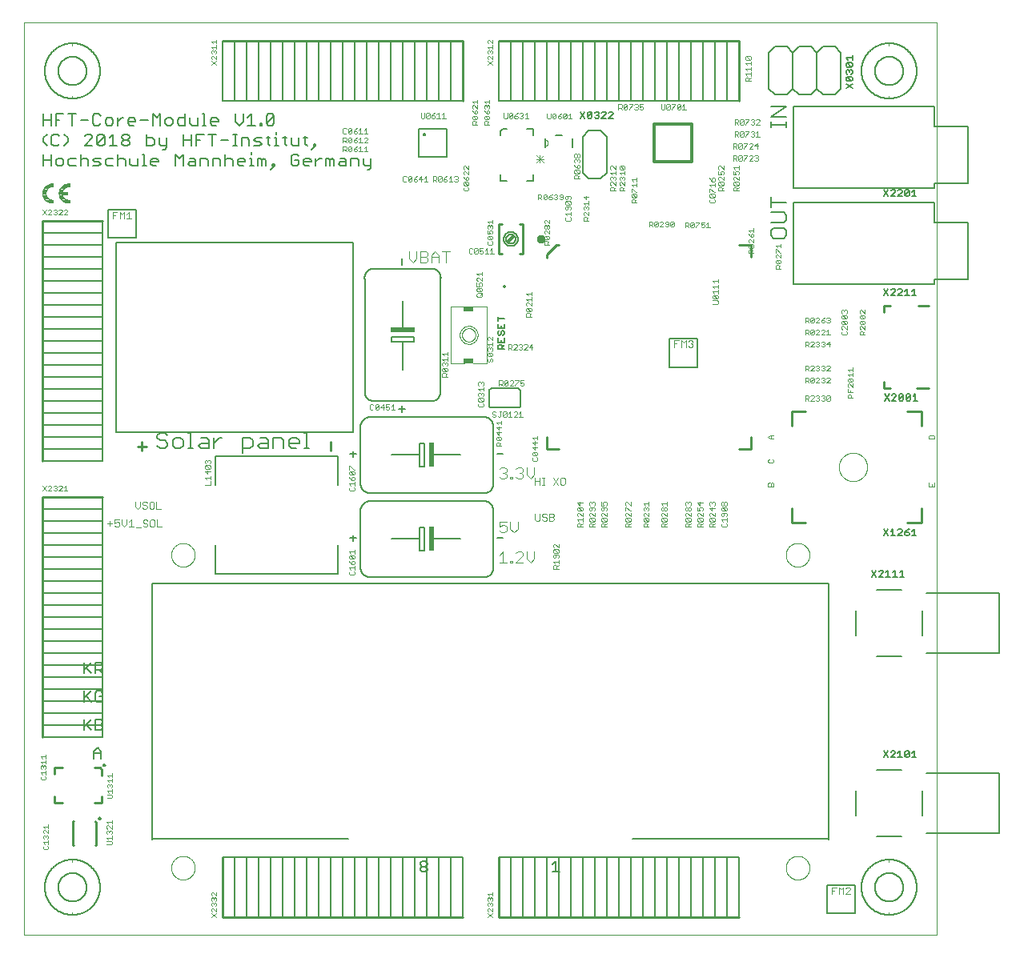
<source format=gto>
G75*
%MOIN*%
%OFA0B0*%
%FSLAX25Y25*%
%IPPOS*%
%LPD*%
%AMOC8*
5,1,8,0,0,1.08239X$1,22.5*
%
%ADD10C,0.00000*%
%ADD11C,0.00800*%
%ADD12C,0.00394*%
%ADD13C,0.00400*%
%ADD14C,0.00500*%
%ADD15C,0.00600*%
%ADD16C,0.00300*%
%ADD17C,0.00200*%
%ADD18C,0.01000*%
%ADD19C,0.01575*%
%ADD20R,0.10000X0.02000*%
%ADD21C,0.01378*%
%ADD22R,0.02000X0.10000*%
%ADD23R,0.01575X0.03937*%
%ADD24R,0.03937X0.01969*%
%ADD25C,0.00787*%
%ADD26C,0.01200*%
D10*
X0063933Y0036780D02*
X0063933Y0416780D01*
X0443933Y0416780D01*
X0443933Y0036780D01*
X0063933Y0036780D01*
X0125059Y0064851D02*
X0125061Y0064991D01*
X0125067Y0065131D01*
X0125077Y0065270D01*
X0125091Y0065409D01*
X0125109Y0065548D01*
X0125130Y0065686D01*
X0125156Y0065824D01*
X0125186Y0065961D01*
X0125219Y0066096D01*
X0125257Y0066231D01*
X0125298Y0066365D01*
X0125343Y0066498D01*
X0125391Y0066629D01*
X0125444Y0066758D01*
X0125500Y0066887D01*
X0125559Y0067013D01*
X0125623Y0067138D01*
X0125689Y0067261D01*
X0125760Y0067382D01*
X0125833Y0067501D01*
X0125910Y0067618D01*
X0125991Y0067732D01*
X0126074Y0067844D01*
X0126161Y0067954D01*
X0126251Y0068062D01*
X0126343Y0068166D01*
X0126439Y0068268D01*
X0126538Y0068368D01*
X0126639Y0068464D01*
X0126743Y0068558D01*
X0126850Y0068648D01*
X0126959Y0068735D01*
X0127071Y0068820D01*
X0127185Y0068901D01*
X0127301Y0068979D01*
X0127419Y0069053D01*
X0127540Y0069124D01*
X0127662Y0069192D01*
X0127787Y0069256D01*
X0127913Y0069317D01*
X0128040Y0069374D01*
X0128170Y0069427D01*
X0128301Y0069477D01*
X0128433Y0069522D01*
X0128566Y0069565D01*
X0128701Y0069603D01*
X0128836Y0069637D01*
X0128973Y0069668D01*
X0129110Y0069695D01*
X0129248Y0069717D01*
X0129387Y0069736D01*
X0129526Y0069751D01*
X0129665Y0069762D01*
X0129805Y0069769D01*
X0129945Y0069772D01*
X0130085Y0069771D01*
X0130225Y0069766D01*
X0130364Y0069757D01*
X0130504Y0069744D01*
X0130643Y0069727D01*
X0130781Y0069706D01*
X0130919Y0069682D01*
X0131056Y0069653D01*
X0131192Y0069621D01*
X0131327Y0069584D01*
X0131461Y0069544D01*
X0131594Y0069500D01*
X0131725Y0069452D01*
X0131855Y0069401D01*
X0131984Y0069346D01*
X0132111Y0069287D01*
X0132236Y0069224D01*
X0132359Y0069159D01*
X0132481Y0069089D01*
X0132600Y0069016D01*
X0132718Y0068940D01*
X0132833Y0068861D01*
X0132946Y0068778D01*
X0133056Y0068692D01*
X0133164Y0068603D01*
X0133269Y0068511D01*
X0133372Y0068416D01*
X0133472Y0068318D01*
X0133569Y0068218D01*
X0133663Y0068114D01*
X0133755Y0068008D01*
X0133843Y0067900D01*
X0133928Y0067789D01*
X0134010Y0067675D01*
X0134089Y0067559D01*
X0134164Y0067442D01*
X0134236Y0067322D01*
X0134304Y0067200D01*
X0134369Y0067076D01*
X0134431Y0066950D01*
X0134489Y0066823D01*
X0134543Y0066694D01*
X0134594Y0066563D01*
X0134640Y0066431D01*
X0134683Y0066298D01*
X0134723Y0066164D01*
X0134758Y0066029D01*
X0134790Y0065892D01*
X0134817Y0065755D01*
X0134841Y0065617D01*
X0134861Y0065479D01*
X0134877Y0065340D01*
X0134889Y0065200D01*
X0134897Y0065061D01*
X0134901Y0064921D01*
X0134901Y0064781D01*
X0134897Y0064641D01*
X0134889Y0064502D01*
X0134877Y0064362D01*
X0134861Y0064223D01*
X0134841Y0064085D01*
X0134817Y0063947D01*
X0134790Y0063810D01*
X0134758Y0063673D01*
X0134723Y0063538D01*
X0134683Y0063404D01*
X0134640Y0063271D01*
X0134594Y0063139D01*
X0134543Y0063008D01*
X0134489Y0062879D01*
X0134431Y0062752D01*
X0134369Y0062626D01*
X0134304Y0062502D01*
X0134236Y0062380D01*
X0134164Y0062260D01*
X0134089Y0062143D01*
X0134010Y0062027D01*
X0133928Y0061913D01*
X0133843Y0061802D01*
X0133755Y0061694D01*
X0133663Y0061588D01*
X0133569Y0061484D01*
X0133472Y0061384D01*
X0133372Y0061286D01*
X0133269Y0061191D01*
X0133164Y0061099D01*
X0133056Y0061010D01*
X0132946Y0060924D01*
X0132833Y0060841D01*
X0132718Y0060762D01*
X0132600Y0060686D01*
X0132481Y0060613D01*
X0132359Y0060543D01*
X0132236Y0060478D01*
X0132111Y0060415D01*
X0131984Y0060356D01*
X0131855Y0060301D01*
X0131725Y0060250D01*
X0131594Y0060202D01*
X0131461Y0060158D01*
X0131327Y0060118D01*
X0131192Y0060081D01*
X0131056Y0060049D01*
X0130919Y0060020D01*
X0130781Y0059996D01*
X0130643Y0059975D01*
X0130504Y0059958D01*
X0130364Y0059945D01*
X0130225Y0059936D01*
X0130085Y0059931D01*
X0129945Y0059930D01*
X0129805Y0059933D01*
X0129665Y0059940D01*
X0129526Y0059951D01*
X0129387Y0059966D01*
X0129248Y0059985D01*
X0129110Y0060007D01*
X0128973Y0060034D01*
X0128836Y0060065D01*
X0128701Y0060099D01*
X0128566Y0060137D01*
X0128433Y0060180D01*
X0128301Y0060225D01*
X0128170Y0060275D01*
X0128040Y0060328D01*
X0127913Y0060385D01*
X0127787Y0060446D01*
X0127662Y0060510D01*
X0127540Y0060578D01*
X0127419Y0060649D01*
X0127301Y0060723D01*
X0127185Y0060801D01*
X0127071Y0060882D01*
X0126959Y0060967D01*
X0126850Y0061054D01*
X0126743Y0061144D01*
X0126639Y0061238D01*
X0126538Y0061334D01*
X0126439Y0061434D01*
X0126343Y0061536D01*
X0126251Y0061640D01*
X0126161Y0061748D01*
X0126074Y0061858D01*
X0125991Y0061970D01*
X0125910Y0062084D01*
X0125833Y0062201D01*
X0125760Y0062320D01*
X0125689Y0062441D01*
X0125623Y0062564D01*
X0125559Y0062689D01*
X0125500Y0062815D01*
X0125444Y0062944D01*
X0125391Y0063073D01*
X0125343Y0063204D01*
X0125298Y0063337D01*
X0125257Y0063471D01*
X0125219Y0063606D01*
X0125186Y0063741D01*
X0125156Y0063878D01*
X0125130Y0064016D01*
X0125109Y0064154D01*
X0125091Y0064293D01*
X0125077Y0064432D01*
X0125067Y0064571D01*
X0125061Y0064711D01*
X0125059Y0064851D01*
X0125059Y0195166D02*
X0125061Y0195306D01*
X0125067Y0195446D01*
X0125077Y0195585D01*
X0125091Y0195724D01*
X0125109Y0195863D01*
X0125130Y0196001D01*
X0125156Y0196139D01*
X0125186Y0196276D01*
X0125219Y0196411D01*
X0125257Y0196546D01*
X0125298Y0196680D01*
X0125343Y0196813D01*
X0125391Y0196944D01*
X0125444Y0197073D01*
X0125500Y0197202D01*
X0125559Y0197328D01*
X0125623Y0197453D01*
X0125689Y0197576D01*
X0125760Y0197697D01*
X0125833Y0197816D01*
X0125910Y0197933D01*
X0125991Y0198047D01*
X0126074Y0198159D01*
X0126161Y0198269D01*
X0126251Y0198377D01*
X0126343Y0198481D01*
X0126439Y0198583D01*
X0126538Y0198683D01*
X0126639Y0198779D01*
X0126743Y0198873D01*
X0126850Y0198963D01*
X0126959Y0199050D01*
X0127071Y0199135D01*
X0127185Y0199216D01*
X0127301Y0199294D01*
X0127419Y0199368D01*
X0127540Y0199439D01*
X0127662Y0199507D01*
X0127787Y0199571D01*
X0127913Y0199632D01*
X0128040Y0199689D01*
X0128170Y0199742D01*
X0128301Y0199792D01*
X0128433Y0199837D01*
X0128566Y0199880D01*
X0128701Y0199918D01*
X0128836Y0199952D01*
X0128973Y0199983D01*
X0129110Y0200010D01*
X0129248Y0200032D01*
X0129387Y0200051D01*
X0129526Y0200066D01*
X0129665Y0200077D01*
X0129805Y0200084D01*
X0129945Y0200087D01*
X0130085Y0200086D01*
X0130225Y0200081D01*
X0130364Y0200072D01*
X0130504Y0200059D01*
X0130643Y0200042D01*
X0130781Y0200021D01*
X0130919Y0199997D01*
X0131056Y0199968D01*
X0131192Y0199936D01*
X0131327Y0199899D01*
X0131461Y0199859D01*
X0131594Y0199815D01*
X0131725Y0199767D01*
X0131855Y0199716D01*
X0131984Y0199661D01*
X0132111Y0199602D01*
X0132236Y0199539D01*
X0132359Y0199474D01*
X0132481Y0199404D01*
X0132600Y0199331D01*
X0132718Y0199255D01*
X0132833Y0199176D01*
X0132946Y0199093D01*
X0133056Y0199007D01*
X0133164Y0198918D01*
X0133269Y0198826D01*
X0133372Y0198731D01*
X0133472Y0198633D01*
X0133569Y0198533D01*
X0133663Y0198429D01*
X0133755Y0198323D01*
X0133843Y0198215D01*
X0133928Y0198104D01*
X0134010Y0197990D01*
X0134089Y0197874D01*
X0134164Y0197757D01*
X0134236Y0197637D01*
X0134304Y0197515D01*
X0134369Y0197391D01*
X0134431Y0197265D01*
X0134489Y0197138D01*
X0134543Y0197009D01*
X0134594Y0196878D01*
X0134640Y0196746D01*
X0134683Y0196613D01*
X0134723Y0196479D01*
X0134758Y0196344D01*
X0134790Y0196207D01*
X0134817Y0196070D01*
X0134841Y0195932D01*
X0134861Y0195794D01*
X0134877Y0195655D01*
X0134889Y0195515D01*
X0134897Y0195376D01*
X0134901Y0195236D01*
X0134901Y0195096D01*
X0134897Y0194956D01*
X0134889Y0194817D01*
X0134877Y0194677D01*
X0134861Y0194538D01*
X0134841Y0194400D01*
X0134817Y0194262D01*
X0134790Y0194125D01*
X0134758Y0193988D01*
X0134723Y0193853D01*
X0134683Y0193719D01*
X0134640Y0193586D01*
X0134594Y0193454D01*
X0134543Y0193323D01*
X0134489Y0193194D01*
X0134431Y0193067D01*
X0134369Y0192941D01*
X0134304Y0192817D01*
X0134236Y0192695D01*
X0134164Y0192575D01*
X0134089Y0192458D01*
X0134010Y0192342D01*
X0133928Y0192228D01*
X0133843Y0192117D01*
X0133755Y0192009D01*
X0133663Y0191903D01*
X0133569Y0191799D01*
X0133472Y0191699D01*
X0133372Y0191601D01*
X0133269Y0191506D01*
X0133164Y0191414D01*
X0133056Y0191325D01*
X0132946Y0191239D01*
X0132833Y0191156D01*
X0132718Y0191077D01*
X0132600Y0191001D01*
X0132481Y0190928D01*
X0132359Y0190858D01*
X0132236Y0190793D01*
X0132111Y0190730D01*
X0131984Y0190671D01*
X0131855Y0190616D01*
X0131725Y0190565D01*
X0131594Y0190517D01*
X0131461Y0190473D01*
X0131327Y0190433D01*
X0131192Y0190396D01*
X0131056Y0190364D01*
X0130919Y0190335D01*
X0130781Y0190311D01*
X0130643Y0190290D01*
X0130504Y0190273D01*
X0130364Y0190260D01*
X0130225Y0190251D01*
X0130085Y0190246D01*
X0129945Y0190245D01*
X0129805Y0190248D01*
X0129665Y0190255D01*
X0129526Y0190266D01*
X0129387Y0190281D01*
X0129248Y0190300D01*
X0129110Y0190322D01*
X0128973Y0190349D01*
X0128836Y0190380D01*
X0128701Y0190414D01*
X0128566Y0190452D01*
X0128433Y0190495D01*
X0128301Y0190540D01*
X0128170Y0190590D01*
X0128040Y0190643D01*
X0127913Y0190700D01*
X0127787Y0190761D01*
X0127662Y0190825D01*
X0127540Y0190893D01*
X0127419Y0190964D01*
X0127301Y0191038D01*
X0127185Y0191116D01*
X0127071Y0191197D01*
X0126959Y0191282D01*
X0126850Y0191369D01*
X0126743Y0191459D01*
X0126639Y0191553D01*
X0126538Y0191649D01*
X0126439Y0191749D01*
X0126343Y0191851D01*
X0126251Y0191955D01*
X0126161Y0192063D01*
X0126074Y0192173D01*
X0125991Y0192285D01*
X0125910Y0192399D01*
X0125833Y0192516D01*
X0125760Y0192635D01*
X0125689Y0192756D01*
X0125623Y0192879D01*
X0125559Y0193004D01*
X0125500Y0193130D01*
X0125444Y0193259D01*
X0125391Y0193388D01*
X0125343Y0193519D01*
X0125298Y0193652D01*
X0125257Y0193786D01*
X0125219Y0193921D01*
X0125186Y0194056D01*
X0125156Y0194193D01*
X0125130Y0194331D01*
X0125109Y0194469D01*
X0125091Y0194608D01*
X0125077Y0194747D01*
X0125067Y0194886D01*
X0125061Y0195026D01*
X0125059Y0195166D01*
X0280733Y0365580D02*
X0280802Y0365582D01*
X0280870Y0365588D01*
X0280938Y0365598D01*
X0281005Y0365611D01*
X0281071Y0365629D01*
X0281136Y0365650D01*
X0281200Y0365675D01*
X0281262Y0365703D01*
X0281323Y0365735D01*
X0281382Y0365770D01*
X0281438Y0365809D01*
X0281493Y0365851D01*
X0281544Y0365896D01*
X0281594Y0365944D01*
X0281640Y0365994D01*
X0281683Y0366047D01*
X0281724Y0366103D01*
X0281761Y0366160D01*
X0281794Y0366220D01*
X0281825Y0366282D01*
X0281851Y0366345D01*
X0281874Y0366409D01*
X0281894Y0366475D01*
X0281909Y0366542D01*
X0281921Y0366609D01*
X0281929Y0366677D01*
X0281933Y0366746D01*
X0281933Y0366814D01*
X0281929Y0366883D01*
X0281921Y0366951D01*
X0281909Y0367018D01*
X0281894Y0367085D01*
X0281874Y0367151D01*
X0281851Y0367215D01*
X0281825Y0367278D01*
X0281794Y0367340D01*
X0281761Y0367400D01*
X0281724Y0367457D01*
X0281683Y0367513D01*
X0281640Y0367566D01*
X0281594Y0367616D01*
X0281544Y0367664D01*
X0281493Y0367709D01*
X0281438Y0367751D01*
X0281382Y0367790D01*
X0281323Y0367825D01*
X0281262Y0367857D01*
X0281200Y0367885D01*
X0281136Y0367910D01*
X0281071Y0367931D01*
X0281005Y0367949D01*
X0280938Y0367962D01*
X0280870Y0367972D01*
X0280802Y0367978D01*
X0280733Y0367980D01*
X0403027Y0231780D02*
X0403029Y0231933D01*
X0403035Y0232087D01*
X0403045Y0232240D01*
X0403059Y0232392D01*
X0403077Y0232545D01*
X0403099Y0232696D01*
X0403124Y0232847D01*
X0403154Y0232998D01*
X0403188Y0233148D01*
X0403225Y0233296D01*
X0403266Y0233444D01*
X0403311Y0233590D01*
X0403360Y0233736D01*
X0403413Y0233880D01*
X0403469Y0234022D01*
X0403529Y0234163D01*
X0403593Y0234303D01*
X0403660Y0234441D01*
X0403731Y0234577D01*
X0403806Y0234711D01*
X0403883Y0234843D01*
X0403965Y0234973D01*
X0404049Y0235101D01*
X0404137Y0235227D01*
X0404228Y0235350D01*
X0404322Y0235471D01*
X0404420Y0235589D01*
X0404520Y0235705D01*
X0404624Y0235818D01*
X0404730Y0235929D01*
X0404839Y0236037D01*
X0404951Y0236142D01*
X0405065Y0236243D01*
X0405183Y0236342D01*
X0405302Y0236438D01*
X0405424Y0236531D01*
X0405549Y0236620D01*
X0405676Y0236707D01*
X0405805Y0236789D01*
X0405936Y0236869D01*
X0406069Y0236945D01*
X0406204Y0237018D01*
X0406341Y0237087D01*
X0406480Y0237152D01*
X0406620Y0237214D01*
X0406762Y0237272D01*
X0406905Y0237327D01*
X0407050Y0237378D01*
X0407196Y0237425D01*
X0407343Y0237468D01*
X0407491Y0237507D01*
X0407640Y0237543D01*
X0407790Y0237574D01*
X0407941Y0237602D01*
X0408092Y0237626D01*
X0408245Y0237646D01*
X0408397Y0237662D01*
X0408550Y0237674D01*
X0408703Y0237682D01*
X0408856Y0237686D01*
X0409010Y0237686D01*
X0409163Y0237682D01*
X0409316Y0237674D01*
X0409469Y0237662D01*
X0409621Y0237646D01*
X0409774Y0237626D01*
X0409925Y0237602D01*
X0410076Y0237574D01*
X0410226Y0237543D01*
X0410375Y0237507D01*
X0410523Y0237468D01*
X0410670Y0237425D01*
X0410816Y0237378D01*
X0410961Y0237327D01*
X0411104Y0237272D01*
X0411246Y0237214D01*
X0411386Y0237152D01*
X0411525Y0237087D01*
X0411662Y0237018D01*
X0411797Y0236945D01*
X0411930Y0236869D01*
X0412061Y0236789D01*
X0412190Y0236707D01*
X0412317Y0236620D01*
X0412442Y0236531D01*
X0412564Y0236438D01*
X0412683Y0236342D01*
X0412801Y0236243D01*
X0412915Y0236142D01*
X0413027Y0236037D01*
X0413136Y0235929D01*
X0413242Y0235818D01*
X0413346Y0235705D01*
X0413446Y0235589D01*
X0413544Y0235471D01*
X0413638Y0235350D01*
X0413729Y0235227D01*
X0413817Y0235101D01*
X0413901Y0234973D01*
X0413983Y0234843D01*
X0414060Y0234711D01*
X0414135Y0234577D01*
X0414206Y0234441D01*
X0414273Y0234303D01*
X0414337Y0234163D01*
X0414397Y0234022D01*
X0414453Y0233880D01*
X0414506Y0233736D01*
X0414555Y0233590D01*
X0414600Y0233444D01*
X0414641Y0233296D01*
X0414678Y0233148D01*
X0414712Y0232998D01*
X0414742Y0232847D01*
X0414767Y0232696D01*
X0414789Y0232545D01*
X0414807Y0232392D01*
X0414821Y0232240D01*
X0414831Y0232087D01*
X0414837Y0231933D01*
X0414839Y0231780D01*
X0414837Y0231627D01*
X0414831Y0231473D01*
X0414821Y0231320D01*
X0414807Y0231168D01*
X0414789Y0231015D01*
X0414767Y0230864D01*
X0414742Y0230713D01*
X0414712Y0230562D01*
X0414678Y0230412D01*
X0414641Y0230264D01*
X0414600Y0230116D01*
X0414555Y0229970D01*
X0414506Y0229824D01*
X0414453Y0229680D01*
X0414397Y0229538D01*
X0414337Y0229397D01*
X0414273Y0229257D01*
X0414206Y0229119D01*
X0414135Y0228983D01*
X0414060Y0228849D01*
X0413983Y0228717D01*
X0413901Y0228587D01*
X0413817Y0228459D01*
X0413729Y0228333D01*
X0413638Y0228210D01*
X0413544Y0228089D01*
X0413446Y0227971D01*
X0413346Y0227855D01*
X0413242Y0227742D01*
X0413136Y0227631D01*
X0413027Y0227523D01*
X0412915Y0227418D01*
X0412801Y0227317D01*
X0412683Y0227218D01*
X0412564Y0227122D01*
X0412442Y0227029D01*
X0412317Y0226940D01*
X0412190Y0226853D01*
X0412061Y0226771D01*
X0411930Y0226691D01*
X0411797Y0226615D01*
X0411662Y0226542D01*
X0411525Y0226473D01*
X0411386Y0226408D01*
X0411246Y0226346D01*
X0411104Y0226288D01*
X0410961Y0226233D01*
X0410816Y0226182D01*
X0410670Y0226135D01*
X0410523Y0226092D01*
X0410375Y0226053D01*
X0410226Y0226017D01*
X0410076Y0225986D01*
X0409925Y0225958D01*
X0409774Y0225934D01*
X0409621Y0225914D01*
X0409469Y0225898D01*
X0409316Y0225886D01*
X0409163Y0225878D01*
X0409010Y0225874D01*
X0408856Y0225874D01*
X0408703Y0225878D01*
X0408550Y0225886D01*
X0408397Y0225898D01*
X0408245Y0225914D01*
X0408092Y0225934D01*
X0407941Y0225958D01*
X0407790Y0225986D01*
X0407640Y0226017D01*
X0407491Y0226053D01*
X0407343Y0226092D01*
X0407196Y0226135D01*
X0407050Y0226182D01*
X0406905Y0226233D01*
X0406762Y0226288D01*
X0406620Y0226346D01*
X0406480Y0226408D01*
X0406341Y0226473D01*
X0406204Y0226542D01*
X0406069Y0226615D01*
X0405936Y0226691D01*
X0405805Y0226771D01*
X0405676Y0226853D01*
X0405549Y0226940D01*
X0405424Y0227029D01*
X0405302Y0227122D01*
X0405183Y0227218D01*
X0405065Y0227317D01*
X0404951Y0227418D01*
X0404839Y0227523D01*
X0404730Y0227631D01*
X0404624Y0227742D01*
X0404520Y0227855D01*
X0404420Y0227971D01*
X0404322Y0228089D01*
X0404228Y0228210D01*
X0404137Y0228333D01*
X0404049Y0228459D01*
X0403965Y0228587D01*
X0403883Y0228717D01*
X0403806Y0228849D01*
X0403731Y0228983D01*
X0403660Y0229119D01*
X0403593Y0229257D01*
X0403529Y0229397D01*
X0403469Y0229538D01*
X0403413Y0229680D01*
X0403360Y0229824D01*
X0403311Y0229970D01*
X0403266Y0230116D01*
X0403225Y0230264D01*
X0403188Y0230412D01*
X0403154Y0230562D01*
X0403124Y0230713D01*
X0403099Y0230864D01*
X0403077Y0231015D01*
X0403059Y0231168D01*
X0403045Y0231320D01*
X0403035Y0231473D01*
X0403029Y0231627D01*
X0403027Y0231780D01*
X0380965Y0195166D02*
X0380967Y0195306D01*
X0380973Y0195446D01*
X0380983Y0195585D01*
X0380997Y0195724D01*
X0381015Y0195863D01*
X0381036Y0196001D01*
X0381062Y0196139D01*
X0381092Y0196276D01*
X0381125Y0196411D01*
X0381163Y0196546D01*
X0381204Y0196680D01*
X0381249Y0196813D01*
X0381297Y0196944D01*
X0381350Y0197073D01*
X0381406Y0197202D01*
X0381465Y0197328D01*
X0381529Y0197453D01*
X0381595Y0197576D01*
X0381666Y0197697D01*
X0381739Y0197816D01*
X0381816Y0197933D01*
X0381897Y0198047D01*
X0381980Y0198159D01*
X0382067Y0198269D01*
X0382157Y0198377D01*
X0382249Y0198481D01*
X0382345Y0198583D01*
X0382444Y0198683D01*
X0382545Y0198779D01*
X0382649Y0198873D01*
X0382756Y0198963D01*
X0382865Y0199050D01*
X0382977Y0199135D01*
X0383091Y0199216D01*
X0383207Y0199294D01*
X0383325Y0199368D01*
X0383446Y0199439D01*
X0383568Y0199507D01*
X0383693Y0199571D01*
X0383819Y0199632D01*
X0383946Y0199689D01*
X0384076Y0199742D01*
X0384207Y0199792D01*
X0384339Y0199837D01*
X0384472Y0199880D01*
X0384607Y0199918D01*
X0384742Y0199952D01*
X0384879Y0199983D01*
X0385016Y0200010D01*
X0385154Y0200032D01*
X0385293Y0200051D01*
X0385432Y0200066D01*
X0385571Y0200077D01*
X0385711Y0200084D01*
X0385851Y0200087D01*
X0385991Y0200086D01*
X0386131Y0200081D01*
X0386270Y0200072D01*
X0386410Y0200059D01*
X0386549Y0200042D01*
X0386687Y0200021D01*
X0386825Y0199997D01*
X0386962Y0199968D01*
X0387098Y0199936D01*
X0387233Y0199899D01*
X0387367Y0199859D01*
X0387500Y0199815D01*
X0387631Y0199767D01*
X0387761Y0199716D01*
X0387890Y0199661D01*
X0388017Y0199602D01*
X0388142Y0199539D01*
X0388265Y0199474D01*
X0388387Y0199404D01*
X0388506Y0199331D01*
X0388624Y0199255D01*
X0388739Y0199176D01*
X0388852Y0199093D01*
X0388962Y0199007D01*
X0389070Y0198918D01*
X0389175Y0198826D01*
X0389278Y0198731D01*
X0389378Y0198633D01*
X0389475Y0198533D01*
X0389569Y0198429D01*
X0389661Y0198323D01*
X0389749Y0198215D01*
X0389834Y0198104D01*
X0389916Y0197990D01*
X0389995Y0197874D01*
X0390070Y0197757D01*
X0390142Y0197637D01*
X0390210Y0197515D01*
X0390275Y0197391D01*
X0390337Y0197265D01*
X0390395Y0197138D01*
X0390449Y0197009D01*
X0390500Y0196878D01*
X0390546Y0196746D01*
X0390589Y0196613D01*
X0390629Y0196479D01*
X0390664Y0196344D01*
X0390696Y0196207D01*
X0390723Y0196070D01*
X0390747Y0195932D01*
X0390767Y0195794D01*
X0390783Y0195655D01*
X0390795Y0195515D01*
X0390803Y0195376D01*
X0390807Y0195236D01*
X0390807Y0195096D01*
X0390803Y0194956D01*
X0390795Y0194817D01*
X0390783Y0194677D01*
X0390767Y0194538D01*
X0390747Y0194400D01*
X0390723Y0194262D01*
X0390696Y0194125D01*
X0390664Y0193988D01*
X0390629Y0193853D01*
X0390589Y0193719D01*
X0390546Y0193586D01*
X0390500Y0193454D01*
X0390449Y0193323D01*
X0390395Y0193194D01*
X0390337Y0193067D01*
X0390275Y0192941D01*
X0390210Y0192817D01*
X0390142Y0192695D01*
X0390070Y0192575D01*
X0389995Y0192458D01*
X0389916Y0192342D01*
X0389834Y0192228D01*
X0389749Y0192117D01*
X0389661Y0192009D01*
X0389569Y0191903D01*
X0389475Y0191799D01*
X0389378Y0191699D01*
X0389278Y0191601D01*
X0389175Y0191506D01*
X0389070Y0191414D01*
X0388962Y0191325D01*
X0388852Y0191239D01*
X0388739Y0191156D01*
X0388624Y0191077D01*
X0388506Y0191001D01*
X0388387Y0190928D01*
X0388265Y0190858D01*
X0388142Y0190793D01*
X0388017Y0190730D01*
X0387890Y0190671D01*
X0387761Y0190616D01*
X0387631Y0190565D01*
X0387500Y0190517D01*
X0387367Y0190473D01*
X0387233Y0190433D01*
X0387098Y0190396D01*
X0386962Y0190364D01*
X0386825Y0190335D01*
X0386687Y0190311D01*
X0386549Y0190290D01*
X0386410Y0190273D01*
X0386270Y0190260D01*
X0386131Y0190251D01*
X0385991Y0190246D01*
X0385851Y0190245D01*
X0385711Y0190248D01*
X0385571Y0190255D01*
X0385432Y0190266D01*
X0385293Y0190281D01*
X0385154Y0190300D01*
X0385016Y0190322D01*
X0384879Y0190349D01*
X0384742Y0190380D01*
X0384607Y0190414D01*
X0384472Y0190452D01*
X0384339Y0190495D01*
X0384207Y0190540D01*
X0384076Y0190590D01*
X0383946Y0190643D01*
X0383819Y0190700D01*
X0383693Y0190761D01*
X0383568Y0190825D01*
X0383446Y0190893D01*
X0383325Y0190964D01*
X0383207Y0191038D01*
X0383091Y0191116D01*
X0382977Y0191197D01*
X0382865Y0191282D01*
X0382756Y0191369D01*
X0382649Y0191459D01*
X0382545Y0191553D01*
X0382444Y0191649D01*
X0382345Y0191749D01*
X0382249Y0191851D01*
X0382157Y0191955D01*
X0382067Y0192063D01*
X0381980Y0192173D01*
X0381897Y0192285D01*
X0381816Y0192399D01*
X0381739Y0192516D01*
X0381666Y0192635D01*
X0381595Y0192756D01*
X0381529Y0192879D01*
X0381465Y0193004D01*
X0381406Y0193130D01*
X0381350Y0193259D01*
X0381297Y0193388D01*
X0381249Y0193519D01*
X0381204Y0193652D01*
X0381163Y0193786D01*
X0381125Y0193921D01*
X0381092Y0194056D01*
X0381062Y0194193D01*
X0381036Y0194331D01*
X0381015Y0194469D01*
X0380997Y0194608D01*
X0380983Y0194747D01*
X0380973Y0194886D01*
X0380967Y0195026D01*
X0380965Y0195166D01*
X0380965Y0064851D02*
X0380967Y0064991D01*
X0380973Y0065131D01*
X0380983Y0065270D01*
X0380997Y0065409D01*
X0381015Y0065548D01*
X0381036Y0065686D01*
X0381062Y0065824D01*
X0381092Y0065961D01*
X0381125Y0066096D01*
X0381163Y0066231D01*
X0381204Y0066365D01*
X0381249Y0066498D01*
X0381297Y0066629D01*
X0381350Y0066758D01*
X0381406Y0066887D01*
X0381465Y0067013D01*
X0381529Y0067138D01*
X0381595Y0067261D01*
X0381666Y0067382D01*
X0381739Y0067501D01*
X0381816Y0067618D01*
X0381897Y0067732D01*
X0381980Y0067844D01*
X0382067Y0067954D01*
X0382157Y0068062D01*
X0382249Y0068166D01*
X0382345Y0068268D01*
X0382444Y0068368D01*
X0382545Y0068464D01*
X0382649Y0068558D01*
X0382756Y0068648D01*
X0382865Y0068735D01*
X0382977Y0068820D01*
X0383091Y0068901D01*
X0383207Y0068979D01*
X0383325Y0069053D01*
X0383446Y0069124D01*
X0383568Y0069192D01*
X0383693Y0069256D01*
X0383819Y0069317D01*
X0383946Y0069374D01*
X0384076Y0069427D01*
X0384207Y0069477D01*
X0384339Y0069522D01*
X0384472Y0069565D01*
X0384607Y0069603D01*
X0384742Y0069637D01*
X0384879Y0069668D01*
X0385016Y0069695D01*
X0385154Y0069717D01*
X0385293Y0069736D01*
X0385432Y0069751D01*
X0385571Y0069762D01*
X0385711Y0069769D01*
X0385851Y0069772D01*
X0385991Y0069771D01*
X0386131Y0069766D01*
X0386270Y0069757D01*
X0386410Y0069744D01*
X0386549Y0069727D01*
X0386687Y0069706D01*
X0386825Y0069682D01*
X0386962Y0069653D01*
X0387098Y0069621D01*
X0387233Y0069584D01*
X0387367Y0069544D01*
X0387500Y0069500D01*
X0387631Y0069452D01*
X0387761Y0069401D01*
X0387890Y0069346D01*
X0388017Y0069287D01*
X0388142Y0069224D01*
X0388265Y0069159D01*
X0388387Y0069089D01*
X0388506Y0069016D01*
X0388624Y0068940D01*
X0388739Y0068861D01*
X0388852Y0068778D01*
X0388962Y0068692D01*
X0389070Y0068603D01*
X0389175Y0068511D01*
X0389278Y0068416D01*
X0389378Y0068318D01*
X0389475Y0068218D01*
X0389569Y0068114D01*
X0389661Y0068008D01*
X0389749Y0067900D01*
X0389834Y0067789D01*
X0389916Y0067675D01*
X0389995Y0067559D01*
X0390070Y0067442D01*
X0390142Y0067322D01*
X0390210Y0067200D01*
X0390275Y0067076D01*
X0390337Y0066950D01*
X0390395Y0066823D01*
X0390449Y0066694D01*
X0390500Y0066563D01*
X0390546Y0066431D01*
X0390589Y0066298D01*
X0390629Y0066164D01*
X0390664Y0066029D01*
X0390696Y0065892D01*
X0390723Y0065755D01*
X0390747Y0065617D01*
X0390767Y0065479D01*
X0390783Y0065340D01*
X0390795Y0065200D01*
X0390803Y0065061D01*
X0390807Y0064921D01*
X0390807Y0064781D01*
X0390803Y0064641D01*
X0390795Y0064502D01*
X0390783Y0064362D01*
X0390767Y0064223D01*
X0390747Y0064085D01*
X0390723Y0063947D01*
X0390696Y0063810D01*
X0390664Y0063673D01*
X0390629Y0063538D01*
X0390589Y0063404D01*
X0390546Y0063271D01*
X0390500Y0063139D01*
X0390449Y0063008D01*
X0390395Y0062879D01*
X0390337Y0062752D01*
X0390275Y0062626D01*
X0390210Y0062502D01*
X0390142Y0062380D01*
X0390070Y0062260D01*
X0389995Y0062143D01*
X0389916Y0062027D01*
X0389834Y0061913D01*
X0389749Y0061802D01*
X0389661Y0061694D01*
X0389569Y0061588D01*
X0389475Y0061484D01*
X0389378Y0061384D01*
X0389278Y0061286D01*
X0389175Y0061191D01*
X0389070Y0061099D01*
X0388962Y0061010D01*
X0388852Y0060924D01*
X0388739Y0060841D01*
X0388624Y0060762D01*
X0388506Y0060686D01*
X0388387Y0060613D01*
X0388265Y0060543D01*
X0388142Y0060478D01*
X0388017Y0060415D01*
X0387890Y0060356D01*
X0387761Y0060301D01*
X0387631Y0060250D01*
X0387500Y0060202D01*
X0387367Y0060158D01*
X0387233Y0060118D01*
X0387098Y0060081D01*
X0386962Y0060049D01*
X0386825Y0060020D01*
X0386687Y0059996D01*
X0386549Y0059975D01*
X0386410Y0059958D01*
X0386270Y0059945D01*
X0386131Y0059936D01*
X0385991Y0059931D01*
X0385851Y0059930D01*
X0385711Y0059933D01*
X0385571Y0059940D01*
X0385432Y0059951D01*
X0385293Y0059966D01*
X0385154Y0059985D01*
X0385016Y0060007D01*
X0384879Y0060034D01*
X0384742Y0060065D01*
X0384607Y0060099D01*
X0384472Y0060137D01*
X0384339Y0060180D01*
X0384207Y0060225D01*
X0384076Y0060275D01*
X0383946Y0060328D01*
X0383819Y0060385D01*
X0383693Y0060446D01*
X0383568Y0060510D01*
X0383446Y0060578D01*
X0383325Y0060649D01*
X0383207Y0060723D01*
X0383091Y0060801D01*
X0382977Y0060882D01*
X0382865Y0060967D01*
X0382756Y0061054D01*
X0382649Y0061144D01*
X0382545Y0061238D01*
X0382444Y0061334D01*
X0382345Y0061434D01*
X0382249Y0061536D01*
X0382157Y0061640D01*
X0382067Y0061748D01*
X0381980Y0061858D01*
X0381897Y0061970D01*
X0381816Y0062084D01*
X0381739Y0062201D01*
X0381666Y0062320D01*
X0381595Y0062441D01*
X0381529Y0062564D01*
X0381465Y0062689D01*
X0381406Y0062815D01*
X0381350Y0062944D01*
X0381297Y0063073D01*
X0381249Y0063204D01*
X0381204Y0063337D01*
X0381163Y0063471D01*
X0381125Y0063606D01*
X0381092Y0063741D01*
X0381062Y0063878D01*
X0381036Y0064016D01*
X0381015Y0064154D01*
X0380997Y0064293D01*
X0380983Y0064432D01*
X0380973Y0064571D01*
X0380967Y0064711D01*
X0380965Y0064851D01*
D11*
X0418027Y0056780D02*
X0418029Y0056933D01*
X0418035Y0057087D01*
X0418045Y0057240D01*
X0418059Y0057392D01*
X0418077Y0057545D01*
X0418099Y0057696D01*
X0418124Y0057847D01*
X0418154Y0057998D01*
X0418188Y0058148D01*
X0418225Y0058296D01*
X0418266Y0058444D01*
X0418311Y0058590D01*
X0418360Y0058736D01*
X0418413Y0058880D01*
X0418469Y0059022D01*
X0418529Y0059163D01*
X0418593Y0059303D01*
X0418660Y0059441D01*
X0418731Y0059577D01*
X0418806Y0059711D01*
X0418883Y0059843D01*
X0418965Y0059973D01*
X0419049Y0060101D01*
X0419137Y0060227D01*
X0419228Y0060350D01*
X0419322Y0060471D01*
X0419420Y0060589D01*
X0419520Y0060705D01*
X0419624Y0060818D01*
X0419730Y0060929D01*
X0419839Y0061037D01*
X0419951Y0061142D01*
X0420065Y0061243D01*
X0420183Y0061342D01*
X0420302Y0061438D01*
X0420424Y0061531D01*
X0420549Y0061620D01*
X0420676Y0061707D01*
X0420805Y0061789D01*
X0420936Y0061869D01*
X0421069Y0061945D01*
X0421204Y0062018D01*
X0421341Y0062087D01*
X0421480Y0062152D01*
X0421620Y0062214D01*
X0421762Y0062272D01*
X0421905Y0062327D01*
X0422050Y0062378D01*
X0422196Y0062425D01*
X0422343Y0062468D01*
X0422491Y0062507D01*
X0422640Y0062543D01*
X0422790Y0062574D01*
X0422941Y0062602D01*
X0423092Y0062626D01*
X0423245Y0062646D01*
X0423397Y0062662D01*
X0423550Y0062674D01*
X0423703Y0062682D01*
X0423856Y0062686D01*
X0424010Y0062686D01*
X0424163Y0062682D01*
X0424316Y0062674D01*
X0424469Y0062662D01*
X0424621Y0062646D01*
X0424774Y0062626D01*
X0424925Y0062602D01*
X0425076Y0062574D01*
X0425226Y0062543D01*
X0425375Y0062507D01*
X0425523Y0062468D01*
X0425670Y0062425D01*
X0425816Y0062378D01*
X0425961Y0062327D01*
X0426104Y0062272D01*
X0426246Y0062214D01*
X0426386Y0062152D01*
X0426525Y0062087D01*
X0426662Y0062018D01*
X0426797Y0061945D01*
X0426930Y0061869D01*
X0427061Y0061789D01*
X0427190Y0061707D01*
X0427317Y0061620D01*
X0427442Y0061531D01*
X0427564Y0061438D01*
X0427683Y0061342D01*
X0427801Y0061243D01*
X0427915Y0061142D01*
X0428027Y0061037D01*
X0428136Y0060929D01*
X0428242Y0060818D01*
X0428346Y0060705D01*
X0428446Y0060589D01*
X0428544Y0060471D01*
X0428638Y0060350D01*
X0428729Y0060227D01*
X0428817Y0060101D01*
X0428901Y0059973D01*
X0428983Y0059843D01*
X0429060Y0059711D01*
X0429135Y0059577D01*
X0429206Y0059441D01*
X0429273Y0059303D01*
X0429337Y0059163D01*
X0429397Y0059022D01*
X0429453Y0058880D01*
X0429506Y0058736D01*
X0429555Y0058590D01*
X0429600Y0058444D01*
X0429641Y0058296D01*
X0429678Y0058148D01*
X0429712Y0057998D01*
X0429742Y0057847D01*
X0429767Y0057696D01*
X0429789Y0057545D01*
X0429807Y0057392D01*
X0429821Y0057240D01*
X0429831Y0057087D01*
X0429837Y0056933D01*
X0429839Y0056780D01*
X0429837Y0056627D01*
X0429831Y0056473D01*
X0429821Y0056320D01*
X0429807Y0056168D01*
X0429789Y0056015D01*
X0429767Y0055864D01*
X0429742Y0055713D01*
X0429712Y0055562D01*
X0429678Y0055412D01*
X0429641Y0055264D01*
X0429600Y0055116D01*
X0429555Y0054970D01*
X0429506Y0054824D01*
X0429453Y0054680D01*
X0429397Y0054538D01*
X0429337Y0054397D01*
X0429273Y0054257D01*
X0429206Y0054119D01*
X0429135Y0053983D01*
X0429060Y0053849D01*
X0428983Y0053717D01*
X0428901Y0053587D01*
X0428817Y0053459D01*
X0428729Y0053333D01*
X0428638Y0053210D01*
X0428544Y0053089D01*
X0428446Y0052971D01*
X0428346Y0052855D01*
X0428242Y0052742D01*
X0428136Y0052631D01*
X0428027Y0052523D01*
X0427915Y0052418D01*
X0427801Y0052317D01*
X0427683Y0052218D01*
X0427564Y0052122D01*
X0427442Y0052029D01*
X0427317Y0051940D01*
X0427190Y0051853D01*
X0427061Y0051771D01*
X0426930Y0051691D01*
X0426797Y0051615D01*
X0426662Y0051542D01*
X0426525Y0051473D01*
X0426386Y0051408D01*
X0426246Y0051346D01*
X0426104Y0051288D01*
X0425961Y0051233D01*
X0425816Y0051182D01*
X0425670Y0051135D01*
X0425523Y0051092D01*
X0425375Y0051053D01*
X0425226Y0051017D01*
X0425076Y0050986D01*
X0424925Y0050958D01*
X0424774Y0050934D01*
X0424621Y0050914D01*
X0424469Y0050898D01*
X0424316Y0050886D01*
X0424163Y0050878D01*
X0424010Y0050874D01*
X0423856Y0050874D01*
X0423703Y0050878D01*
X0423550Y0050886D01*
X0423397Y0050898D01*
X0423245Y0050914D01*
X0423092Y0050934D01*
X0422941Y0050958D01*
X0422790Y0050986D01*
X0422640Y0051017D01*
X0422491Y0051053D01*
X0422343Y0051092D01*
X0422196Y0051135D01*
X0422050Y0051182D01*
X0421905Y0051233D01*
X0421762Y0051288D01*
X0421620Y0051346D01*
X0421480Y0051408D01*
X0421341Y0051473D01*
X0421204Y0051542D01*
X0421069Y0051615D01*
X0420936Y0051691D01*
X0420805Y0051771D01*
X0420676Y0051853D01*
X0420549Y0051940D01*
X0420424Y0052029D01*
X0420302Y0052122D01*
X0420183Y0052218D01*
X0420065Y0052317D01*
X0419951Y0052418D01*
X0419839Y0052523D01*
X0419730Y0052631D01*
X0419624Y0052742D01*
X0419520Y0052855D01*
X0419420Y0052971D01*
X0419322Y0053089D01*
X0419228Y0053210D01*
X0419137Y0053333D01*
X0419049Y0053459D01*
X0418965Y0053587D01*
X0418883Y0053717D01*
X0418806Y0053849D01*
X0418731Y0053983D01*
X0418660Y0054119D01*
X0418593Y0054257D01*
X0418529Y0054397D01*
X0418469Y0054538D01*
X0418413Y0054680D01*
X0418360Y0054824D01*
X0418311Y0054970D01*
X0418266Y0055116D01*
X0418225Y0055264D01*
X0418188Y0055412D01*
X0418154Y0055562D01*
X0418124Y0055713D01*
X0418099Y0055864D01*
X0418077Y0056015D01*
X0418059Y0056168D01*
X0418045Y0056320D01*
X0418035Y0056473D01*
X0418029Y0056627D01*
X0418027Y0056780D01*
X0275733Y0350980D02*
X0273233Y0350980D01*
X0275733Y0350980D02*
X0275733Y0353480D01*
X0264633Y0350980D02*
X0262133Y0350980D01*
X0262133Y0353480D01*
X0262133Y0370080D02*
X0262133Y0371596D01*
X0263028Y0372607D01*
X0264633Y0372580D01*
X0273233Y0372580D02*
X0275733Y0372580D01*
X0275733Y0370080D01*
X0208243Y0360383D02*
X0208243Y0356379D01*
X0207442Y0355578D01*
X0206641Y0355578D01*
X0205841Y0357180D02*
X0208243Y0357180D01*
X0205841Y0357180D02*
X0205040Y0357980D01*
X0205040Y0360383D01*
X0203086Y0359582D02*
X0203086Y0357180D01*
X0203086Y0359582D02*
X0202286Y0360383D01*
X0199884Y0360383D01*
X0199884Y0357180D01*
X0197930Y0357180D02*
X0195528Y0357180D01*
X0194727Y0357980D01*
X0195528Y0358781D01*
X0197930Y0358781D01*
X0197930Y0359582D02*
X0197930Y0357180D01*
X0197930Y0359582D02*
X0197129Y0360383D01*
X0195528Y0360383D01*
X0192774Y0359582D02*
X0192774Y0357180D01*
X0191172Y0357180D02*
X0191172Y0359582D01*
X0191973Y0360383D01*
X0192774Y0359582D01*
X0191172Y0359582D02*
X0190371Y0360383D01*
X0189571Y0360383D01*
X0189571Y0357180D01*
X0187676Y0360383D02*
X0186875Y0360383D01*
X0185274Y0358781D01*
X0185274Y0357180D02*
X0185274Y0360383D01*
X0183320Y0359582D02*
X0183320Y0358781D01*
X0180117Y0358781D01*
X0180117Y0357980D02*
X0180117Y0359582D01*
X0180918Y0360383D01*
X0182519Y0360383D01*
X0183320Y0359582D01*
X0182519Y0357180D02*
X0180918Y0357180D01*
X0180117Y0357980D01*
X0178164Y0357980D02*
X0178164Y0359582D01*
X0176562Y0359582D01*
X0174961Y0361183D02*
X0174961Y0357980D01*
X0175762Y0357180D01*
X0177363Y0357180D01*
X0178164Y0357980D01*
X0178164Y0361183D02*
X0177363Y0361984D01*
X0175762Y0361984D01*
X0174961Y0361183D01*
X0175762Y0365580D02*
X0178164Y0365580D01*
X0178164Y0368783D01*
X0180117Y0368783D02*
X0181719Y0368783D01*
X0180918Y0369583D02*
X0180918Y0366380D01*
X0181719Y0365580D01*
X0183555Y0363978D02*
X0185156Y0365580D01*
X0184356Y0365580D01*
X0184356Y0366380D01*
X0185156Y0366380D01*
X0185156Y0365580D01*
X0175762Y0365580D02*
X0174961Y0366380D01*
X0174961Y0368783D01*
X0173125Y0368783D02*
X0171523Y0368783D01*
X0172324Y0369583D02*
X0172324Y0366380D01*
X0173125Y0365580D01*
X0169687Y0365580D02*
X0168086Y0365580D01*
X0168887Y0365580D02*
X0168887Y0368783D01*
X0168086Y0368783D01*
X0168887Y0370384D02*
X0168887Y0371185D01*
X0167050Y0373980D02*
X0165449Y0373980D01*
X0164648Y0374780D01*
X0167851Y0377983D01*
X0167851Y0374780D01*
X0167050Y0373980D01*
X0164648Y0374780D02*
X0164648Y0377983D01*
X0165449Y0378784D01*
X0167050Y0378784D01*
X0167851Y0377983D01*
X0162871Y0374780D02*
X0162871Y0373980D01*
X0162070Y0373980D01*
X0162070Y0374780D01*
X0162871Y0374780D01*
X0160116Y0373980D02*
X0156914Y0373980D01*
X0158515Y0373980D02*
X0158515Y0378784D01*
X0156914Y0377183D01*
X0154960Y0375581D02*
X0154960Y0378784D01*
X0151757Y0378784D02*
X0151757Y0375581D01*
X0153359Y0373980D01*
X0154960Y0375581D01*
X0152499Y0370384D02*
X0150898Y0370384D01*
X0151699Y0370384D02*
X0151699Y0365580D01*
X0152499Y0365580D02*
X0150898Y0365580D01*
X0148944Y0367982D02*
X0145741Y0367982D01*
X0143788Y0370384D02*
X0140585Y0370384D01*
X0142186Y0370384D02*
X0142186Y0365580D01*
X0142304Y0360383D02*
X0144706Y0360383D01*
X0145507Y0359582D01*
X0145507Y0357180D01*
X0147460Y0357180D02*
X0147460Y0361984D01*
X0148261Y0360383D02*
X0149862Y0360383D01*
X0150663Y0359582D01*
X0150663Y0357180D01*
X0152617Y0357980D02*
X0152617Y0359582D01*
X0153417Y0360383D01*
X0155019Y0360383D01*
X0155819Y0359582D01*
X0155819Y0358781D01*
X0152617Y0358781D01*
X0152617Y0357980D02*
X0153417Y0357180D01*
X0155019Y0357180D01*
X0157773Y0357180D02*
X0159374Y0357180D01*
X0158574Y0357180D02*
X0158574Y0360383D01*
X0157773Y0360383D01*
X0158574Y0361984D02*
X0158574Y0362785D01*
X0159492Y0365580D02*
X0161894Y0365580D01*
X0162695Y0366380D01*
X0161894Y0367181D01*
X0160293Y0367181D01*
X0159492Y0367982D01*
X0160293Y0368783D01*
X0162695Y0368783D01*
X0164648Y0368783D02*
X0166250Y0368783D01*
X0165449Y0369583D02*
X0165449Y0366380D01*
X0166250Y0365580D01*
X0163613Y0360383D02*
X0164413Y0359582D01*
X0164413Y0357180D01*
X0162812Y0357180D02*
X0162812Y0359582D01*
X0163613Y0360383D01*
X0162812Y0359582D02*
X0162011Y0360383D01*
X0161211Y0360383D01*
X0161211Y0357180D01*
X0166367Y0355578D02*
X0167968Y0357180D01*
X0167168Y0357180D01*
X0167168Y0357980D01*
X0167968Y0357980D01*
X0167968Y0357180D01*
X0157538Y0365580D02*
X0157538Y0367982D01*
X0156737Y0368783D01*
X0154335Y0368783D01*
X0154335Y0365580D01*
X0148261Y0360383D02*
X0147460Y0359582D01*
X0142304Y0360383D02*
X0142304Y0357180D01*
X0140350Y0357180D02*
X0140350Y0359582D01*
X0139549Y0360383D01*
X0137147Y0360383D01*
X0137147Y0357180D01*
X0135194Y0357180D02*
X0135194Y0359582D01*
X0134393Y0360383D01*
X0132792Y0360383D01*
X0132792Y0358781D02*
X0135194Y0358781D01*
X0135194Y0357180D02*
X0132792Y0357180D01*
X0131991Y0357980D01*
X0132792Y0358781D01*
X0130037Y0357180D02*
X0130037Y0361984D01*
X0128436Y0360383D01*
X0126835Y0361984D01*
X0126835Y0357180D01*
X0119725Y0358781D02*
X0116522Y0358781D01*
X0116522Y0357980D02*
X0116522Y0359582D01*
X0117323Y0360383D01*
X0118924Y0360383D01*
X0119725Y0359582D01*
X0119725Y0358781D01*
X0118924Y0357180D02*
X0117323Y0357180D01*
X0116522Y0357980D01*
X0114686Y0357180D02*
X0113084Y0357180D01*
X0113885Y0357180D02*
X0113885Y0361984D01*
X0113084Y0361984D01*
X0111131Y0360383D02*
X0111131Y0357180D01*
X0108729Y0357180D01*
X0107928Y0357980D01*
X0107928Y0360383D01*
X0105974Y0359582D02*
X0105974Y0357180D01*
X0105974Y0359582D02*
X0105173Y0360383D01*
X0103572Y0360383D01*
X0102771Y0359582D01*
X0100818Y0360383D02*
X0098416Y0360383D01*
X0097615Y0359582D01*
X0097615Y0357980D01*
X0098416Y0357180D01*
X0100818Y0357180D01*
X0102771Y0357180D02*
X0102771Y0361984D01*
X0102537Y0365580D02*
X0099334Y0365580D01*
X0100935Y0365580D02*
X0100935Y0370384D01*
X0099334Y0368783D01*
X0097380Y0369583D02*
X0097380Y0366380D01*
X0096580Y0365580D01*
X0094978Y0365580D01*
X0094177Y0366380D01*
X0097380Y0369583D01*
X0096580Y0370384D01*
X0094978Y0370384D01*
X0094177Y0369583D01*
X0094177Y0366380D01*
X0092224Y0365580D02*
X0089021Y0365580D01*
X0092224Y0368783D01*
X0092224Y0369583D01*
X0091423Y0370384D01*
X0089822Y0370384D01*
X0089021Y0369583D01*
X0093259Y0373980D02*
X0094861Y0373980D01*
X0095661Y0374780D01*
X0097615Y0374780D02*
X0098416Y0373980D01*
X0100017Y0373980D01*
X0100818Y0374780D01*
X0100818Y0376382D01*
X0100017Y0377183D01*
X0098416Y0377183D01*
X0097615Y0376382D01*
X0097615Y0374780D01*
X0095661Y0377983D02*
X0094861Y0378784D01*
X0093259Y0378784D01*
X0092459Y0377983D01*
X0092459Y0374780D01*
X0093259Y0373980D01*
X0090505Y0376382D02*
X0087302Y0376382D01*
X0085349Y0378784D02*
X0082146Y0378784D01*
X0083747Y0378784D02*
X0083747Y0373980D01*
X0080427Y0370384D02*
X0082028Y0368783D01*
X0082028Y0367181D01*
X0080427Y0365580D01*
X0078473Y0366380D02*
X0077673Y0365580D01*
X0076071Y0365580D01*
X0075271Y0366380D01*
X0075271Y0369583D01*
X0076071Y0370384D01*
X0077673Y0370384D01*
X0078473Y0369583D01*
X0076989Y0373980D02*
X0076989Y0378784D01*
X0080192Y0378784D01*
X0078591Y0376382D02*
X0076989Y0376382D01*
X0075036Y0376382D02*
X0071833Y0376382D01*
X0071833Y0373980D02*
X0071833Y0378784D01*
X0075036Y0378784D02*
X0075036Y0373980D01*
X0073434Y0370384D02*
X0071833Y0368783D01*
X0071833Y0367181D01*
X0073434Y0365580D01*
X0071833Y0361984D02*
X0071833Y0357180D01*
X0071833Y0359582D02*
X0075036Y0359582D01*
X0076989Y0359582D02*
X0076989Y0357980D01*
X0077790Y0357180D01*
X0079392Y0357180D01*
X0080192Y0357980D01*
X0080192Y0359582D01*
X0079392Y0360383D01*
X0077790Y0360383D01*
X0076989Y0359582D01*
X0075036Y0361984D02*
X0075036Y0357180D01*
X0082146Y0357980D02*
X0082947Y0357180D01*
X0085349Y0357180D01*
X0087302Y0357180D02*
X0087302Y0361984D01*
X0088103Y0360383D02*
X0089704Y0360383D01*
X0090505Y0359582D01*
X0090505Y0357180D01*
X0092459Y0357180D02*
X0094861Y0357180D01*
X0095661Y0357980D01*
X0094861Y0358781D01*
X0093259Y0358781D01*
X0092459Y0359582D01*
X0093259Y0360383D01*
X0095661Y0360383D01*
X0088103Y0360383D02*
X0087302Y0359582D01*
X0085349Y0360383D02*
X0082947Y0360383D01*
X0082146Y0359582D01*
X0082146Y0357980D01*
X0102771Y0373980D02*
X0102771Y0377183D01*
X0102771Y0375581D02*
X0104373Y0377183D01*
X0105173Y0377183D01*
X0107068Y0376382D02*
X0107869Y0377183D01*
X0109470Y0377183D01*
X0110271Y0376382D01*
X0110271Y0375581D01*
X0107068Y0375581D01*
X0107068Y0374780D02*
X0107068Y0376382D01*
X0107068Y0374780D02*
X0107869Y0373980D01*
X0109470Y0373980D01*
X0112225Y0376382D02*
X0115428Y0376382D01*
X0117381Y0373980D02*
X0117381Y0378784D01*
X0118983Y0377183D01*
X0120584Y0378784D01*
X0120584Y0373980D01*
X0122538Y0374780D02*
X0123338Y0373980D01*
X0124940Y0373980D01*
X0125740Y0374780D01*
X0125740Y0376382D01*
X0124940Y0377183D01*
X0123338Y0377183D01*
X0122538Y0376382D01*
X0122538Y0374780D01*
X0127694Y0374780D02*
X0127694Y0376382D01*
X0128495Y0377183D01*
X0130897Y0377183D01*
X0130897Y0378784D02*
X0130897Y0373980D01*
X0128495Y0373980D01*
X0127694Y0374780D01*
X0130272Y0370384D02*
X0130272Y0365580D01*
X0130272Y0367982D02*
X0133475Y0367982D01*
X0135429Y0367982D02*
X0137030Y0367982D01*
X0135429Y0370384D02*
X0138631Y0370384D01*
X0135429Y0370384D02*
X0135429Y0365580D01*
X0133475Y0365580D02*
X0133475Y0370384D01*
X0133651Y0373980D02*
X0136053Y0373980D01*
X0136053Y0377183D01*
X0138007Y0378784D02*
X0138808Y0378784D01*
X0138808Y0373980D01*
X0139608Y0373980D02*
X0138007Y0373980D01*
X0141444Y0374780D02*
X0141444Y0376382D01*
X0142245Y0377183D01*
X0143846Y0377183D01*
X0144647Y0376382D01*
X0144647Y0375581D01*
X0141444Y0375581D01*
X0141444Y0374780D02*
X0142245Y0373980D01*
X0143846Y0373980D01*
X0133651Y0373980D02*
X0132850Y0374780D01*
X0132850Y0377183D01*
X0123162Y0368783D02*
X0123162Y0364779D01*
X0122361Y0363978D01*
X0121561Y0363978D01*
X0120760Y0365580D02*
X0123162Y0365580D01*
X0120760Y0365580D02*
X0119959Y0366380D01*
X0119959Y0368783D01*
X0118006Y0367982D02*
X0117205Y0368783D01*
X0114803Y0368783D01*
X0114803Y0370384D02*
X0114803Y0365580D01*
X0117205Y0365580D01*
X0118006Y0366380D01*
X0118006Y0367982D01*
X0107693Y0368783D02*
X0106892Y0367982D01*
X0105291Y0367982D01*
X0104490Y0368783D01*
X0104490Y0369583D01*
X0105291Y0370384D01*
X0106892Y0370384D01*
X0107693Y0369583D01*
X0107693Y0368783D01*
X0106892Y0367982D02*
X0107693Y0367181D01*
X0107693Y0366380D01*
X0106892Y0365580D01*
X0105291Y0365580D01*
X0104490Y0366380D01*
X0104490Y0367181D01*
X0105291Y0367982D01*
X0078027Y0396780D02*
X0078029Y0396933D01*
X0078035Y0397087D01*
X0078045Y0397240D01*
X0078059Y0397392D01*
X0078077Y0397545D01*
X0078099Y0397696D01*
X0078124Y0397847D01*
X0078154Y0397998D01*
X0078188Y0398148D01*
X0078225Y0398296D01*
X0078266Y0398444D01*
X0078311Y0398590D01*
X0078360Y0398736D01*
X0078413Y0398880D01*
X0078469Y0399022D01*
X0078529Y0399163D01*
X0078593Y0399303D01*
X0078660Y0399441D01*
X0078731Y0399577D01*
X0078806Y0399711D01*
X0078883Y0399843D01*
X0078965Y0399973D01*
X0079049Y0400101D01*
X0079137Y0400227D01*
X0079228Y0400350D01*
X0079322Y0400471D01*
X0079420Y0400589D01*
X0079520Y0400705D01*
X0079624Y0400818D01*
X0079730Y0400929D01*
X0079839Y0401037D01*
X0079951Y0401142D01*
X0080065Y0401243D01*
X0080183Y0401342D01*
X0080302Y0401438D01*
X0080424Y0401531D01*
X0080549Y0401620D01*
X0080676Y0401707D01*
X0080805Y0401789D01*
X0080936Y0401869D01*
X0081069Y0401945D01*
X0081204Y0402018D01*
X0081341Y0402087D01*
X0081480Y0402152D01*
X0081620Y0402214D01*
X0081762Y0402272D01*
X0081905Y0402327D01*
X0082050Y0402378D01*
X0082196Y0402425D01*
X0082343Y0402468D01*
X0082491Y0402507D01*
X0082640Y0402543D01*
X0082790Y0402574D01*
X0082941Y0402602D01*
X0083092Y0402626D01*
X0083245Y0402646D01*
X0083397Y0402662D01*
X0083550Y0402674D01*
X0083703Y0402682D01*
X0083856Y0402686D01*
X0084010Y0402686D01*
X0084163Y0402682D01*
X0084316Y0402674D01*
X0084469Y0402662D01*
X0084621Y0402646D01*
X0084774Y0402626D01*
X0084925Y0402602D01*
X0085076Y0402574D01*
X0085226Y0402543D01*
X0085375Y0402507D01*
X0085523Y0402468D01*
X0085670Y0402425D01*
X0085816Y0402378D01*
X0085961Y0402327D01*
X0086104Y0402272D01*
X0086246Y0402214D01*
X0086386Y0402152D01*
X0086525Y0402087D01*
X0086662Y0402018D01*
X0086797Y0401945D01*
X0086930Y0401869D01*
X0087061Y0401789D01*
X0087190Y0401707D01*
X0087317Y0401620D01*
X0087442Y0401531D01*
X0087564Y0401438D01*
X0087683Y0401342D01*
X0087801Y0401243D01*
X0087915Y0401142D01*
X0088027Y0401037D01*
X0088136Y0400929D01*
X0088242Y0400818D01*
X0088346Y0400705D01*
X0088446Y0400589D01*
X0088544Y0400471D01*
X0088638Y0400350D01*
X0088729Y0400227D01*
X0088817Y0400101D01*
X0088901Y0399973D01*
X0088983Y0399843D01*
X0089060Y0399711D01*
X0089135Y0399577D01*
X0089206Y0399441D01*
X0089273Y0399303D01*
X0089337Y0399163D01*
X0089397Y0399022D01*
X0089453Y0398880D01*
X0089506Y0398736D01*
X0089555Y0398590D01*
X0089600Y0398444D01*
X0089641Y0398296D01*
X0089678Y0398148D01*
X0089712Y0397998D01*
X0089742Y0397847D01*
X0089767Y0397696D01*
X0089789Y0397545D01*
X0089807Y0397392D01*
X0089821Y0397240D01*
X0089831Y0397087D01*
X0089837Y0396933D01*
X0089839Y0396780D01*
X0089837Y0396627D01*
X0089831Y0396473D01*
X0089821Y0396320D01*
X0089807Y0396168D01*
X0089789Y0396015D01*
X0089767Y0395864D01*
X0089742Y0395713D01*
X0089712Y0395562D01*
X0089678Y0395412D01*
X0089641Y0395264D01*
X0089600Y0395116D01*
X0089555Y0394970D01*
X0089506Y0394824D01*
X0089453Y0394680D01*
X0089397Y0394538D01*
X0089337Y0394397D01*
X0089273Y0394257D01*
X0089206Y0394119D01*
X0089135Y0393983D01*
X0089060Y0393849D01*
X0088983Y0393717D01*
X0088901Y0393587D01*
X0088817Y0393459D01*
X0088729Y0393333D01*
X0088638Y0393210D01*
X0088544Y0393089D01*
X0088446Y0392971D01*
X0088346Y0392855D01*
X0088242Y0392742D01*
X0088136Y0392631D01*
X0088027Y0392523D01*
X0087915Y0392418D01*
X0087801Y0392317D01*
X0087683Y0392218D01*
X0087564Y0392122D01*
X0087442Y0392029D01*
X0087317Y0391940D01*
X0087190Y0391853D01*
X0087061Y0391771D01*
X0086930Y0391691D01*
X0086797Y0391615D01*
X0086662Y0391542D01*
X0086525Y0391473D01*
X0086386Y0391408D01*
X0086246Y0391346D01*
X0086104Y0391288D01*
X0085961Y0391233D01*
X0085816Y0391182D01*
X0085670Y0391135D01*
X0085523Y0391092D01*
X0085375Y0391053D01*
X0085226Y0391017D01*
X0085076Y0390986D01*
X0084925Y0390958D01*
X0084774Y0390934D01*
X0084621Y0390914D01*
X0084469Y0390898D01*
X0084316Y0390886D01*
X0084163Y0390878D01*
X0084010Y0390874D01*
X0083856Y0390874D01*
X0083703Y0390878D01*
X0083550Y0390886D01*
X0083397Y0390898D01*
X0083245Y0390914D01*
X0083092Y0390934D01*
X0082941Y0390958D01*
X0082790Y0390986D01*
X0082640Y0391017D01*
X0082491Y0391053D01*
X0082343Y0391092D01*
X0082196Y0391135D01*
X0082050Y0391182D01*
X0081905Y0391233D01*
X0081762Y0391288D01*
X0081620Y0391346D01*
X0081480Y0391408D01*
X0081341Y0391473D01*
X0081204Y0391542D01*
X0081069Y0391615D01*
X0080936Y0391691D01*
X0080805Y0391771D01*
X0080676Y0391853D01*
X0080549Y0391940D01*
X0080424Y0392029D01*
X0080302Y0392122D01*
X0080183Y0392218D01*
X0080065Y0392317D01*
X0079951Y0392418D01*
X0079839Y0392523D01*
X0079730Y0392631D01*
X0079624Y0392742D01*
X0079520Y0392855D01*
X0079420Y0392971D01*
X0079322Y0393089D01*
X0079228Y0393210D01*
X0079137Y0393333D01*
X0079049Y0393459D01*
X0078965Y0393587D01*
X0078883Y0393717D01*
X0078806Y0393849D01*
X0078731Y0393983D01*
X0078660Y0394119D01*
X0078593Y0394257D01*
X0078529Y0394397D01*
X0078469Y0394538D01*
X0078413Y0394680D01*
X0078360Y0394824D01*
X0078311Y0394970D01*
X0078266Y0395116D01*
X0078225Y0395264D01*
X0078188Y0395412D01*
X0078154Y0395562D01*
X0078124Y0395713D01*
X0078099Y0395864D01*
X0078077Y0396015D01*
X0078059Y0396168D01*
X0078045Y0396320D01*
X0078035Y0396473D01*
X0078029Y0396627D01*
X0078027Y0396780D01*
X0078027Y0056780D02*
X0078029Y0056933D01*
X0078035Y0057087D01*
X0078045Y0057240D01*
X0078059Y0057392D01*
X0078077Y0057545D01*
X0078099Y0057696D01*
X0078124Y0057847D01*
X0078154Y0057998D01*
X0078188Y0058148D01*
X0078225Y0058296D01*
X0078266Y0058444D01*
X0078311Y0058590D01*
X0078360Y0058736D01*
X0078413Y0058880D01*
X0078469Y0059022D01*
X0078529Y0059163D01*
X0078593Y0059303D01*
X0078660Y0059441D01*
X0078731Y0059577D01*
X0078806Y0059711D01*
X0078883Y0059843D01*
X0078965Y0059973D01*
X0079049Y0060101D01*
X0079137Y0060227D01*
X0079228Y0060350D01*
X0079322Y0060471D01*
X0079420Y0060589D01*
X0079520Y0060705D01*
X0079624Y0060818D01*
X0079730Y0060929D01*
X0079839Y0061037D01*
X0079951Y0061142D01*
X0080065Y0061243D01*
X0080183Y0061342D01*
X0080302Y0061438D01*
X0080424Y0061531D01*
X0080549Y0061620D01*
X0080676Y0061707D01*
X0080805Y0061789D01*
X0080936Y0061869D01*
X0081069Y0061945D01*
X0081204Y0062018D01*
X0081341Y0062087D01*
X0081480Y0062152D01*
X0081620Y0062214D01*
X0081762Y0062272D01*
X0081905Y0062327D01*
X0082050Y0062378D01*
X0082196Y0062425D01*
X0082343Y0062468D01*
X0082491Y0062507D01*
X0082640Y0062543D01*
X0082790Y0062574D01*
X0082941Y0062602D01*
X0083092Y0062626D01*
X0083245Y0062646D01*
X0083397Y0062662D01*
X0083550Y0062674D01*
X0083703Y0062682D01*
X0083856Y0062686D01*
X0084010Y0062686D01*
X0084163Y0062682D01*
X0084316Y0062674D01*
X0084469Y0062662D01*
X0084621Y0062646D01*
X0084774Y0062626D01*
X0084925Y0062602D01*
X0085076Y0062574D01*
X0085226Y0062543D01*
X0085375Y0062507D01*
X0085523Y0062468D01*
X0085670Y0062425D01*
X0085816Y0062378D01*
X0085961Y0062327D01*
X0086104Y0062272D01*
X0086246Y0062214D01*
X0086386Y0062152D01*
X0086525Y0062087D01*
X0086662Y0062018D01*
X0086797Y0061945D01*
X0086930Y0061869D01*
X0087061Y0061789D01*
X0087190Y0061707D01*
X0087317Y0061620D01*
X0087442Y0061531D01*
X0087564Y0061438D01*
X0087683Y0061342D01*
X0087801Y0061243D01*
X0087915Y0061142D01*
X0088027Y0061037D01*
X0088136Y0060929D01*
X0088242Y0060818D01*
X0088346Y0060705D01*
X0088446Y0060589D01*
X0088544Y0060471D01*
X0088638Y0060350D01*
X0088729Y0060227D01*
X0088817Y0060101D01*
X0088901Y0059973D01*
X0088983Y0059843D01*
X0089060Y0059711D01*
X0089135Y0059577D01*
X0089206Y0059441D01*
X0089273Y0059303D01*
X0089337Y0059163D01*
X0089397Y0059022D01*
X0089453Y0058880D01*
X0089506Y0058736D01*
X0089555Y0058590D01*
X0089600Y0058444D01*
X0089641Y0058296D01*
X0089678Y0058148D01*
X0089712Y0057998D01*
X0089742Y0057847D01*
X0089767Y0057696D01*
X0089789Y0057545D01*
X0089807Y0057392D01*
X0089821Y0057240D01*
X0089831Y0057087D01*
X0089837Y0056933D01*
X0089839Y0056780D01*
X0089837Y0056627D01*
X0089831Y0056473D01*
X0089821Y0056320D01*
X0089807Y0056168D01*
X0089789Y0056015D01*
X0089767Y0055864D01*
X0089742Y0055713D01*
X0089712Y0055562D01*
X0089678Y0055412D01*
X0089641Y0055264D01*
X0089600Y0055116D01*
X0089555Y0054970D01*
X0089506Y0054824D01*
X0089453Y0054680D01*
X0089397Y0054538D01*
X0089337Y0054397D01*
X0089273Y0054257D01*
X0089206Y0054119D01*
X0089135Y0053983D01*
X0089060Y0053849D01*
X0088983Y0053717D01*
X0088901Y0053587D01*
X0088817Y0053459D01*
X0088729Y0053333D01*
X0088638Y0053210D01*
X0088544Y0053089D01*
X0088446Y0052971D01*
X0088346Y0052855D01*
X0088242Y0052742D01*
X0088136Y0052631D01*
X0088027Y0052523D01*
X0087915Y0052418D01*
X0087801Y0052317D01*
X0087683Y0052218D01*
X0087564Y0052122D01*
X0087442Y0052029D01*
X0087317Y0051940D01*
X0087190Y0051853D01*
X0087061Y0051771D01*
X0086930Y0051691D01*
X0086797Y0051615D01*
X0086662Y0051542D01*
X0086525Y0051473D01*
X0086386Y0051408D01*
X0086246Y0051346D01*
X0086104Y0051288D01*
X0085961Y0051233D01*
X0085816Y0051182D01*
X0085670Y0051135D01*
X0085523Y0051092D01*
X0085375Y0051053D01*
X0085226Y0051017D01*
X0085076Y0050986D01*
X0084925Y0050958D01*
X0084774Y0050934D01*
X0084621Y0050914D01*
X0084469Y0050898D01*
X0084316Y0050886D01*
X0084163Y0050878D01*
X0084010Y0050874D01*
X0083856Y0050874D01*
X0083703Y0050878D01*
X0083550Y0050886D01*
X0083397Y0050898D01*
X0083245Y0050914D01*
X0083092Y0050934D01*
X0082941Y0050958D01*
X0082790Y0050986D01*
X0082640Y0051017D01*
X0082491Y0051053D01*
X0082343Y0051092D01*
X0082196Y0051135D01*
X0082050Y0051182D01*
X0081905Y0051233D01*
X0081762Y0051288D01*
X0081620Y0051346D01*
X0081480Y0051408D01*
X0081341Y0051473D01*
X0081204Y0051542D01*
X0081069Y0051615D01*
X0080936Y0051691D01*
X0080805Y0051771D01*
X0080676Y0051853D01*
X0080549Y0051940D01*
X0080424Y0052029D01*
X0080302Y0052122D01*
X0080183Y0052218D01*
X0080065Y0052317D01*
X0079951Y0052418D01*
X0079839Y0052523D01*
X0079730Y0052631D01*
X0079624Y0052742D01*
X0079520Y0052855D01*
X0079420Y0052971D01*
X0079322Y0053089D01*
X0079228Y0053210D01*
X0079137Y0053333D01*
X0079049Y0053459D01*
X0078965Y0053587D01*
X0078883Y0053717D01*
X0078806Y0053849D01*
X0078731Y0053983D01*
X0078660Y0054119D01*
X0078593Y0054257D01*
X0078529Y0054397D01*
X0078469Y0054538D01*
X0078413Y0054680D01*
X0078360Y0054824D01*
X0078311Y0054970D01*
X0078266Y0055116D01*
X0078225Y0055264D01*
X0078188Y0055412D01*
X0078154Y0055562D01*
X0078124Y0055713D01*
X0078099Y0055864D01*
X0078077Y0056015D01*
X0078059Y0056168D01*
X0078045Y0056320D01*
X0078035Y0056473D01*
X0078029Y0056627D01*
X0078027Y0056780D01*
X0418027Y0396780D02*
X0418029Y0396933D01*
X0418035Y0397087D01*
X0418045Y0397240D01*
X0418059Y0397392D01*
X0418077Y0397545D01*
X0418099Y0397696D01*
X0418124Y0397847D01*
X0418154Y0397998D01*
X0418188Y0398148D01*
X0418225Y0398296D01*
X0418266Y0398444D01*
X0418311Y0398590D01*
X0418360Y0398736D01*
X0418413Y0398880D01*
X0418469Y0399022D01*
X0418529Y0399163D01*
X0418593Y0399303D01*
X0418660Y0399441D01*
X0418731Y0399577D01*
X0418806Y0399711D01*
X0418883Y0399843D01*
X0418965Y0399973D01*
X0419049Y0400101D01*
X0419137Y0400227D01*
X0419228Y0400350D01*
X0419322Y0400471D01*
X0419420Y0400589D01*
X0419520Y0400705D01*
X0419624Y0400818D01*
X0419730Y0400929D01*
X0419839Y0401037D01*
X0419951Y0401142D01*
X0420065Y0401243D01*
X0420183Y0401342D01*
X0420302Y0401438D01*
X0420424Y0401531D01*
X0420549Y0401620D01*
X0420676Y0401707D01*
X0420805Y0401789D01*
X0420936Y0401869D01*
X0421069Y0401945D01*
X0421204Y0402018D01*
X0421341Y0402087D01*
X0421480Y0402152D01*
X0421620Y0402214D01*
X0421762Y0402272D01*
X0421905Y0402327D01*
X0422050Y0402378D01*
X0422196Y0402425D01*
X0422343Y0402468D01*
X0422491Y0402507D01*
X0422640Y0402543D01*
X0422790Y0402574D01*
X0422941Y0402602D01*
X0423092Y0402626D01*
X0423245Y0402646D01*
X0423397Y0402662D01*
X0423550Y0402674D01*
X0423703Y0402682D01*
X0423856Y0402686D01*
X0424010Y0402686D01*
X0424163Y0402682D01*
X0424316Y0402674D01*
X0424469Y0402662D01*
X0424621Y0402646D01*
X0424774Y0402626D01*
X0424925Y0402602D01*
X0425076Y0402574D01*
X0425226Y0402543D01*
X0425375Y0402507D01*
X0425523Y0402468D01*
X0425670Y0402425D01*
X0425816Y0402378D01*
X0425961Y0402327D01*
X0426104Y0402272D01*
X0426246Y0402214D01*
X0426386Y0402152D01*
X0426525Y0402087D01*
X0426662Y0402018D01*
X0426797Y0401945D01*
X0426930Y0401869D01*
X0427061Y0401789D01*
X0427190Y0401707D01*
X0427317Y0401620D01*
X0427442Y0401531D01*
X0427564Y0401438D01*
X0427683Y0401342D01*
X0427801Y0401243D01*
X0427915Y0401142D01*
X0428027Y0401037D01*
X0428136Y0400929D01*
X0428242Y0400818D01*
X0428346Y0400705D01*
X0428446Y0400589D01*
X0428544Y0400471D01*
X0428638Y0400350D01*
X0428729Y0400227D01*
X0428817Y0400101D01*
X0428901Y0399973D01*
X0428983Y0399843D01*
X0429060Y0399711D01*
X0429135Y0399577D01*
X0429206Y0399441D01*
X0429273Y0399303D01*
X0429337Y0399163D01*
X0429397Y0399022D01*
X0429453Y0398880D01*
X0429506Y0398736D01*
X0429555Y0398590D01*
X0429600Y0398444D01*
X0429641Y0398296D01*
X0429678Y0398148D01*
X0429712Y0397998D01*
X0429742Y0397847D01*
X0429767Y0397696D01*
X0429789Y0397545D01*
X0429807Y0397392D01*
X0429821Y0397240D01*
X0429831Y0397087D01*
X0429837Y0396933D01*
X0429839Y0396780D01*
X0429837Y0396627D01*
X0429831Y0396473D01*
X0429821Y0396320D01*
X0429807Y0396168D01*
X0429789Y0396015D01*
X0429767Y0395864D01*
X0429742Y0395713D01*
X0429712Y0395562D01*
X0429678Y0395412D01*
X0429641Y0395264D01*
X0429600Y0395116D01*
X0429555Y0394970D01*
X0429506Y0394824D01*
X0429453Y0394680D01*
X0429397Y0394538D01*
X0429337Y0394397D01*
X0429273Y0394257D01*
X0429206Y0394119D01*
X0429135Y0393983D01*
X0429060Y0393849D01*
X0428983Y0393717D01*
X0428901Y0393587D01*
X0428817Y0393459D01*
X0428729Y0393333D01*
X0428638Y0393210D01*
X0428544Y0393089D01*
X0428446Y0392971D01*
X0428346Y0392855D01*
X0428242Y0392742D01*
X0428136Y0392631D01*
X0428027Y0392523D01*
X0427915Y0392418D01*
X0427801Y0392317D01*
X0427683Y0392218D01*
X0427564Y0392122D01*
X0427442Y0392029D01*
X0427317Y0391940D01*
X0427190Y0391853D01*
X0427061Y0391771D01*
X0426930Y0391691D01*
X0426797Y0391615D01*
X0426662Y0391542D01*
X0426525Y0391473D01*
X0426386Y0391408D01*
X0426246Y0391346D01*
X0426104Y0391288D01*
X0425961Y0391233D01*
X0425816Y0391182D01*
X0425670Y0391135D01*
X0425523Y0391092D01*
X0425375Y0391053D01*
X0425226Y0391017D01*
X0425076Y0390986D01*
X0424925Y0390958D01*
X0424774Y0390934D01*
X0424621Y0390914D01*
X0424469Y0390898D01*
X0424316Y0390886D01*
X0424163Y0390878D01*
X0424010Y0390874D01*
X0423856Y0390874D01*
X0423703Y0390878D01*
X0423550Y0390886D01*
X0423397Y0390898D01*
X0423245Y0390914D01*
X0423092Y0390934D01*
X0422941Y0390958D01*
X0422790Y0390986D01*
X0422640Y0391017D01*
X0422491Y0391053D01*
X0422343Y0391092D01*
X0422196Y0391135D01*
X0422050Y0391182D01*
X0421905Y0391233D01*
X0421762Y0391288D01*
X0421620Y0391346D01*
X0421480Y0391408D01*
X0421341Y0391473D01*
X0421204Y0391542D01*
X0421069Y0391615D01*
X0420936Y0391691D01*
X0420805Y0391771D01*
X0420676Y0391853D01*
X0420549Y0391940D01*
X0420424Y0392029D01*
X0420302Y0392122D01*
X0420183Y0392218D01*
X0420065Y0392317D01*
X0419951Y0392418D01*
X0419839Y0392523D01*
X0419730Y0392631D01*
X0419624Y0392742D01*
X0419520Y0392855D01*
X0419420Y0392971D01*
X0419322Y0393089D01*
X0419228Y0393210D01*
X0419137Y0393333D01*
X0419049Y0393459D01*
X0418965Y0393587D01*
X0418883Y0393717D01*
X0418806Y0393849D01*
X0418731Y0393983D01*
X0418660Y0394119D01*
X0418593Y0394257D01*
X0418529Y0394397D01*
X0418469Y0394538D01*
X0418413Y0394680D01*
X0418360Y0394824D01*
X0418311Y0394970D01*
X0418266Y0395116D01*
X0418225Y0395264D01*
X0418188Y0395412D01*
X0418154Y0395562D01*
X0418124Y0395713D01*
X0418099Y0395864D01*
X0418077Y0396015D01*
X0418059Y0396168D01*
X0418045Y0396320D01*
X0418035Y0396473D01*
X0418029Y0396627D01*
X0418027Y0396780D01*
D12*
X0082763Y0349822D02*
X0082763Y0348502D01*
X0082245Y0348554D01*
X0081728Y0348503D01*
X0081230Y0348353D01*
X0080772Y0348109D01*
X0080370Y0347779D01*
X0080039Y0347378D01*
X0079794Y0346920D01*
X0079643Y0346422D01*
X0081883Y0346422D01*
X0081883Y0345182D01*
X0079563Y0345182D01*
X0079773Y0344634D01*
X0080089Y0344138D01*
X0080496Y0343714D01*
X0080979Y0343379D01*
X0081519Y0343147D01*
X0082095Y0343027D01*
X0082683Y0343022D01*
X0082683Y0341822D01*
X0081930Y0341815D01*
X0081190Y0341948D01*
X0080487Y0342216D01*
X0079846Y0342610D01*
X0079290Y0343116D01*
X0078837Y0343718D01*
X0078505Y0344392D01*
X0078304Y0345117D01*
X0078241Y0345867D01*
X0078319Y0346615D01*
X0078534Y0347336D01*
X0078880Y0348004D01*
X0079345Y0348596D01*
X0079911Y0349092D01*
X0080559Y0349473D01*
X0081267Y0349727D01*
X0082011Y0349845D01*
X0082763Y0349822D01*
X0082763Y0349765D02*
X0081508Y0349765D01*
X0080389Y0349373D02*
X0082763Y0349373D01*
X0082763Y0348981D02*
X0079784Y0348981D01*
X0079338Y0348588D02*
X0082763Y0348588D01*
X0080936Y0348196D02*
X0079031Y0348196D01*
X0078777Y0347804D02*
X0080400Y0347804D01*
X0080067Y0347412D02*
X0078573Y0347412D01*
X0078440Y0347020D02*
X0079848Y0347020D01*
X0079705Y0346627D02*
X0078322Y0346627D01*
X0078279Y0346235D02*
X0081883Y0346235D01*
X0081883Y0345843D02*
X0078243Y0345843D01*
X0078276Y0345451D02*
X0081883Y0345451D01*
X0080335Y0343882D02*
X0078756Y0343882D01*
X0078563Y0344274D02*
X0080002Y0344274D01*
X0079761Y0344666D02*
X0078429Y0344666D01*
X0078320Y0345059D02*
X0079610Y0345059D01*
X0079009Y0343490D02*
X0080820Y0343490D01*
X0081756Y0343097D02*
X0079311Y0343097D01*
X0079741Y0342705D02*
X0082683Y0342705D01*
X0082683Y0342313D02*
X0080328Y0342313D01*
X0081339Y0341921D02*
X0082683Y0341921D01*
X0075923Y0341921D02*
X0074744Y0341921D01*
X0074444Y0341972D02*
X0075178Y0341848D01*
X0075923Y0341862D01*
X0075923Y0343102D01*
X0075333Y0343078D01*
X0074752Y0343180D01*
X0074206Y0343404D01*
X0073721Y0343739D01*
X0073318Y0344170D01*
X0073016Y0344676D01*
X0072829Y0345236D01*
X0072766Y0345822D01*
X0072829Y0346409D01*
X0073016Y0346968D01*
X0073318Y0347475D01*
X0073721Y0347906D01*
X0074206Y0348241D01*
X0074752Y0348464D01*
X0075333Y0348566D01*
X0075923Y0348542D01*
X0075923Y0349782D01*
X0075178Y0349797D01*
X0074444Y0349673D01*
X0073745Y0349415D01*
X0073107Y0349031D01*
X0072551Y0348535D01*
X0072097Y0347944D01*
X0071762Y0347279D01*
X0071555Y0346564D01*
X0071486Y0345822D01*
X0071555Y0345081D01*
X0071762Y0344365D01*
X0072097Y0343700D01*
X0072551Y0343110D01*
X0073107Y0342614D01*
X0073745Y0342230D01*
X0074444Y0341972D01*
X0073607Y0342313D02*
X0075923Y0342313D01*
X0075923Y0342705D02*
X0073004Y0342705D01*
X0072565Y0343097D02*
X0075224Y0343097D01*
X0075804Y0343097D02*
X0075923Y0343097D01*
X0074082Y0343490D02*
X0072259Y0343490D01*
X0072006Y0343882D02*
X0073587Y0343882D01*
X0073256Y0344274D02*
X0071808Y0344274D01*
X0071675Y0344666D02*
X0073022Y0344666D01*
X0072888Y0345059D02*
X0071562Y0345059D01*
X0071521Y0345451D02*
X0072806Y0345451D01*
X0072768Y0345843D02*
X0071488Y0345843D01*
X0071524Y0346235D02*
X0072810Y0346235D01*
X0072902Y0346627D02*
X0071574Y0346627D01*
X0071687Y0347020D02*
X0073046Y0347020D01*
X0073280Y0347412D02*
X0071828Y0347412D01*
X0072027Y0347804D02*
X0073626Y0347804D01*
X0074142Y0348196D02*
X0072291Y0348196D01*
X0072611Y0348588D02*
X0075923Y0348588D01*
X0075923Y0348981D02*
X0073051Y0348981D01*
X0073675Y0349373D02*
X0075923Y0349373D01*
X0075923Y0349765D02*
X0074988Y0349765D01*
D13*
X0224133Y0321584D02*
X0224133Y0318514D01*
X0225668Y0316980D01*
X0227202Y0318514D01*
X0227202Y0321584D01*
X0228737Y0321584D02*
X0231039Y0321584D01*
X0231806Y0320816D01*
X0231806Y0320049D01*
X0231039Y0319282D01*
X0228737Y0319282D01*
X0228737Y0316980D02*
X0228737Y0321584D01*
X0231039Y0319282D02*
X0231806Y0318514D01*
X0231806Y0317747D01*
X0231039Y0316980D01*
X0228737Y0316980D01*
X0233341Y0316980D02*
X0233341Y0320049D01*
X0234876Y0321584D01*
X0236410Y0320049D01*
X0236410Y0316980D01*
X0236410Y0319282D02*
X0233341Y0319282D01*
X0237945Y0321584D02*
X0241014Y0321584D01*
X0239479Y0321584D02*
X0239479Y0316980D01*
X0241453Y0298591D02*
X0246965Y0298591D01*
X0250902Y0298591D02*
X0256413Y0298591D01*
X0256413Y0274969D01*
X0250902Y0274969D01*
X0246965Y0274969D02*
X0241453Y0274969D01*
X0241453Y0298591D01*
X0245193Y0286780D02*
X0245195Y0286902D01*
X0245201Y0287023D01*
X0245211Y0287145D01*
X0245225Y0287266D01*
X0245242Y0287386D01*
X0245264Y0287506D01*
X0245290Y0287625D01*
X0245319Y0287743D01*
X0245352Y0287860D01*
X0245389Y0287976D01*
X0245430Y0288091D01*
X0245475Y0288204D01*
X0245523Y0288316D01*
X0245575Y0288426D01*
X0245630Y0288535D01*
X0245689Y0288641D01*
X0245751Y0288746D01*
X0245817Y0288848D01*
X0245886Y0288949D01*
X0245958Y0289047D01*
X0246034Y0289142D01*
X0246112Y0289235D01*
X0246193Y0289326D01*
X0246278Y0289414D01*
X0246365Y0289499D01*
X0246455Y0289581D01*
X0246547Y0289660D01*
X0246642Y0289736D01*
X0246740Y0289809D01*
X0246839Y0289879D01*
X0246941Y0289946D01*
X0247045Y0290009D01*
X0247152Y0290068D01*
X0247260Y0290125D01*
X0247369Y0290177D01*
X0247481Y0290227D01*
X0247594Y0290272D01*
X0247708Y0290314D01*
X0247824Y0290352D01*
X0247941Y0290386D01*
X0248058Y0290416D01*
X0248177Y0290443D01*
X0248297Y0290466D01*
X0248417Y0290484D01*
X0248538Y0290499D01*
X0248659Y0290510D01*
X0248781Y0290517D01*
X0248903Y0290520D01*
X0249024Y0290519D01*
X0249146Y0290514D01*
X0249267Y0290505D01*
X0249388Y0290492D01*
X0249509Y0290475D01*
X0249629Y0290455D01*
X0249748Y0290430D01*
X0249867Y0290402D01*
X0249984Y0290369D01*
X0250100Y0290333D01*
X0250215Y0290293D01*
X0250329Y0290250D01*
X0250441Y0290202D01*
X0250552Y0290152D01*
X0250661Y0290097D01*
X0250768Y0290039D01*
X0250873Y0289978D01*
X0250976Y0289913D01*
X0251077Y0289845D01*
X0251175Y0289773D01*
X0251272Y0289699D01*
X0251365Y0289621D01*
X0251457Y0289540D01*
X0251545Y0289457D01*
X0251631Y0289370D01*
X0251714Y0289281D01*
X0251794Y0289189D01*
X0251871Y0289095D01*
X0251944Y0288998D01*
X0252015Y0288899D01*
X0252082Y0288797D01*
X0252146Y0288694D01*
X0252207Y0288588D01*
X0252264Y0288481D01*
X0252318Y0288371D01*
X0252368Y0288260D01*
X0252414Y0288148D01*
X0252457Y0288034D01*
X0252496Y0287918D01*
X0252531Y0287802D01*
X0252562Y0287684D01*
X0252590Y0287566D01*
X0252613Y0287446D01*
X0252633Y0287326D01*
X0252649Y0287205D01*
X0252661Y0287084D01*
X0252669Y0286963D01*
X0252673Y0286841D01*
X0252673Y0286719D01*
X0252669Y0286597D01*
X0252661Y0286476D01*
X0252649Y0286355D01*
X0252633Y0286234D01*
X0252613Y0286114D01*
X0252590Y0285994D01*
X0252562Y0285876D01*
X0252531Y0285758D01*
X0252496Y0285642D01*
X0252457Y0285526D01*
X0252414Y0285412D01*
X0252368Y0285300D01*
X0252318Y0285189D01*
X0252264Y0285079D01*
X0252207Y0284972D01*
X0252146Y0284866D01*
X0252082Y0284763D01*
X0252015Y0284661D01*
X0251944Y0284562D01*
X0251871Y0284465D01*
X0251794Y0284371D01*
X0251714Y0284279D01*
X0251631Y0284190D01*
X0251545Y0284103D01*
X0251457Y0284020D01*
X0251365Y0283939D01*
X0251272Y0283861D01*
X0251175Y0283787D01*
X0251077Y0283715D01*
X0250976Y0283647D01*
X0250873Y0283582D01*
X0250768Y0283521D01*
X0250661Y0283463D01*
X0250552Y0283408D01*
X0250441Y0283358D01*
X0250329Y0283310D01*
X0250215Y0283267D01*
X0250100Y0283227D01*
X0249984Y0283191D01*
X0249867Y0283158D01*
X0249748Y0283130D01*
X0249629Y0283105D01*
X0249509Y0283085D01*
X0249388Y0283068D01*
X0249267Y0283055D01*
X0249146Y0283046D01*
X0249024Y0283041D01*
X0248903Y0283040D01*
X0248781Y0283043D01*
X0248659Y0283050D01*
X0248538Y0283061D01*
X0248417Y0283076D01*
X0248297Y0283094D01*
X0248177Y0283117D01*
X0248058Y0283144D01*
X0247941Y0283174D01*
X0247824Y0283208D01*
X0247708Y0283246D01*
X0247594Y0283288D01*
X0247481Y0283333D01*
X0247369Y0283383D01*
X0247260Y0283435D01*
X0247152Y0283492D01*
X0247045Y0283551D01*
X0246941Y0283614D01*
X0246839Y0283681D01*
X0246740Y0283751D01*
X0246642Y0283824D01*
X0246547Y0283900D01*
X0246455Y0283979D01*
X0246365Y0284061D01*
X0246278Y0284146D01*
X0246193Y0284234D01*
X0246112Y0284325D01*
X0246034Y0284418D01*
X0245958Y0284513D01*
X0245886Y0284611D01*
X0245817Y0284712D01*
X0245751Y0284814D01*
X0245689Y0284919D01*
X0245630Y0285025D01*
X0245575Y0285134D01*
X0245523Y0285244D01*
X0245475Y0285356D01*
X0245430Y0285469D01*
X0245389Y0285584D01*
X0245352Y0285700D01*
X0245319Y0285817D01*
X0245290Y0285935D01*
X0245264Y0286054D01*
X0245242Y0286174D01*
X0245225Y0286294D01*
X0245211Y0286415D01*
X0245201Y0286537D01*
X0245195Y0286658D01*
X0245193Y0286780D01*
X0246177Y0286780D02*
X0246179Y0286885D01*
X0246185Y0286990D01*
X0246195Y0287094D01*
X0246209Y0287198D01*
X0246227Y0287302D01*
X0246249Y0287404D01*
X0246274Y0287506D01*
X0246304Y0287607D01*
X0246337Y0287706D01*
X0246374Y0287804D01*
X0246415Y0287901D01*
X0246460Y0287996D01*
X0246508Y0288089D01*
X0246559Y0288181D01*
X0246615Y0288270D01*
X0246673Y0288357D01*
X0246735Y0288442D01*
X0246799Y0288525D01*
X0246867Y0288605D01*
X0246938Y0288682D01*
X0247012Y0288756D01*
X0247089Y0288828D01*
X0247168Y0288897D01*
X0247250Y0288962D01*
X0247334Y0289025D01*
X0247421Y0289084D01*
X0247510Y0289140D01*
X0247601Y0289193D01*
X0247694Y0289242D01*
X0247788Y0289287D01*
X0247884Y0289329D01*
X0247982Y0289367D01*
X0248081Y0289401D01*
X0248182Y0289432D01*
X0248283Y0289458D01*
X0248386Y0289481D01*
X0248489Y0289500D01*
X0248593Y0289515D01*
X0248697Y0289526D01*
X0248802Y0289533D01*
X0248907Y0289536D01*
X0249012Y0289535D01*
X0249117Y0289530D01*
X0249221Y0289521D01*
X0249325Y0289508D01*
X0249429Y0289491D01*
X0249532Y0289470D01*
X0249634Y0289445D01*
X0249735Y0289417D01*
X0249834Y0289384D01*
X0249933Y0289348D01*
X0250030Y0289308D01*
X0250125Y0289265D01*
X0250219Y0289217D01*
X0250311Y0289167D01*
X0250401Y0289113D01*
X0250489Y0289055D01*
X0250574Y0288994D01*
X0250657Y0288930D01*
X0250738Y0288863D01*
X0250816Y0288793D01*
X0250891Y0288719D01*
X0250963Y0288644D01*
X0251033Y0288565D01*
X0251099Y0288484D01*
X0251163Y0288400D01*
X0251223Y0288314D01*
X0251279Y0288226D01*
X0251333Y0288135D01*
X0251383Y0288043D01*
X0251429Y0287949D01*
X0251472Y0287853D01*
X0251511Y0287755D01*
X0251546Y0287657D01*
X0251577Y0287556D01*
X0251605Y0287455D01*
X0251629Y0287353D01*
X0251649Y0287250D01*
X0251665Y0287146D01*
X0251677Y0287042D01*
X0251685Y0286937D01*
X0251689Y0286832D01*
X0251689Y0286728D01*
X0251685Y0286623D01*
X0251677Y0286518D01*
X0251665Y0286414D01*
X0251649Y0286310D01*
X0251629Y0286207D01*
X0251605Y0286105D01*
X0251577Y0286004D01*
X0251546Y0285903D01*
X0251511Y0285805D01*
X0251472Y0285707D01*
X0251429Y0285611D01*
X0251383Y0285517D01*
X0251333Y0285425D01*
X0251279Y0285334D01*
X0251223Y0285246D01*
X0251163Y0285160D01*
X0251099Y0285076D01*
X0251033Y0284995D01*
X0250963Y0284916D01*
X0250891Y0284841D01*
X0250816Y0284767D01*
X0250738Y0284697D01*
X0250657Y0284630D01*
X0250574Y0284566D01*
X0250489Y0284505D01*
X0250401Y0284447D01*
X0250311Y0284393D01*
X0250219Y0284343D01*
X0250125Y0284295D01*
X0250030Y0284252D01*
X0249933Y0284212D01*
X0249834Y0284176D01*
X0249735Y0284143D01*
X0249634Y0284115D01*
X0249532Y0284090D01*
X0249429Y0284069D01*
X0249325Y0284052D01*
X0249221Y0284039D01*
X0249117Y0284030D01*
X0249012Y0284025D01*
X0248907Y0284024D01*
X0248802Y0284027D01*
X0248697Y0284034D01*
X0248593Y0284045D01*
X0248489Y0284060D01*
X0248386Y0284079D01*
X0248283Y0284102D01*
X0248182Y0284128D01*
X0248081Y0284159D01*
X0247982Y0284193D01*
X0247884Y0284231D01*
X0247788Y0284273D01*
X0247694Y0284318D01*
X0247601Y0284367D01*
X0247510Y0284420D01*
X0247421Y0284476D01*
X0247334Y0284535D01*
X0247250Y0284598D01*
X0247168Y0284663D01*
X0247089Y0284732D01*
X0247012Y0284804D01*
X0246938Y0284878D01*
X0246867Y0284955D01*
X0246799Y0285035D01*
X0246735Y0285118D01*
X0246673Y0285203D01*
X0246615Y0285290D01*
X0246559Y0285379D01*
X0246508Y0285471D01*
X0246460Y0285564D01*
X0246415Y0285659D01*
X0246374Y0285756D01*
X0246337Y0285854D01*
X0246304Y0285953D01*
X0246274Y0286054D01*
X0246249Y0286156D01*
X0246227Y0286258D01*
X0246209Y0286362D01*
X0246195Y0286466D01*
X0246185Y0286570D01*
X0246179Y0286675D01*
X0246177Y0286780D01*
X0262400Y0231584D02*
X0263935Y0231584D01*
X0264702Y0230816D01*
X0264702Y0230049D01*
X0263935Y0229282D01*
X0264702Y0228514D01*
X0264702Y0227747D01*
X0263935Y0226980D01*
X0262400Y0226980D01*
X0261633Y0227747D01*
X0263168Y0229282D02*
X0263935Y0229282D01*
X0261633Y0230816D02*
X0262400Y0231584D01*
X0266237Y0227747D02*
X0267004Y0227747D01*
X0267004Y0226980D01*
X0266237Y0226980D01*
X0266237Y0227747D01*
X0268539Y0227747D02*
X0269306Y0226980D01*
X0270841Y0226980D01*
X0271608Y0227747D01*
X0271608Y0228514D01*
X0270841Y0229282D01*
X0270074Y0229282D01*
X0270841Y0229282D02*
X0271608Y0230049D01*
X0271608Y0230816D01*
X0270841Y0231584D01*
X0269306Y0231584D01*
X0268539Y0230816D01*
X0273143Y0231584D02*
X0273143Y0228514D01*
X0274678Y0226980D01*
X0276212Y0228514D01*
X0276212Y0231584D01*
X0269306Y0209084D02*
X0269306Y0206014D01*
X0267772Y0204480D01*
X0266237Y0206014D01*
X0266237Y0209084D01*
X0264702Y0209084D02*
X0261633Y0209084D01*
X0261633Y0206782D01*
X0263168Y0207549D01*
X0263935Y0207549D01*
X0264702Y0206782D01*
X0264702Y0205247D01*
X0263935Y0204480D01*
X0262400Y0204480D01*
X0261633Y0205247D01*
X0263168Y0196584D02*
X0263168Y0191980D01*
X0264702Y0191980D02*
X0261633Y0191980D01*
X0261633Y0195049D02*
X0263168Y0196584D01*
X0266237Y0192747D02*
X0267004Y0192747D01*
X0267004Y0191980D01*
X0266237Y0191980D01*
X0266237Y0192747D01*
X0268539Y0191980D02*
X0271608Y0195049D01*
X0271608Y0195816D01*
X0270841Y0196584D01*
X0269306Y0196584D01*
X0268539Y0195816D01*
X0268539Y0191980D02*
X0271608Y0191980D01*
X0273143Y0193514D02*
X0273143Y0196584D01*
X0276212Y0196584D02*
X0276212Y0193514D01*
X0274678Y0191980D01*
X0273143Y0193514D01*
D14*
X0200646Y0246410D02*
X0200646Y0325150D01*
X0102220Y0325150D01*
X0102220Y0246410D01*
X0200646Y0246410D01*
X0194524Y0236386D02*
X0194524Y0224280D01*
X0194524Y0236386D02*
X0143343Y0236386D01*
X0143343Y0224280D01*
X0143343Y0199280D02*
X0143343Y0187174D01*
X0194524Y0187174D01*
X0194524Y0199280D01*
X0116988Y0183355D02*
X0116988Y0076662D01*
X0116988Y0077055D02*
X0198878Y0077055D01*
X0228656Y0066885D02*
X0228656Y0066135D01*
X0229406Y0065384D01*
X0230907Y0065384D01*
X0231658Y0064633D01*
X0231658Y0063883D01*
X0230907Y0063132D01*
X0229406Y0063132D01*
X0228656Y0063883D01*
X0228656Y0064633D01*
X0229406Y0065384D01*
X0230907Y0065384D02*
X0231658Y0066135D01*
X0231658Y0066885D01*
X0230907Y0067636D01*
X0229406Y0067636D01*
X0228656Y0066885D01*
X0283774Y0066135D02*
X0285275Y0067636D01*
X0285275Y0063132D01*
X0283774Y0063132D02*
X0286776Y0063132D01*
X0316988Y0077055D02*
X0398878Y0077055D01*
X0398878Y0076662D02*
X0398878Y0183355D01*
X0116988Y0183355D01*
X0095748Y0150313D02*
X0093496Y0150313D01*
X0093496Y0145809D01*
X0093496Y0147311D02*
X0095748Y0147311D01*
X0096498Y0148061D01*
X0096498Y0149563D01*
X0095748Y0150313D01*
X0094997Y0147311D02*
X0096498Y0145809D01*
X0091894Y0145809D02*
X0089642Y0148061D01*
X0088892Y0147311D02*
X0091894Y0150313D01*
X0088892Y0150313D02*
X0088892Y0145809D01*
X0088892Y0138502D02*
X0088892Y0133998D01*
X0088892Y0135500D02*
X0091894Y0138502D01*
X0093496Y0137752D02*
X0093496Y0134749D01*
X0094246Y0133998D01*
X0095748Y0133998D01*
X0096498Y0134749D01*
X0096498Y0136250D01*
X0094997Y0136250D01*
X0096498Y0137752D02*
X0095748Y0138502D01*
X0094246Y0138502D01*
X0093496Y0137752D01*
X0091894Y0133998D02*
X0089642Y0136250D01*
X0088892Y0126691D02*
X0088892Y0122187D01*
X0088892Y0123689D02*
X0091894Y0126691D01*
X0093496Y0126691D02*
X0095748Y0126691D01*
X0096498Y0125940D01*
X0096498Y0125190D01*
X0095748Y0124439D01*
X0093496Y0124439D01*
X0095748Y0124439D02*
X0096498Y0123689D01*
X0096498Y0122938D01*
X0095748Y0122187D01*
X0093496Y0122187D01*
X0093496Y0126691D01*
X0089642Y0124439D02*
X0091894Y0122187D01*
X0094330Y0114880D02*
X0092829Y0113379D01*
X0092829Y0110376D01*
X0092829Y0112628D02*
X0095831Y0112628D01*
X0095831Y0113379D02*
X0095831Y0110376D01*
X0095831Y0113379D02*
X0094330Y0114880D01*
X0260981Y0280780D02*
X0260981Y0282131D01*
X0261431Y0282581D01*
X0262332Y0282581D01*
X0262782Y0282131D01*
X0262782Y0280780D01*
X0262782Y0281681D02*
X0263683Y0282581D01*
X0263683Y0283726D02*
X0263683Y0285528D01*
X0263233Y0286673D02*
X0263683Y0287123D01*
X0263683Y0288024D01*
X0263233Y0288474D01*
X0262782Y0288474D01*
X0262332Y0288024D01*
X0262332Y0287123D01*
X0261882Y0286673D01*
X0261431Y0286673D01*
X0260981Y0287123D01*
X0260981Y0288024D01*
X0261431Y0288474D01*
X0260981Y0289619D02*
X0263683Y0289619D01*
X0263683Y0291421D01*
X0262332Y0290520D02*
X0262332Y0289619D01*
X0260981Y0289619D02*
X0260981Y0291421D01*
X0260981Y0292566D02*
X0260981Y0294367D01*
X0260981Y0293467D02*
X0263683Y0293467D01*
X0260981Y0285528D02*
X0260981Y0283726D01*
X0263683Y0283726D01*
X0262332Y0283726D02*
X0262332Y0284627D01*
X0263683Y0280780D02*
X0260981Y0280780D01*
X0263480Y0326780D02*
X0263482Y0326888D01*
X0263488Y0326997D01*
X0263498Y0327105D01*
X0263512Y0327212D01*
X0263530Y0327319D01*
X0263551Y0327426D01*
X0263577Y0327531D01*
X0263607Y0327636D01*
X0263640Y0327739D01*
X0263677Y0327841D01*
X0263718Y0327941D01*
X0263762Y0328040D01*
X0263811Y0328138D01*
X0263862Y0328233D01*
X0263917Y0328326D01*
X0263976Y0328418D01*
X0264038Y0328507D01*
X0264103Y0328594D01*
X0264171Y0328678D01*
X0264242Y0328760D01*
X0264316Y0328839D01*
X0264393Y0328915D01*
X0264473Y0328989D01*
X0264556Y0329059D01*
X0264641Y0329127D01*
X0264728Y0329191D01*
X0264818Y0329252D01*
X0264910Y0329310D01*
X0265004Y0329364D01*
X0265100Y0329415D01*
X0265197Y0329462D01*
X0265297Y0329506D01*
X0265398Y0329546D01*
X0265500Y0329582D01*
X0265603Y0329614D01*
X0265708Y0329643D01*
X0265814Y0329667D01*
X0265920Y0329688D01*
X0266027Y0329705D01*
X0266135Y0329718D01*
X0266243Y0329727D01*
X0266352Y0329732D01*
X0266460Y0329733D01*
X0266569Y0329730D01*
X0266677Y0329723D01*
X0266785Y0329712D01*
X0266892Y0329697D01*
X0266999Y0329678D01*
X0267105Y0329655D01*
X0267210Y0329629D01*
X0267315Y0329598D01*
X0267417Y0329564D01*
X0267519Y0329526D01*
X0267619Y0329484D01*
X0267718Y0329439D01*
X0267815Y0329390D01*
X0267909Y0329337D01*
X0268002Y0329281D01*
X0268093Y0329222D01*
X0268182Y0329159D01*
X0268268Y0329094D01*
X0268352Y0329025D01*
X0268433Y0328953D01*
X0268511Y0328878D01*
X0268587Y0328800D01*
X0268660Y0328719D01*
X0268730Y0328636D01*
X0268796Y0328551D01*
X0268860Y0328463D01*
X0268920Y0328372D01*
X0268977Y0328280D01*
X0269030Y0328185D01*
X0269080Y0328089D01*
X0269126Y0327991D01*
X0269169Y0327891D01*
X0269208Y0327790D01*
X0269243Y0327687D01*
X0269275Y0327584D01*
X0269302Y0327479D01*
X0269326Y0327373D01*
X0269346Y0327266D01*
X0269362Y0327159D01*
X0269374Y0327051D01*
X0269382Y0326943D01*
X0269386Y0326834D01*
X0269386Y0326726D01*
X0269382Y0326617D01*
X0269374Y0326509D01*
X0269362Y0326401D01*
X0269346Y0326294D01*
X0269326Y0326187D01*
X0269302Y0326081D01*
X0269275Y0325976D01*
X0269243Y0325873D01*
X0269208Y0325770D01*
X0269169Y0325669D01*
X0269126Y0325569D01*
X0269080Y0325471D01*
X0269030Y0325375D01*
X0268977Y0325280D01*
X0268920Y0325188D01*
X0268860Y0325097D01*
X0268796Y0325009D01*
X0268730Y0324924D01*
X0268660Y0324841D01*
X0268587Y0324760D01*
X0268511Y0324682D01*
X0268433Y0324607D01*
X0268352Y0324535D01*
X0268268Y0324466D01*
X0268182Y0324401D01*
X0268093Y0324338D01*
X0268002Y0324279D01*
X0267910Y0324223D01*
X0267815Y0324170D01*
X0267718Y0324121D01*
X0267619Y0324076D01*
X0267519Y0324034D01*
X0267417Y0323996D01*
X0267315Y0323962D01*
X0267210Y0323931D01*
X0267105Y0323905D01*
X0266999Y0323882D01*
X0266892Y0323863D01*
X0266785Y0323848D01*
X0266677Y0323837D01*
X0266569Y0323830D01*
X0266460Y0323827D01*
X0266352Y0323828D01*
X0266243Y0323833D01*
X0266135Y0323842D01*
X0266027Y0323855D01*
X0265920Y0323872D01*
X0265814Y0323893D01*
X0265708Y0323917D01*
X0265603Y0323946D01*
X0265500Y0323978D01*
X0265398Y0324014D01*
X0265297Y0324054D01*
X0265197Y0324098D01*
X0265100Y0324145D01*
X0265004Y0324196D01*
X0264910Y0324250D01*
X0264818Y0324308D01*
X0264728Y0324369D01*
X0264641Y0324433D01*
X0264556Y0324501D01*
X0264473Y0324571D01*
X0264393Y0324645D01*
X0264316Y0324721D01*
X0264242Y0324800D01*
X0264171Y0324882D01*
X0264103Y0324966D01*
X0264038Y0325053D01*
X0263976Y0325142D01*
X0263917Y0325234D01*
X0263862Y0325327D01*
X0263811Y0325422D01*
X0263762Y0325520D01*
X0263718Y0325619D01*
X0263677Y0325719D01*
X0263640Y0325821D01*
X0263607Y0325924D01*
X0263577Y0326029D01*
X0263551Y0326134D01*
X0263530Y0326241D01*
X0263512Y0326348D01*
X0263498Y0326455D01*
X0263488Y0326563D01*
X0263482Y0326672D01*
X0263480Y0326780D01*
X0264464Y0326780D02*
X0264466Y0326868D01*
X0264472Y0326956D01*
X0264482Y0327044D01*
X0264496Y0327132D01*
X0264513Y0327218D01*
X0264535Y0327304D01*
X0264560Y0327388D01*
X0264590Y0327472D01*
X0264622Y0327554D01*
X0264659Y0327634D01*
X0264699Y0327713D01*
X0264743Y0327790D01*
X0264790Y0327865D01*
X0264840Y0327937D01*
X0264894Y0328008D01*
X0264950Y0328075D01*
X0265010Y0328141D01*
X0265072Y0328203D01*
X0265138Y0328263D01*
X0265205Y0328319D01*
X0265276Y0328373D01*
X0265348Y0328423D01*
X0265423Y0328470D01*
X0265500Y0328514D01*
X0265579Y0328554D01*
X0265659Y0328591D01*
X0265741Y0328623D01*
X0265825Y0328653D01*
X0265909Y0328678D01*
X0265995Y0328700D01*
X0266081Y0328717D01*
X0266169Y0328731D01*
X0266257Y0328741D01*
X0266345Y0328747D01*
X0266433Y0328749D01*
X0266521Y0328747D01*
X0266609Y0328741D01*
X0266697Y0328731D01*
X0266785Y0328717D01*
X0266871Y0328700D01*
X0266957Y0328678D01*
X0267041Y0328653D01*
X0267125Y0328623D01*
X0267207Y0328591D01*
X0267287Y0328554D01*
X0267366Y0328514D01*
X0267443Y0328470D01*
X0267518Y0328423D01*
X0267590Y0328373D01*
X0267661Y0328319D01*
X0267728Y0328263D01*
X0267794Y0328203D01*
X0267856Y0328141D01*
X0267916Y0328075D01*
X0267972Y0328008D01*
X0268026Y0327937D01*
X0268076Y0327865D01*
X0268123Y0327790D01*
X0268167Y0327713D01*
X0268207Y0327634D01*
X0268244Y0327554D01*
X0268276Y0327472D01*
X0268306Y0327388D01*
X0268331Y0327304D01*
X0268353Y0327218D01*
X0268370Y0327132D01*
X0268384Y0327044D01*
X0268394Y0326956D01*
X0268400Y0326868D01*
X0268402Y0326780D01*
X0268400Y0326692D01*
X0268394Y0326604D01*
X0268384Y0326516D01*
X0268370Y0326428D01*
X0268353Y0326342D01*
X0268331Y0326256D01*
X0268306Y0326172D01*
X0268276Y0326088D01*
X0268244Y0326006D01*
X0268207Y0325926D01*
X0268167Y0325847D01*
X0268123Y0325770D01*
X0268076Y0325695D01*
X0268026Y0325623D01*
X0267972Y0325552D01*
X0267916Y0325485D01*
X0267856Y0325419D01*
X0267794Y0325357D01*
X0267728Y0325297D01*
X0267661Y0325241D01*
X0267590Y0325187D01*
X0267518Y0325137D01*
X0267443Y0325090D01*
X0267366Y0325046D01*
X0267287Y0325006D01*
X0267207Y0324969D01*
X0267125Y0324937D01*
X0267041Y0324907D01*
X0266957Y0324882D01*
X0266871Y0324860D01*
X0266785Y0324843D01*
X0266697Y0324829D01*
X0266609Y0324819D01*
X0266521Y0324813D01*
X0266433Y0324811D01*
X0266345Y0324813D01*
X0266257Y0324819D01*
X0266169Y0324829D01*
X0266081Y0324843D01*
X0265995Y0324860D01*
X0265909Y0324882D01*
X0265825Y0324907D01*
X0265741Y0324937D01*
X0265659Y0324969D01*
X0265579Y0325006D01*
X0265500Y0325046D01*
X0265423Y0325090D01*
X0265348Y0325137D01*
X0265276Y0325187D01*
X0265205Y0325241D01*
X0265138Y0325297D01*
X0265072Y0325357D01*
X0265010Y0325419D01*
X0264950Y0325485D01*
X0264894Y0325552D01*
X0264840Y0325623D01*
X0264790Y0325695D01*
X0264743Y0325770D01*
X0264699Y0325847D01*
X0264659Y0325926D01*
X0264622Y0326006D01*
X0264590Y0326088D01*
X0264560Y0326172D01*
X0264535Y0326256D01*
X0264513Y0326342D01*
X0264496Y0326428D01*
X0264482Y0326516D01*
X0264472Y0326604D01*
X0264466Y0326692D01*
X0264464Y0326780D01*
X0239839Y0360874D02*
X0239839Y0372685D01*
X0228028Y0372685D01*
X0228028Y0360874D01*
X0239839Y0360874D01*
X0295433Y0377030D02*
X0297235Y0379732D01*
X0298380Y0379282D02*
X0298830Y0379732D01*
X0299731Y0379732D01*
X0300181Y0379282D01*
X0298380Y0377480D01*
X0298830Y0377030D01*
X0299731Y0377030D01*
X0300181Y0377480D01*
X0300181Y0379282D01*
X0301326Y0379282D02*
X0301776Y0379732D01*
X0302677Y0379732D01*
X0303128Y0379282D01*
X0303128Y0378831D01*
X0302677Y0378381D01*
X0303128Y0377931D01*
X0303128Y0377480D01*
X0302677Y0377030D01*
X0301776Y0377030D01*
X0301326Y0377480D01*
X0302227Y0378381D02*
X0302677Y0378381D01*
X0304273Y0379282D02*
X0304723Y0379732D01*
X0305624Y0379732D01*
X0306074Y0379282D01*
X0306074Y0378831D01*
X0304273Y0377030D01*
X0306074Y0377030D01*
X0307219Y0377030D02*
X0309021Y0378831D01*
X0309021Y0379282D01*
X0308570Y0379732D01*
X0307670Y0379732D01*
X0307219Y0379282D01*
X0307219Y0377030D02*
X0309021Y0377030D01*
X0298380Y0377480D02*
X0298380Y0379282D01*
X0297235Y0377030D02*
X0295433Y0379732D01*
X0384022Y0381780D02*
X0384022Y0348030D01*
X0442683Y0348030D01*
X0442683Y0349969D01*
X0456856Y0349969D01*
X0456856Y0373591D01*
X0442683Y0373591D01*
X0442683Y0381780D01*
X0384022Y0381780D01*
X0405981Y0389530D02*
X0408683Y0391331D01*
X0408233Y0392476D02*
X0406431Y0394278D01*
X0408233Y0394278D01*
X0408683Y0393827D01*
X0408683Y0392927D01*
X0408233Y0392476D01*
X0406431Y0392476D01*
X0405981Y0392927D01*
X0405981Y0393827D01*
X0406431Y0394278D01*
X0406431Y0395423D02*
X0405981Y0395873D01*
X0405981Y0396774D01*
X0406431Y0397224D01*
X0406882Y0397224D01*
X0407332Y0396774D01*
X0407782Y0397224D01*
X0408233Y0397224D01*
X0408683Y0396774D01*
X0408683Y0395873D01*
X0408233Y0395423D01*
X0407332Y0396324D02*
X0407332Y0396774D01*
X0408233Y0398369D02*
X0406431Y0400171D01*
X0408233Y0400171D01*
X0408683Y0399721D01*
X0408683Y0398820D01*
X0408233Y0398369D01*
X0406431Y0398369D01*
X0405981Y0398820D01*
X0405981Y0399721D01*
X0406431Y0400171D01*
X0406882Y0401316D02*
X0405981Y0402217D01*
X0408683Y0402217D01*
X0408683Y0403117D02*
X0408683Y0401316D01*
X0405981Y0391331D02*
X0408683Y0389530D01*
X0421683Y0347232D02*
X0423485Y0344530D01*
X0424630Y0344530D02*
X0426431Y0346331D01*
X0426431Y0346782D01*
X0425981Y0347232D01*
X0425080Y0347232D01*
X0424630Y0346782D01*
X0423485Y0347232D02*
X0421683Y0344530D01*
X0424630Y0344530D02*
X0426431Y0344530D01*
X0427576Y0344530D02*
X0429378Y0346331D01*
X0429378Y0346782D01*
X0428927Y0347232D01*
X0428026Y0347232D01*
X0427576Y0346782D01*
X0427576Y0344530D02*
X0429378Y0344530D01*
X0430523Y0344980D02*
X0430973Y0344530D01*
X0431874Y0344530D01*
X0432324Y0344980D01*
X0432324Y0346782D01*
X0430523Y0344980D01*
X0430523Y0346782D01*
X0430973Y0347232D01*
X0431874Y0347232D01*
X0432324Y0346782D01*
X0433469Y0346331D02*
X0434370Y0347232D01*
X0434370Y0344530D01*
X0433469Y0344530D02*
X0435271Y0344530D01*
X0442683Y0341780D02*
X0442683Y0333591D01*
X0456856Y0333591D01*
X0456856Y0309969D01*
X0442683Y0309969D01*
X0442683Y0308030D01*
X0384022Y0308030D01*
X0384022Y0341780D01*
X0442683Y0341780D01*
X0434370Y0305982D02*
X0434370Y0303280D01*
X0433469Y0303280D02*
X0435271Y0303280D01*
X0433469Y0305081D02*
X0434370Y0305982D01*
X0431423Y0305982D02*
X0431423Y0303280D01*
X0430523Y0303280D02*
X0432324Y0303280D01*
X0430523Y0305081D02*
X0431423Y0305982D01*
X0429378Y0305532D02*
X0428927Y0305982D01*
X0428026Y0305982D01*
X0427576Y0305532D01*
X0426431Y0305532D02*
X0425981Y0305982D01*
X0425080Y0305982D01*
X0424630Y0305532D01*
X0423485Y0305982D02*
X0421683Y0303280D01*
X0423485Y0303280D02*
X0421683Y0305982D01*
X0424630Y0303280D02*
X0426431Y0305081D01*
X0426431Y0305532D01*
X0426431Y0303280D02*
X0424630Y0303280D01*
X0427576Y0303280D02*
X0429378Y0305081D01*
X0429378Y0305532D01*
X0429378Y0303280D02*
X0427576Y0303280D01*
X0428526Y0262132D02*
X0429427Y0262132D01*
X0429878Y0261682D01*
X0428076Y0259880D01*
X0428526Y0259430D01*
X0429427Y0259430D01*
X0429878Y0259880D01*
X0429878Y0261682D01*
X0431023Y0261682D02*
X0431473Y0262132D01*
X0432374Y0262132D01*
X0432824Y0261682D01*
X0431023Y0259880D01*
X0431473Y0259430D01*
X0432374Y0259430D01*
X0432824Y0259880D01*
X0432824Y0261682D01*
X0433969Y0261231D02*
X0434870Y0262132D01*
X0434870Y0259430D01*
X0433969Y0259430D02*
X0435771Y0259430D01*
X0431023Y0259880D02*
X0431023Y0261682D01*
X0428526Y0262132D02*
X0428076Y0261682D01*
X0428076Y0259880D01*
X0426931Y0259430D02*
X0425130Y0259430D01*
X0426931Y0261231D01*
X0426931Y0261682D01*
X0426481Y0262132D01*
X0425580Y0262132D01*
X0425130Y0261682D01*
X0423985Y0262132D02*
X0422183Y0259430D01*
X0423985Y0259430D02*
X0422183Y0262132D01*
X0421683Y0205982D02*
X0423485Y0203280D01*
X0424630Y0203280D02*
X0426431Y0203280D01*
X0425530Y0203280D02*
X0425530Y0205982D01*
X0424630Y0205081D01*
X0423485Y0205982D02*
X0421683Y0203280D01*
X0427576Y0203280D02*
X0429378Y0205081D01*
X0429378Y0205532D01*
X0428927Y0205982D01*
X0428026Y0205982D01*
X0427576Y0205532D01*
X0427576Y0203280D02*
X0429378Y0203280D01*
X0430523Y0203730D02*
X0430973Y0203280D01*
X0431874Y0203280D01*
X0432324Y0203730D01*
X0432324Y0204181D01*
X0431874Y0204631D01*
X0430523Y0204631D01*
X0430523Y0203730D01*
X0430523Y0204631D02*
X0431423Y0205532D01*
X0432324Y0205982D01*
X0433469Y0205081D02*
X0434370Y0205982D01*
X0434370Y0203280D01*
X0433469Y0203280D02*
X0435271Y0203280D01*
X0429370Y0188732D02*
X0428469Y0187831D01*
X0429370Y0188732D02*
X0429370Y0186030D01*
X0428469Y0186030D02*
X0430271Y0186030D01*
X0427324Y0186030D02*
X0425523Y0186030D01*
X0426423Y0186030D02*
X0426423Y0188732D01*
X0425523Y0187831D01*
X0424378Y0186030D02*
X0422576Y0186030D01*
X0423477Y0186030D02*
X0423477Y0188732D01*
X0422576Y0187831D01*
X0421431Y0187831D02*
X0421431Y0188282D01*
X0420981Y0188732D01*
X0420080Y0188732D01*
X0419630Y0188282D01*
X0418485Y0188732D02*
X0416683Y0186030D01*
X0418485Y0186030D02*
X0416683Y0188732D01*
X0419630Y0186030D02*
X0421431Y0187831D01*
X0421431Y0186030D02*
X0419630Y0186030D01*
X0421683Y0113482D02*
X0423485Y0110780D01*
X0424630Y0110780D02*
X0426431Y0112581D01*
X0426431Y0113032D01*
X0425981Y0113482D01*
X0425080Y0113482D01*
X0424630Y0113032D01*
X0423485Y0113482D02*
X0421683Y0110780D01*
X0424630Y0110780D02*
X0426431Y0110780D01*
X0427576Y0110780D02*
X0429378Y0110780D01*
X0428477Y0110780D02*
X0428477Y0113482D01*
X0427576Y0112581D01*
X0430523Y0113032D02*
X0430523Y0111230D01*
X0432324Y0113032D01*
X0432324Y0111230D01*
X0431874Y0110780D01*
X0430973Y0110780D01*
X0430523Y0111230D01*
X0430523Y0113032D02*
X0430973Y0113482D01*
X0431874Y0113482D01*
X0432324Y0113032D01*
X0433469Y0112581D02*
X0434370Y0113482D01*
X0434370Y0110780D01*
X0433469Y0110780D02*
X0435271Y0110780D01*
X0409839Y0057685D02*
X0398028Y0057685D01*
X0398028Y0045874D01*
X0409839Y0045874D01*
X0409839Y0057685D01*
X0344214Y0273374D02*
X0332403Y0273374D01*
X0332403Y0285185D01*
X0344214Y0285185D01*
X0344214Y0273374D01*
X0110464Y0327124D02*
X0098653Y0327124D01*
X0098653Y0338935D01*
X0110464Y0338935D01*
X0110464Y0327124D01*
D15*
X0096433Y0329280D02*
X0096433Y0324280D01*
X0071433Y0324280D01*
X0071433Y0329280D02*
X0096433Y0329280D01*
X0096433Y0334280D01*
X0096433Y0324280D02*
X0096433Y0319280D01*
X0071433Y0319280D01*
X0071433Y0314280D02*
X0096433Y0314280D01*
X0096433Y0319280D01*
X0096433Y0314280D02*
X0096433Y0309280D01*
X0071433Y0309280D01*
X0071433Y0304280D02*
X0096433Y0304280D01*
X0096433Y0309280D01*
X0096433Y0304280D02*
X0096433Y0299280D01*
X0071433Y0299280D01*
X0071433Y0294280D02*
X0096433Y0294280D01*
X0096433Y0299280D01*
X0096433Y0294280D02*
X0096433Y0289280D01*
X0071433Y0289280D01*
X0071433Y0284280D02*
X0096433Y0284280D01*
X0096433Y0289280D01*
X0096433Y0284280D02*
X0096433Y0279280D01*
X0071433Y0279280D01*
X0071433Y0274280D02*
X0096433Y0274280D01*
X0096433Y0279280D01*
X0096433Y0274280D02*
X0096433Y0269280D01*
X0071433Y0269280D01*
X0071433Y0264280D02*
X0096433Y0264280D01*
X0096433Y0269280D01*
X0096433Y0264280D02*
X0096433Y0259280D01*
X0071433Y0259280D01*
X0071433Y0254280D02*
X0096433Y0254280D01*
X0096433Y0259280D01*
X0096433Y0254280D02*
X0096433Y0249280D01*
X0071433Y0249280D01*
X0071433Y0244280D02*
X0096433Y0244280D01*
X0096433Y0249280D01*
X0096433Y0244280D02*
X0096433Y0239280D01*
X0071433Y0239280D01*
X0071433Y0234280D02*
X0096433Y0234280D01*
X0096433Y0239280D01*
X0096433Y0219280D02*
X0096433Y0214280D01*
X0071433Y0214280D01*
X0071433Y0209280D02*
X0096433Y0209280D01*
X0096433Y0214280D01*
X0096433Y0209280D02*
X0096433Y0204280D01*
X0071433Y0204280D01*
X0071433Y0199280D02*
X0096433Y0199280D01*
X0096433Y0204280D01*
X0096433Y0199280D02*
X0096433Y0194280D01*
X0071433Y0194280D01*
X0071433Y0189280D02*
X0096433Y0189280D01*
X0096433Y0194280D01*
X0096433Y0189280D02*
X0096433Y0184280D01*
X0071433Y0184280D01*
X0071433Y0179280D02*
X0096433Y0179280D01*
X0096433Y0184280D01*
X0096433Y0179280D02*
X0096433Y0174280D01*
X0071433Y0174280D01*
X0071433Y0169280D02*
X0096433Y0169280D01*
X0096433Y0174280D01*
X0096433Y0169280D02*
X0096433Y0164280D01*
X0071433Y0164280D01*
X0071433Y0159280D02*
X0096433Y0159280D01*
X0096433Y0164280D01*
X0096433Y0159280D02*
X0096433Y0154280D01*
X0071433Y0154280D01*
X0071433Y0149280D02*
X0096433Y0149280D01*
X0096433Y0154280D01*
X0096433Y0149280D02*
X0096433Y0144280D01*
X0071433Y0144280D01*
X0071433Y0139280D02*
X0096433Y0139280D01*
X0096433Y0144280D01*
X0096433Y0139280D02*
X0096433Y0134280D01*
X0071433Y0134280D01*
X0071433Y0129280D02*
X0096433Y0129280D01*
X0096433Y0134280D01*
X0096433Y0129280D02*
X0096433Y0124280D01*
X0071433Y0124280D01*
X0071433Y0119280D02*
X0096433Y0119280D01*
X0096433Y0124280D01*
X0146433Y0069280D02*
X0151433Y0069280D01*
X0151433Y0044280D01*
X0156433Y0044280D02*
X0156433Y0069280D01*
X0151433Y0069280D01*
X0156433Y0069280D02*
X0161433Y0069280D01*
X0161433Y0044280D01*
X0166433Y0044280D02*
X0166433Y0069280D01*
X0161433Y0069280D01*
X0166433Y0069280D02*
X0171433Y0069280D01*
X0171433Y0044280D01*
X0176433Y0044280D02*
X0176433Y0069280D01*
X0171433Y0069280D01*
X0176433Y0069280D02*
X0181433Y0069280D01*
X0181433Y0044280D01*
X0186433Y0044280D02*
X0186433Y0069280D01*
X0181433Y0069280D01*
X0186433Y0069280D02*
X0191433Y0069280D01*
X0191433Y0044280D01*
X0196433Y0044280D02*
X0196433Y0069280D01*
X0191433Y0069280D01*
X0196433Y0069280D02*
X0201433Y0069280D01*
X0201433Y0044280D01*
X0206433Y0044280D02*
X0206433Y0069280D01*
X0201433Y0069280D01*
X0206433Y0069280D02*
X0211433Y0069280D01*
X0211433Y0044280D01*
X0216433Y0044280D02*
X0216433Y0069280D01*
X0211433Y0069280D01*
X0216433Y0069280D02*
X0221433Y0069280D01*
X0221433Y0044280D01*
X0226433Y0044280D02*
X0226433Y0069280D01*
X0221433Y0069280D01*
X0226433Y0069280D02*
X0231433Y0069280D01*
X0231433Y0044280D01*
X0236433Y0044280D02*
X0236433Y0069280D01*
X0231433Y0069280D01*
X0236433Y0069280D02*
X0241433Y0069280D01*
X0241433Y0044280D01*
X0246433Y0044280D02*
X0246433Y0069280D01*
X0241433Y0069280D01*
X0261433Y0069280D02*
X0266433Y0069280D01*
X0266433Y0044280D01*
X0271433Y0044280D02*
X0271433Y0069280D01*
X0266433Y0069280D01*
X0271433Y0069280D02*
X0276433Y0069280D01*
X0276433Y0044280D01*
X0281433Y0044280D02*
X0281433Y0069280D01*
X0276433Y0069280D01*
X0281433Y0069280D02*
X0286433Y0069280D01*
X0286433Y0044280D01*
X0291433Y0044280D02*
X0291433Y0069280D01*
X0286433Y0069280D01*
X0291433Y0069280D02*
X0296433Y0069280D01*
X0296433Y0044280D01*
X0301433Y0044280D02*
X0301433Y0069280D01*
X0296433Y0069280D01*
X0301433Y0069280D02*
X0306433Y0069280D01*
X0306433Y0044280D01*
X0311433Y0044280D02*
X0311433Y0069280D01*
X0306433Y0069280D01*
X0311433Y0069280D02*
X0316433Y0069280D01*
X0316433Y0044280D01*
X0321433Y0044280D02*
X0321433Y0069280D01*
X0316433Y0069280D01*
X0321433Y0069280D02*
X0326433Y0069280D01*
X0326433Y0044280D01*
X0331433Y0044280D02*
X0331433Y0069280D01*
X0326433Y0069280D01*
X0331433Y0069280D02*
X0336433Y0069280D01*
X0336433Y0044280D01*
X0341433Y0044280D02*
X0341433Y0069280D01*
X0336433Y0069280D01*
X0341433Y0069280D02*
X0346433Y0069280D01*
X0346433Y0044280D01*
X0351433Y0044280D02*
X0351433Y0069280D01*
X0346433Y0069280D01*
X0351433Y0069280D02*
X0356433Y0069280D01*
X0356433Y0044280D01*
X0361433Y0044280D02*
X0361433Y0069280D01*
X0356433Y0069280D01*
X0410133Y0086680D02*
X0410133Y0096880D01*
X0418833Y0105580D02*
X0429033Y0105580D01*
X0439533Y0104180D02*
X0469633Y0104180D01*
X0469633Y0079380D01*
X0439533Y0079380D01*
X0437733Y0086680D02*
X0437733Y0096880D01*
X0429033Y0077980D02*
X0418833Y0077980D01*
X0412433Y0056780D02*
X0412436Y0057062D01*
X0412447Y0057344D01*
X0412464Y0057626D01*
X0412488Y0057907D01*
X0412519Y0058188D01*
X0412557Y0058467D01*
X0412602Y0058746D01*
X0412654Y0059024D01*
X0412712Y0059300D01*
X0412778Y0059574D01*
X0412850Y0059847D01*
X0412928Y0060118D01*
X0413013Y0060387D01*
X0413105Y0060654D01*
X0413204Y0060919D01*
X0413308Y0061181D01*
X0413420Y0061440D01*
X0413537Y0061697D01*
X0413661Y0061951D01*
X0413791Y0062201D01*
X0413927Y0062448D01*
X0414069Y0062692D01*
X0414217Y0062932D01*
X0414371Y0063169D01*
X0414531Y0063402D01*
X0414696Y0063631D01*
X0414867Y0063855D01*
X0415043Y0064076D01*
X0415225Y0064291D01*
X0415412Y0064503D01*
X0415604Y0064710D01*
X0415801Y0064912D01*
X0416003Y0065109D01*
X0416210Y0065301D01*
X0416422Y0065488D01*
X0416637Y0065670D01*
X0416858Y0065846D01*
X0417082Y0066017D01*
X0417311Y0066182D01*
X0417544Y0066342D01*
X0417781Y0066496D01*
X0418021Y0066644D01*
X0418265Y0066786D01*
X0418512Y0066922D01*
X0418762Y0067052D01*
X0419016Y0067176D01*
X0419273Y0067293D01*
X0419532Y0067405D01*
X0419794Y0067509D01*
X0420059Y0067608D01*
X0420326Y0067700D01*
X0420595Y0067785D01*
X0420866Y0067863D01*
X0421139Y0067935D01*
X0421413Y0068001D01*
X0421689Y0068059D01*
X0421967Y0068111D01*
X0422246Y0068156D01*
X0422525Y0068194D01*
X0422806Y0068225D01*
X0423087Y0068249D01*
X0423369Y0068266D01*
X0423651Y0068277D01*
X0423933Y0068280D01*
X0424215Y0068277D01*
X0424497Y0068266D01*
X0424779Y0068249D01*
X0425060Y0068225D01*
X0425341Y0068194D01*
X0425620Y0068156D01*
X0425899Y0068111D01*
X0426177Y0068059D01*
X0426453Y0068001D01*
X0426727Y0067935D01*
X0427000Y0067863D01*
X0427271Y0067785D01*
X0427540Y0067700D01*
X0427807Y0067608D01*
X0428072Y0067509D01*
X0428334Y0067405D01*
X0428593Y0067293D01*
X0428850Y0067176D01*
X0429104Y0067052D01*
X0429354Y0066922D01*
X0429601Y0066786D01*
X0429845Y0066644D01*
X0430085Y0066496D01*
X0430322Y0066342D01*
X0430555Y0066182D01*
X0430784Y0066017D01*
X0431008Y0065846D01*
X0431229Y0065670D01*
X0431444Y0065488D01*
X0431656Y0065301D01*
X0431863Y0065109D01*
X0432065Y0064912D01*
X0432262Y0064710D01*
X0432454Y0064503D01*
X0432641Y0064291D01*
X0432823Y0064076D01*
X0432999Y0063855D01*
X0433170Y0063631D01*
X0433335Y0063402D01*
X0433495Y0063169D01*
X0433649Y0062932D01*
X0433797Y0062692D01*
X0433939Y0062448D01*
X0434075Y0062201D01*
X0434205Y0061951D01*
X0434329Y0061697D01*
X0434446Y0061440D01*
X0434558Y0061181D01*
X0434662Y0060919D01*
X0434761Y0060654D01*
X0434853Y0060387D01*
X0434938Y0060118D01*
X0435016Y0059847D01*
X0435088Y0059574D01*
X0435154Y0059300D01*
X0435212Y0059024D01*
X0435264Y0058746D01*
X0435309Y0058467D01*
X0435347Y0058188D01*
X0435378Y0057907D01*
X0435402Y0057626D01*
X0435419Y0057344D01*
X0435430Y0057062D01*
X0435433Y0056780D01*
X0435430Y0056498D01*
X0435419Y0056216D01*
X0435402Y0055934D01*
X0435378Y0055653D01*
X0435347Y0055372D01*
X0435309Y0055093D01*
X0435264Y0054814D01*
X0435212Y0054536D01*
X0435154Y0054260D01*
X0435088Y0053986D01*
X0435016Y0053713D01*
X0434938Y0053442D01*
X0434853Y0053173D01*
X0434761Y0052906D01*
X0434662Y0052641D01*
X0434558Y0052379D01*
X0434446Y0052120D01*
X0434329Y0051863D01*
X0434205Y0051609D01*
X0434075Y0051359D01*
X0433939Y0051112D01*
X0433797Y0050868D01*
X0433649Y0050628D01*
X0433495Y0050391D01*
X0433335Y0050158D01*
X0433170Y0049929D01*
X0432999Y0049705D01*
X0432823Y0049484D01*
X0432641Y0049269D01*
X0432454Y0049057D01*
X0432262Y0048850D01*
X0432065Y0048648D01*
X0431863Y0048451D01*
X0431656Y0048259D01*
X0431444Y0048072D01*
X0431229Y0047890D01*
X0431008Y0047714D01*
X0430784Y0047543D01*
X0430555Y0047378D01*
X0430322Y0047218D01*
X0430085Y0047064D01*
X0429845Y0046916D01*
X0429601Y0046774D01*
X0429354Y0046638D01*
X0429104Y0046508D01*
X0428850Y0046384D01*
X0428593Y0046267D01*
X0428334Y0046155D01*
X0428072Y0046051D01*
X0427807Y0045952D01*
X0427540Y0045860D01*
X0427271Y0045775D01*
X0427000Y0045697D01*
X0426727Y0045625D01*
X0426453Y0045559D01*
X0426177Y0045501D01*
X0425899Y0045449D01*
X0425620Y0045404D01*
X0425341Y0045366D01*
X0425060Y0045335D01*
X0424779Y0045311D01*
X0424497Y0045294D01*
X0424215Y0045283D01*
X0423933Y0045280D01*
X0423651Y0045283D01*
X0423369Y0045294D01*
X0423087Y0045311D01*
X0422806Y0045335D01*
X0422525Y0045366D01*
X0422246Y0045404D01*
X0421967Y0045449D01*
X0421689Y0045501D01*
X0421413Y0045559D01*
X0421139Y0045625D01*
X0420866Y0045697D01*
X0420595Y0045775D01*
X0420326Y0045860D01*
X0420059Y0045952D01*
X0419794Y0046051D01*
X0419532Y0046155D01*
X0419273Y0046267D01*
X0419016Y0046384D01*
X0418762Y0046508D01*
X0418512Y0046638D01*
X0418265Y0046774D01*
X0418021Y0046916D01*
X0417781Y0047064D01*
X0417544Y0047218D01*
X0417311Y0047378D01*
X0417082Y0047543D01*
X0416858Y0047714D01*
X0416637Y0047890D01*
X0416422Y0048072D01*
X0416210Y0048259D01*
X0416003Y0048451D01*
X0415801Y0048648D01*
X0415604Y0048850D01*
X0415412Y0049057D01*
X0415225Y0049269D01*
X0415043Y0049484D01*
X0414867Y0049705D01*
X0414696Y0049929D01*
X0414531Y0050158D01*
X0414371Y0050391D01*
X0414217Y0050628D01*
X0414069Y0050868D01*
X0413927Y0051112D01*
X0413791Y0051359D01*
X0413661Y0051609D01*
X0413537Y0051863D01*
X0413420Y0052120D01*
X0413308Y0052379D01*
X0413204Y0052641D01*
X0413105Y0052906D01*
X0413013Y0053173D01*
X0412928Y0053442D01*
X0412850Y0053713D01*
X0412778Y0053986D01*
X0412712Y0054260D01*
X0412654Y0054536D01*
X0412602Y0054814D01*
X0412557Y0055093D01*
X0412519Y0055372D01*
X0412488Y0055653D01*
X0412464Y0055934D01*
X0412447Y0056216D01*
X0412436Y0056498D01*
X0412433Y0056780D01*
X0418833Y0152980D02*
X0429033Y0152980D01*
X0439533Y0154380D02*
X0469633Y0154380D01*
X0469633Y0179180D01*
X0439533Y0179180D01*
X0437733Y0171880D02*
X0437733Y0161680D01*
X0429033Y0180580D02*
X0418833Y0180580D01*
X0410133Y0171880D02*
X0410133Y0161680D01*
X0270433Y0257530D02*
X0270433Y0263530D01*
X0270431Y0263590D01*
X0270426Y0263651D01*
X0270417Y0263710D01*
X0270404Y0263769D01*
X0270388Y0263828D01*
X0270368Y0263885D01*
X0270345Y0263940D01*
X0270318Y0263995D01*
X0270289Y0264047D01*
X0270256Y0264098D01*
X0270220Y0264147D01*
X0270182Y0264193D01*
X0270140Y0264237D01*
X0270096Y0264279D01*
X0270050Y0264317D01*
X0270001Y0264353D01*
X0269950Y0264386D01*
X0269898Y0264415D01*
X0269843Y0264442D01*
X0269788Y0264465D01*
X0269731Y0264485D01*
X0269672Y0264501D01*
X0269613Y0264514D01*
X0269554Y0264523D01*
X0269493Y0264528D01*
X0269433Y0264530D01*
X0258433Y0264530D01*
X0258373Y0264528D01*
X0258312Y0264523D01*
X0258253Y0264514D01*
X0258194Y0264501D01*
X0258135Y0264485D01*
X0258078Y0264465D01*
X0258023Y0264442D01*
X0257968Y0264415D01*
X0257916Y0264386D01*
X0257865Y0264353D01*
X0257816Y0264317D01*
X0257770Y0264279D01*
X0257726Y0264237D01*
X0257684Y0264193D01*
X0257646Y0264147D01*
X0257610Y0264098D01*
X0257577Y0264047D01*
X0257548Y0263995D01*
X0257521Y0263940D01*
X0257498Y0263885D01*
X0257478Y0263828D01*
X0257462Y0263769D01*
X0257449Y0263710D01*
X0257440Y0263651D01*
X0257435Y0263590D01*
X0257433Y0263530D01*
X0257433Y0257530D01*
X0257435Y0257470D01*
X0257440Y0257409D01*
X0257449Y0257350D01*
X0257462Y0257291D01*
X0257478Y0257232D01*
X0257498Y0257175D01*
X0257521Y0257120D01*
X0257548Y0257065D01*
X0257577Y0257013D01*
X0257610Y0256962D01*
X0257646Y0256913D01*
X0257684Y0256867D01*
X0257726Y0256823D01*
X0257770Y0256781D01*
X0257816Y0256743D01*
X0257865Y0256707D01*
X0257916Y0256674D01*
X0257968Y0256645D01*
X0258023Y0256618D01*
X0258078Y0256595D01*
X0258135Y0256575D01*
X0258194Y0256559D01*
X0258253Y0256546D01*
X0258312Y0256537D01*
X0258373Y0256532D01*
X0258433Y0256530D01*
X0269433Y0256530D01*
X0269493Y0256532D01*
X0269554Y0256537D01*
X0269613Y0256546D01*
X0269672Y0256559D01*
X0269731Y0256575D01*
X0269788Y0256595D01*
X0269843Y0256618D01*
X0269898Y0256645D01*
X0269950Y0256674D01*
X0270001Y0256707D01*
X0270050Y0256743D01*
X0270096Y0256781D01*
X0270140Y0256823D01*
X0270182Y0256867D01*
X0270220Y0256913D01*
X0270256Y0256962D01*
X0270289Y0257013D01*
X0270318Y0257065D01*
X0270345Y0257120D01*
X0270368Y0257175D01*
X0270388Y0257232D01*
X0270404Y0257291D01*
X0270417Y0257350D01*
X0270426Y0257409D01*
X0270431Y0257470D01*
X0270433Y0257530D01*
X0258992Y0249780D02*
X0258992Y0223780D01*
X0258962Y0223663D01*
X0258927Y0223547D01*
X0258889Y0223433D01*
X0258847Y0223320D01*
X0258801Y0223208D01*
X0258752Y0223098D01*
X0258699Y0222989D01*
X0258643Y0222882D01*
X0258584Y0222777D01*
X0258521Y0222674D01*
X0258455Y0222573D01*
X0258386Y0222475D01*
X0258313Y0222378D01*
X0258238Y0222284D01*
X0258159Y0222192D01*
X0258078Y0222103D01*
X0257994Y0222017D01*
X0257907Y0221933D01*
X0257817Y0221852D01*
X0257725Y0221774D01*
X0257631Y0221699D01*
X0257534Y0221627D01*
X0257435Y0221558D01*
X0257334Y0221493D01*
X0257230Y0221431D01*
X0257125Y0221372D01*
X0257018Y0221316D01*
X0256909Y0221264D01*
X0256799Y0221215D01*
X0256687Y0221170D01*
X0256573Y0221129D01*
X0256459Y0221091D01*
X0256343Y0221057D01*
X0256226Y0221027D01*
X0256108Y0221000D01*
X0255990Y0220978D01*
X0255871Y0220959D01*
X0255751Y0220944D01*
X0255631Y0220932D01*
X0255510Y0220925D01*
X0255390Y0220921D01*
X0255269Y0220922D01*
X0255149Y0220926D01*
X0255028Y0220934D01*
X0254908Y0220946D01*
X0254789Y0220961D01*
X0254669Y0220981D01*
X0254551Y0221004D01*
X0254434Y0221032D01*
X0254433Y0221032D02*
X0207433Y0221032D01*
X0207433Y0217528D02*
X0254433Y0217528D01*
X0254434Y0217527D02*
X0254551Y0217555D01*
X0254669Y0217578D01*
X0254789Y0217598D01*
X0254908Y0217613D01*
X0255028Y0217625D01*
X0255149Y0217633D01*
X0255269Y0217637D01*
X0255390Y0217638D01*
X0255510Y0217634D01*
X0255631Y0217627D01*
X0255751Y0217615D01*
X0255871Y0217600D01*
X0255990Y0217581D01*
X0256108Y0217559D01*
X0256226Y0217532D01*
X0256343Y0217502D01*
X0256459Y0217468D01*
X0256573Y0217430D01*
X0256687Y0217389D01*
X0256799Y0217344D01*
X0256909Y0217295D01*
X0257018Y0217243D01*
X0257125Y0217187D01*
X0257230Y0217128D01*
X0257334Y0217066D01*
X0257435Y0217001D01*
X0257534Y0216932D01*
X0257631Y0216860D01*
X0257725Y0216785D01*
X0257817Y0216707D01*
X0257907Y0216626D01*
X0257994Y0216542D01*
X0258078Y0216456D01*
X0258159Y0216367D01*
X0258238Y0216275D01*
X0258313Y0216181D01*
X0258386Y0216084D01*
X0258455Y0215986D01*
X0258521Y0215885D01*
X0258584Y0215782D01*
X0258643Y0215677D01*
X0258699Y0215570D01*
X0258752Y0215461D01*
X0258801Y0215351D01*
X0258847Y0215239D01*
X0258889Y0215126D01*
X0258927Y0215012D01*
X0258962Y0214896D01*
X0258992Y0214779D01*
X0258992Y0214780D02*
X0258992Y0188780D01*
X0258962Y0188663D01*
X0258927Y0188547D01*
X0258889Y0188433D01*
X0258847Y0188320D01*
X0258801Y0188208D01*
X0258752Y0188098D01*
X0258699Y0187989D01*
X0258643Y0187882D01*
X0258584Y0187777D01*
X0258521Y0187674D01*
X0258455Y0187573D01*
X0258386Y0187475D01*
X0258313Y0187378D01*
X0258238Y0187284D01*
X0258159Y0187192D01*
X0258078Y0187103D01*
X0257994Y0187017D01*
X0257907Y0186933D01*
X0257817Y0186852D01*
X0257725Y0186774D01*
X0257631Y0186699D01*
X0257534Y0186627D01*
X0257435Y0186558D01*
X0257334Y0186493D01*
X0257230Y0186431D01*
X0257125Y0186372D01*
X0257018Y0186316D01*
X0256909Y0186264D01*
X0256799Y0186215D01*
X0256687Y0186170D01*
X0256573Y0186129D01*
X0256459Y0186091D01*
X0256343Y0186057D01*
X0256226Y0186027D01*
X0256108Y0186000D01*
X0255990Y0185978D01*
X0255871Y0185959D01*
X0255751Y0185944D01*
X0255631Y0185932D01*
X0255510Y0185925D01*
X0255390Y0185921D01*
X0255269Y0185922D01*
X0255149Y0185926D01*
X0255028Y0185934D01*
X0254908Y0185946D01*
X0254789Y0185961D01*
X0254669Y0185981D01*
X0254551Y0186004D01*
X0254434Y0186032D01*
X0254433Y0186032D02*
X0207433Y0186032D01*
X0207433Y0186031D02*
X0207311Y0186044D01*
X0207189Y0186061D01*
X0207068Y0186081D01*
X0206947Y0186105D01*
X0206827Y0186133D01*
X0206708Y0186165D01*
X0206590Y0186200D01*
X0206473Y0186239D01*
X0206358Y0186282D01*
X0206244Y0186329D01*
X0206131Y0186379D01*
X0206021Y0186432D01*
X0205911Y0186489D01*
X0205804Y0186549D01*
X0205699Y0186613D01*
X0205595Y0186680D01*
X0205494Y0186750D01*
X0205395Y0186823D01*
X0205299Y0186900D01*
X0205205Y0186979D01*
X0205113Y0187062D01*
X0205024Y0187147D01*
X0204938Y0187235D01*
X0204855Y0187325D01*
X0204774Y0187418D01*
X0204696Y0187514D01*
X0204622Y0187612D01*
X0204550Y0187712D01*
X0204482Y0187815D01*
X0204417Y0187919D01*
X0204356Y0188026D01*
X0204297Y0188134D01*
X0204242Y0188244D01*
X0204191Y0188356D01*
X0204143Y0188470D01*
X0204099Y0188585D01*
X0204058Y0188701D01*
X0204021Y0188818D01*
X0203988Y0188937D01*
X0203959Y0189056D01*
X0203933Y0189177D01*
X0203911Y0189298D01*
X0203893Y0189420D01*
X0203879Y0189542D01*
X0203868Y0189665D01*
X0203862Y0189788D01*
X0203859Y0189911D01*
X0203860Y0190034D01*
X0203865Y0190157D01*
X0203874Y0190280D01*
X0203874Y0213280D01*
X0203874Y0213279D02*
X0203865Y0213402D01*
X0203860Y0213525D01*
X0203859Y0213648D01*
X0203862Y0213771D01*
X0203868Y0213894D01*
X0203879Y0214017D01*
X0203893Y0214139D01*
X0203911Y0214261D01*
X0203933Y0214382D01*
X0203959Y0214503D01*
X0203988Y0214622D01*
X0204021Y0214741D01*
X0204058Y0214858D01*
X0204099Y0214974D01*
X0204143Y0215089D01*
X0204191Y0215203D01*
X0204242Y0215315D01*
X0204297Y0215425D01*
X0204356Y0215533D01*
X0204417Y0215640D01*
X0204482Y0215744D01*
X0204550Y0215847D01*
X0204622Y0215947D01*
X0204696Y0216045D01*
X0204774Y0216141D01*
X0204855Y0216234D01*
X0204938Y0216324D01*
X0205024Y0216412D01*
X0205113Y0216497D01*
X0205205Y0216580D01*
X0205299Y0216659D01*
X0205395Y0216736D01*
X0205494Y0216809D01*
X0205595Y0216879D01*
X0205699Y0216946D01*
X0205804Y0217010D01*
X0205911Y0217070D01*
X0206021Y0217127D01*
X0206131Y0217180D01*
X0206244Y0217230D01*
X0206358Y0217277D01*
X0206473Y0217320D01*
X0206590Y0217359D01*
X0206708Y0217394D01*
X0206827Y0217426D01*
X0206947Y0217454D01*
X0207068Y0217478D01*
X0207189Y0217498D01*
X0207311Y0217515D01*
X0207433Y0217528D01*
X0207433Y0221031D02*
X0207311Y0221044D01*
X0207189Y0221061D01*
X0207068Y0221081D01*
X0206947Y0221105D01*
X0206827Y0221133D01*
X0206708Y0221165D01*
X0206590Y0221200D01*
X0206473Y0221239D01*
X0206358Y0221282D01*
X0206244Y0221329D01*
X0206131Y0221379D01*
X0206021Y0221432D01*
X0205911Y0221489D01*
X0205804Y0221549D01*
X0205699Y0221613D01*
X0205595Y0221680D01*
X0205494Y0221750D01*
X0205395Y0221823D01*
X0205299Y0221900D01*
X0205205Y0221979D01*
X0205113Y0222062D01*
X0205024Y0222147D01*
X0204938Y0222235D01*
X0204855Y0222325D01*
X0204774Y0222418D01*
X0204696Y0222514D01*
X0204622Y0222612D01*
X0204550Y0222712D01*
X0204482Y0222815D01*
X0204417Y0222919D01*
X0204356Y0223026D01*
X0204297Y0223134D01*
X0204242Y0223244D01*
X0204191Y0223356D01*
X0204143Y0223470D01*
X0204099Y0223585D01*
X0204058Y0223701D01*
X0204021Y0223818D01*
X0203988Y0223937D01*
X0203959Y0224056D01*
X0203933Y0224177D01*
X0203911Y0224298D01*
X0203893Y0224420D01*
X0203879Y0224542D01*
X0203868Y0224665D01*
X0203862Y0224788D01*
X0203859Y0224911D01*
X0203860Y0225034D01*
X0203865Y0225157D01*
X0203874Y0225280D01*
X0203874Y0248280D01*
X0203874Y0248279D02*
X0203865Y0248402D01*
X0203860Y0248525D01*
X0203859Y0248648D01*
X0203862Y0248771D01*
X0203868Y0248894D01*
X0203879Y0249017D01*
X0203893Y0249139D01*
X0203911Y0249261D01*
X0203933Y0249382D01*
X0203959Y0249503D01*
X0203988Y0249622D01*
X0204021Y0249741D01*
X0204058Y0249858D01*
X0204099Y0249974D01*
X0204143Y0250089D01*
X0204191Y0250203D01*
X0204242Y0250315D01*
X0204297Y0250425D01*
X0204356Y0250533D01*
X0204417Y0250640D01*
X0204482Y0250744D01*
X0204550Y0250847D01*
X0204622Y0250947D01*
X0204696Y0251045D01*
X0204774Y0251141D01*
X0204855Y0251234D01*
X0204938Y0251324D01*
X0205024Y0251412D01*
X0205113Y0251497D01*
X0205205Y0251580D01*
X0205299Y0251659D01*
X0205395Y0251736D01*
X0205494Y0251809D01*
X0205595Y0251879D01*
X0205699Y0251946D01*
X0205804Y0252010D01*
X0205911Y0252070D01*
X0206021Y0252127D01*
X0206131Y0252180D01*
X0206244Y0252230D01*
X0206358Y0252277D01*
X0206473Y0252320D01*
X0206590Y0252359D01*
X0206708Y0252394D01*
X0206827Y0252426D01*
X0206947Y0252454D01*
X0207068Y0252478D01*
X0207189Y0252498D01*
X0207311Y0252515D01*
X0207433Y0252528D01*
X0254433Y0252528D01*
X0254434Y0252527D02*
X0254551Y0252555D01*
X0254669Y0252578D01*
X0254789Y0252598D01*
X0254908Y0252613D01*
X0255028Y0252625D01*
X0255149Y0252633D01*
X0255269Y0252637D01*
X0255390Y0252638D01*
X0255510Y0252634D01*
X0255631Y0252627D01*
X0255751Y0252615D01*
X0255871Y0252600D01*
X0255990Y0252581D01*
X0256108Y0252559D01*
X0256226Y0252532D01*
X0256343Y0252502D01*
X0256459Y0252468D01*
X0256573Y0252430D01*
X0256687Y0252389D01*
X0256799Y0252344D01*
X0256909Y0252295D01*
X0257018Y0252243D01*
X0257125Y0252187D01*
X0257230Y0252128D01*
X0257334Y0252066D01*
X0257435Y0252001D01*
X0257534Y0251932D01*
X0257631Y0251860D01*
X0257725Y0251785D01*
X0257817Y0251707D01*
X0257907Y0251626D01*
X0257994Y0251542D01*
X0258078Y0251456D01*
X0258159Y0251367D01*
X0258238Y0251275D01*
X0258313Y0251181D01*
X0258386Y0251084D01*
X0258455Y0250986D01*
X0258521Y0250885D01*
X0258584Y0250782D01*
X0258643Y0250677D01*
X0258699Y0250570D01*
X0258752Y0250461D01*
X0258801Y0250351D01*
X0258847Y0250239D01*
X0258889Y0250126D01*
X0258927Y0250012D01*
X0258962Y0249896D01*
X0258992Y0249779D01*
X0260633Y0237180D02*
X0263233Y0237180D01*
X0245433Y0236780D02*
X0233933Y0236780D01*
X0228433Y0236780D02*
X0228433Y0231980D01*
X0230433Y0231980D01*
X0230433Y0241580D01*
X0228433Y0241580D01*
X0228433Y0236780D01*
X0216933Y0236780D01*
X0201983Y0237180D02*
X0199383Y0237180D01*
X0200683Y0238380D02*
X0200683Y0235880D01*
X0182600Y0239580D02*
X0180465Y0239580D01*
X0181533Y0239580D02*
X0181533Y0245985D01*
X0180465Y0245985D01*
X0178290Y0242783D02*
X0178290Y0241715D01*
X0174020Y0241715D01*
X0174020Y0240647D02*
X0174020Y0242783D01*
X0175087Y0243850D01*
X0177223Y0243850D01*
X0178290Y0242783D01*
X0177223Y0239580D02*
X0175087Y0239580D01*
X0174020Y0240647D01*
X0171845Y0239580D02*
X0171845Y0242783D01*
X0170777Y0243850D01*
X0167574Y0243850D01*
X0167574Y0239580D01*
X0165399Y0239580D02*
X0162196Y0239580D01*
X0161129Y0240647D01*
X0162196Y0241715D01*
X0165399Y0241715D01*
X0165399Y0242783D02*
X0165399Y0239580D01*
X0165399Y0242783D02*
X0164332Y0243850D01*
X0162196Y0243850D01*
X0158954Y0242783D02*
X0158954Y0240647D01*
X0157886Y0239580D01*
X0154683Y0239580D01*
X0154683Y0237445D02*
X0154683Y0243850D01*
X0157886Y0243850D01*
X0158954Y0242783D01*
X0146069Y0243850D02*
X0145002Y0243850D01*
X0142867Y0241715D01*
X0142867Y0239580D02*
X0142867Y0243850D01*
X0140691Y0242783D02*
X0140691Y0239580D01*
X0137489Y0239580D01*
X0136421Y0240647D01*
X0137489Y0241715D01*
X0140691Y0241715D01*
X0140691Y0242783D02*
X0139624Y0243850D01*
X0137489Y0243850D01*
X0133192Y0245985D02*
X0133192Y0239580D01*
X0134259Y0239580D02*
X0132124Y0239580D01*
X0129949Y0240647D02*
X0129949Y0242783D01*
X0128881Y0243850D01*
X0126746Y0243850D01*
X0125679Y0242783D01*
X0125679Y0240647D01*
X0126746Y0239580D01*
X0128881Y0239580D01*
X0129949Y0240647D01*
X0132124Y0245985D02*
X0133192Y0245985D01*
X0123503Y0244918D02*
X0122436Y0245985D01*
X0120301Y0245985D01*
X0119233Y0244918D01*
X0119233Y0243850D01*
X0120301Y0242783D01*
X0122436Y0242783D01*
X0123503Y0241715D01*
X0123503Y0240647D01*
X0122436Y0239580D01*
X0120301Y0239580D01*
X0119233Y0240647D01*
X0199383Y0202180D02*
X0201983Y0202180D01*
X0200683Y0203380D02*
X0200683Y0200880D01*
X0216933Y0201780D02*
X0228433Y0201780D01*
X0228433Y0206580D01*
X0230433Y0206580D01*
X0230433Y0196980D01*
X0228433Y0196980D01*
X0228433Y0201780D01*
X0233933Y0201780D02*
X0245433Y0201780D01*
X0260633Y0202180D02*
X0263233Y0202180D01*
X0221033Y0254730D02*
X0221033Y0257330D01*
X0219833Y0256030D02*
X0222333Y0256030D01*
X0232933Y0259221D02*
X0209933Y0259221D01*
X0209934Y0259220D02*
X0209811Y0259211D01*
X0209688Y0259206D01*
X0209565Y0259205D01*
X0209442Y0259208D01*
X0209319Y0259214D01*
X0209196Y0259225D01*
X0209074Y0259239D01*
X0208952Y0259257D01*
X0208831Y0259279D01*
X0208710Y0259305D01*
X0208591Y0259334D01*
X0208472Y0259367D01*
X0208355Y0259404D01*
X0208239Y0259445D01*
X0208124Y0259489D01*
X0208010Y0259537D01*
X0207898Y0259588D01*
X0207788Y0259643D01*
X0207680Y0259702D01*
X0207573Y0259763D01*
X0207469Y0259828D01*
X0207366Y0259896D01*
X0207266Y0259968D01*
X0207168Y0260042D01*
X0207072Y0260120D01*
X0206979Y0260201D01*
X0206889Y0260284D01*
X0206801Y0260370D01*
X0206716Y0260459D01*
X0206633Y0260551D01*
X0206554Y0260645D01*
X0206477Y0260741D01*
X0206404Y0260840D01*
X0206334Y0260941D01*
X0206267Y0261045D01*
X0206203Y0261150D01*
X0206143Y0261257D01*
X0206086Y0261367D01*
X0206033Y0261477D01*
X0205983Y0261590D01*
X0205936Y0261704D01*
X0205893Y0261819D01*
X0205854Y0261936D01*
X0205819Y0262054D01*
X0205787Y0262173D01*
X0205759Y0262293D01*
X0205735Y0262414D01*
X0205715Y0262535D01*
X0205698Y0262657D01*
X0205685Y0262779D01*
X0205685Y0262780D02*
X0205685Y0309780D01*
X0205686Y0309780D02*
X0205658Y0309897D01*
X0205635Y0310015D01*
X0205615Y0310135D01*
X0205600Y0310254D01*
X0205588Y0310374D01*
X0205580Y0310495D01*
X0205576Y0310615D01*
X0205575Y0310736D01*
X0205579Y0310856D01*
X0205586Y0310977D01*
X0205598Y0311097D01*
X0205613Y0311217D01*
X0205632Y0311336D01*
X0205654Y0311454D01*
X0205681Y0311572D01*
X0205711Y0311689D01*
X0205745Y0311805D01*
X0205783Y0311919D01*
X0205824Y0312033D01*
X0205869Y0312145D01*
X0205918Y0312255D01*
X0205970Y0312364D01*
X0206026Y0312471D01*
X0206085Y0312576D01*
X0206147Y0312680D01*
X0206212Y0312781D01*
X0206281Y0312880D01*
X0206353Y0312977D01*
X0206428Y0313071D01*
X0206506Y0313163D01*
X0206587Y0313253D01*
X0206671Y0313340D01*
X0206757Y0313424D01*
X0206846Y0313505D01*
X0206938Y0313584D01*
X0207032Y0313659D01*
X0207129Y0313732D01*
X0207227Y0313801D01*
X0207328Y0313867D01*
X0207431Y0313930D01*
X0207536Y0313989D01*
X0207643Y0314045D01*
X0207752Y0314098D01*
X0207862Y0314147D01*
X0207974Y0314193D01*
X0208087Y0314235D01*
X0208201Y0314273D01*
X0208317Y0314308D01*
X0208434Y0314338D01*
X0208433Y0314339D02*
X0234433Y0314339D01*
X0234433Y0314338D02*
X0234550Y0314308D01*
X0234666Y0314273D01*
X0234780Y0314235D01*
X0234893Y0314193D01*
X0235005Y0314147D01*
X0235115Y0314098D01*
X0235224Y0314045D01*
X0235331Y0313989D01*
X0235436Y0313930D01*
X0235539Y0313867D01*
X0235640Y0313801D01*
X0235738Y0313732D01*
X0235835Y0313659D01*
X0235929Y0313584D01*
X0236021Y0313505D01*
X0236110Y0313424D01*
X0236196Y0313340D01*
X0236280Y0313253D01*
X0236361Y0313163D01*
X0236439Y0313071D01*
X0236514Y0312977D01*
X0236586Y0312880D01*
X0236655Y0312781D01*
X0236720Y0312680D01*
X0236782Y0312576D01*
X0236841Y0312471D01*
X0236897Y0312364D01*
X0236949Y0312255D01*
X0236998Y0312145D01*
X0237043Y0312033D01*
X0237084Y0311919D01*
X0237122Y0311805D01*
X0237156Y0311689D01*
X0237186Y0311572D01*
X0237213Y0311454D01*
X0237235Y0311336D01*
X0237254Y0311217D01*
X0237269Y0311097D01*
X0237281Y0310977D01*
X0237288Y0310856D01*
X0237292Y0310736D01*
X0237291Y0310615D01*
X0237287Y0310495D01*
X0237279Y0310374D01*
X0237267Y0310254D01*
X0237252Y0310135D01*
X0237232Y0310015D01*
X0237209Y0309897D01*
X0237181Y0309780D01*
X0237181Y0262780D01*
X0237182Y0262779D02*
X0237169Y0262657D01*
X0237152Y0262535D01*
X0237132Y0262414D01*
X0237108Y0262293D01*
X0237080Y0262173D01*
X0237048Y0262054D01*
X0237013Y0261936D01*
X0236974Y0261819D01*
X0236931Y0261704D01*
X0236884Y0261590D01*
X0236834Y0261477D01*
X0236781Y0261367D01*
X0236724Y0261257D01*
X0236664Y0261150D01*
X0236600Y0261045D01*
X0236533Y0260941D01*
X0236463Y0260840D01*
X0236390Y0260741D01*
X0236313Y0260645D01*
X0236234Y0260551D01*
X0236151Y0260459D01*
X0236066Y0260370D01*
X0235978Y0260284D01*
X0235888Y0260201D01*
X0235795Y0260120D01*
X0235699Y0260042D01*
X0235601Y0259968D01*
X0235501Y0259896D01*
X0235398Y0259828D01*
X0235294Y0259763D01*
X0235187Y0259702D01*
X0235079Y0259643D01*
X0234969Y0259588D01*
X0234857Y0259537D01*
X0234743Y0259489D01*
X0234628Y0259445D01*
X0234512Y0259404D01*
X0234395Y0259367D01*
X0234276Y0259334D01*
X0234157Y0259305D01*
X0234036Y0259279D01*
X0233915Y0259257D01*
X0233793Y0259239D01*
X0233671Y0259225D01*
X0233548Y0259214D01*
X0233425Y0259208D01*
X0233302Y0259205D01*
X0233179Y0259206D01*
X0233056Y0259211D01*
X0232933Y0259220D01*
X0221433Y0272280D02*
X0221433Y0283780D01*
X0216633Y0283780D01*
X0216633Y0285780D01*
X0226233Y0285780D01*
X0226233Y0283780D01*
X0221433Y0283780D01*
X0221433Y0289280D02*
X0221433Y0300780D01*
X0221033Y0315980D02*
X0221033Y0318580D01*
X0280733Y0365080D02*
X0280733Y0365580D01*
X0280733Y0367980D01*
X0280733Y0368480D01*
X0285033Y0369880D02*
X0287833Y0369880D01*
X0292133Y0368480D02*
X0292133Y0365080D01*
X0296433Y0369280D02*
X0298933Y0371780D01*
X0303933Y0371780D01*
X0306433Y0369280D01*
X0306433Y0354280D01*
X0303933Y0351780D01*
X0298933Y0351780D01*
X0296433Y0354280D01*
X0296433Y0369280D01*
X0296433Y0384280D02*
X0291433Y0384280D01*
X0291433Y0409280D01*
X0286433Y0409280D02*
X0286433Y0384280D01*
X0291433Y0384280D01*
X0286433Y0384280D02*
X0281433Y0384280D01*
X0281433Y0409280D01*
X0276433Y0409280D02*
X0276433Y0384280D01*
X0281433Y0384280D01*
X0276433Y0384280D02*
X0271433Y0384280D01*
X0271433Y0409280D01*
X0266433Y0409280D02*
X0266433Y0384280D01*
X0271433Y0384280D01*
X0266433Y0384280D02*
X0261433Y0384280D01*
X0261433Y0409280D01*
X0241433Y0409280D02*
X0241433Y0384280D01*
X0246433Y0384280D01*
X0241433Y0384280D02*
X0236433Y0384280D01*
X0236433Y0409280D01*
X0231433Y0409280D02*
X0231433Y0384280D01*
X0236433Y0384280D01*
X0231433Y0384280D02*
X0226433Y0384280D01*
X0226433Y0409280D01*
X0221433Y0409280D02*
X0221433Y0384280D01*
X0226433Y0384280D01*
X0221433Y0384280D02*
X0216433Y0384280D01*
X0216433Y0409280D01*
X0211433Y0409280D02*
X0211433Y0384280D01*
X0216433Y0384280D01*
X0211433Y0384280D02*
X0206433Y0384280D01*
X0206433Y0409280D01*
X0201433Y0409280D02*
X0201433Y0384280D01*
X0206433Y0384280D01*
X0201433Y0384280D02*
X0196433Y0384280D01*
X0196433Y0409280D01*
X0191433Y0409280D02*
X0191433Y0384280D01*
X0196433Y0384280D01*
X0191433Y0384280D02*
X0186433Y0384280D01*
X0186433Y0409280D01*
X0181433Y0409280D02*
X0181433Y0384280D01*
X0186433Y0384280D01*
X0181433Y0384280D02*
X0176433Y0384280D01*
X0176433Y0409280D01*
X0171433Y0409280D02*
X0171433Y0384280D01*
X0176433Y0384280D01*
X0171433Y0384280D02*
X0166433Y0384280D01*
X0166433Y0409280D01*
X0161433Y0409280D02*
X0161433Y0384280D01*
X0166433Y0384280D01*
X0161433Y0384280D02*
X0156433Y0384280D01*
X0156433Y0409280D01*
X0151433Y0409280D02*
X0151433Y0384280D01*
X0156433Y0384280D01*
X0151433Y0384280D02*
X0146433Y0384280D01*
X0146433Y0409280D01*
X0072433Y0396780D02*
X0072436Y0397062D01*
X0072447Y0397344D01*
X0072464Y0397626D01*
X0072488Y0397907D01*
X0072519Y0398188D01*
X0072557Y0398467D01*
X0072602Y0398746D01*
X0072654Y0399024D01*
X0072712Y0399300D01*
X0072778Y0399574D01*
X0072850Y0399847D01*
X0072928Y0400118D01*
X0073013Y0400387D01*
X0073105Y0400654D01*
X0073204Y0400919D01*
X0073308Y0401181D01*
X0073420Y0401440D01*
X0073537Y0401697D01*
X0073661Y0401951D01*
X0073791Y0402201D01*
X0073927Y0402448D01*
X0074069Y0402692D01*
X0074217Y0402932D01*
X0074371Y0403169D01*
X0074531Y0403402D01*
X0074696Y0403631D01*
X0074867Y0403855D01*
X0075043Y0404076D01*
X0075225Y0404291D01*
X0075412Y0404503D01*
X0075604Y0404710D01*
X0075801Y0404912D01*
X0076003Y0405109D01*
X0076210Y0405301D01*
X0076422Y0405488D01*
X0076637Y0405670D01*
X0076858Y0405846D01*
X0077082Y0406017D01*
X0077311Y0406182D01*
X0077544Y0406342D01*
X0077781Y0406496D01*
X0078021Y0406644D01*
X0078265Y0406786D01*
X0078512Y0406922D01*
X0078762Y0407052D01*
X0079016Y0407176D01*
X0079273Y0407293D01*
X0079532Y0407405D01*
X0079794Y0407509D01*
X0080059Y0407608D01*
X0080326Y0407700D01*
X0080595Y0407785D01*
X0080866Y0407863D01*
X0081139Y0407935D01*
X0081413Y0408001D01*
X0081689Y0408059D01*
X0081967Y0408111D01*
X0082246Y0408156D01*
X0082525Y0408194D01*
X0082806Y0408225D01*
X0083087Y0408249D01*
X0083369Y0408266D01*
X0083651Y0408277D01*
X0083933Y0408280D01*
X0084215Y0408277D01*
X0084497Y0408266D01*
X0084779Y0408249D01*
X0085060Y0408225D01*
X0085341Y0408194D01*
X0085620Y0408156D01*
X0085899Y0408111D01*
X0086177Y0408059D01*
X0086453Y0408001D01*
X0086727Y0407935D01*
X0087000Y0407863D01*
X0087271Y0407785D01*
X0087540Y0407700D01*
X0087807Y0407608D01*
X0088072Y0407509D01*
X0088334Y0407405D01*
X0088593Y0407293D01*
X0088850Y0407176D01*
X0089104Y0407052D01*
X0089354Y0406922D01*
X0089601Y0406786D01*
X0089845Y0406644D01*
X0090085Y0406496D01*
X0090322Y0406342D01*
X0090555Y0406182D01*
X0090784Y0406017D01*
X0091008Y0405846D01*
X0091229Y0405670D01*
X0091444Y0405488D01*
X0091656Y0405301D01*
X0091863Y0405109D01*
X0092065Y0404912D01*
X0092262Y0404710D01*
X0092454Y0404503D01*
X0092641Y0404291D01*
X0092823Y0404076D01*
X0092999Y0403855D01*
X0093170Y0403631D01*
X0093335Y0403402D01*
X0093495Y0403169D01*
X0093649Y0402932D01*
X0093797Y0402692D01*
X0093939Y0402448D01*
X0094075Y0402201D01*
X0094205Y0401951D01*
X0094329Y0401697D01*
X0094446Y0401440D01*
X0094558Y0401181D01*
X0094662Y0400919D01*
X0094761Y0400654D01*
X0094853Y0400387D01*
X0094938Y0400118D01*
X0095016Y0399847D01*
X0095088Y0399574D01*
X0095154Y0399300D01*
X0095212Y0399024D01*
X0095264Y0398746D01*
X0095309Y0398467D01*
X0095347Y0398188D01*
X0095378Y0397907D01*
X0095402Y0397626D01*
X0095419Y0397344D01*
X0095430Y0397062D01*
X0095433Y0396780D01*
X0095430Y0396498D01*
X0095419Y0396216D01*
X0095402Y0395934D01*
X0095378Y0395653D01*
X0095347Y0395372D01*
X0095309Y0395093D01*
X0095264Y0394814D01*
X0095212Y0394536D01*
X0095154Y0394260D01*
X0095088Y0393986D01*
X0095016Y0393713D01*
X0094938Y0393442D01*
X0094853Y0393173D01*
X0094761Y0392906D01*
X0094662Y0392641D01*
X0094558Y0392379D01*
X0094446Y0392120D01*
X0094329Y0391863D01*
X0094205Y0391609D01*
X0094075Y0391359D01*
X0093939Y0391112D01*
X0093797Y0390868D01*
X0093649Y0390628D01*
X0093495Y0390391D01*
X0093335Y0390158D01*
X0093170Y0389929D01*
X0092999Y0389705D01*
X0092823Y0389484D01*
X0092641Y0389269D01*
X0092454Y0389057D01*
X0092262Y0388850D01*
X0092065Y0388648D01*
X0091863Y0388451D01*
X0091656Y0388259D01*
X0091444Y0388072D01*
X0091229Y0387890D01*
X0091008Y0387714D01*
X0090784Y0387543D01*
X0090555Y0387378D01*
X0090322Y0387218D01*
X0090085Y0387064D01*
X0089845Y0386916D01*
X0089601Y0386774D01*
X0089354Y0386638D01*
X0089104Y0386508D01*
X0088850Y0386384D01*
X0088593Y0386267D01*
X0088334Y0386155D01*
X0088072Y0386051D01*
X0087807Y0385952D01*
X0087540Y0385860D01*
X0087271Y0385775D01*
X0087000Y0385697D01*
X0086727Y0385625D01*
X0086453Y0385559D01*
X0086177Y0385501D01*
X0085899Y0385449D01*
X0085620Y0385404D01*
X0085341Y0385366D01*
X0085060Y0385335D01*
X0084779Y0385311D01*
X0084497Y0385294D01*
X0084215Y0385283D01*
X0083933Y0385280D01*
X0083651Y0385283D01*
X0083369Y0385294D01*
X0083087Y0385311D01*
X0082806Y0385335D01*
X0082525Y0385366D01*
X0082246Y0385404D01*
X0081967Y0385449D01*
X0081689Y0385501D01*
X0081413Y0385559D01*
X0081139Y0385625D01*
X0080866Y0385697D01*
X0080595Y0385775D01*
X0080326Y0385860D01*
X0080059Y0385952D01*
X0079794Y0386051D01*
X0079532Y0386155D01*
X0079273Y0386267D01*
X0079016Y0386384D01*
X0078762Y0386508D01*
X0078512Y0386638D01*
X0078265Y0386774D01*
X0078021Y0386916D01*
X0077781Y0387064D01*
X0077544Y0387218D01*
X0077311Y0387378D01*
X0077082Y0387543D01*
X0076858Y0387714D01*
X0076637Y0387890D01*
X0076422Y0388072D01*
X0076210Y0388259D01*
X0076003Y0388451D01*
X0075801Y0388648D01*
X0075604Y0388850D01*
X0075412Y0389057D01*
X0075225Y0389269D01*
X0075043Y0389484D01*
X0074867Y0389705D01*
X0074696Y0389929D01*
X0074531Y0390158D01*
X0074371Y0390391D01*
X0074217Y0390628D01*
X0074069Y0390868D01*
X0073927Y0391112D01*
X0073791Y0391359D01*
X0073661Y0391609D01*
X0073537Y0391863D01*
X0073420Y0392120D01*
X0073308Y0392379D01*
X0073204Y0392641D01*
X0073105Y0392906D01*
X0073013Y0393173D01*
X0072928Y0393442D01*
X0072850Y0393713D01*
X0072778Y0393986D01*
X0072712Y0394260D01*
X0072654Y0394536D01*
X0072602Y0394814D01*
X0072557Y0395093D01*
X0072519Y0395372D01*
X0072488Y0395653D01*
X0072464Y0395934D01*
X0072447Y0396216D01*
X0072436Y0396498D01*
X0072433Y0396780D01*
X0296433Y0384280D02*
X0296433Y0409280D01*
X0301433Y0409280D02*
X0301433Y0384280D01*
X0306433Y0384280D01*
X0311433Y0384280D01*
X0311433Y0409280D01*
X0306433Y0409280D02*
X0306433Y0384280D01*
X0301433Y0384280D02*
X0296433Y0384280D01*
X0311433Y0384280D02*
X0316433Y0384280D01*
X0321433Y0384280D01*
X0321433Y0409280D01*
X0316433Y0409280D02*
X0316433Y0384280D01*
X0321433Y0384280D02*
X0326433Y0384280D01*
X0331433Y0384280D01*
X0331433Y0409280D01*
X0326433Y0409280D02*
X0326433Y0384280D01*
X0331433Y0384280D02*
X0336433Y0384280D01*
X0341433Y0384280D01*
X0341433Y0409280D01*
X0336433Y0409280D02*
X0336433Y0384280D01*
X0341433Y0384280D02*
X0346433Y0384280D01*
X0351433Y0384280D01*
X0351433Y0409280D01*
X0346433Y0409280D02*
X0346433Y0384280D01*
X0351433Y0384280D02*
X0356433Y0384280D01*
X0356433Y0409280D01*
X0373933Y0404280D02*
X0373933Y0389280D01*
X0376433Y0386780D01*
X0381433Y0386780D01*
X0383933Y0389280D01*
X0383933Y0404280D01*
X0381433Y0406780D01*
X0376433Y0406780D01*
X0373933Y0404280D01*
X0383933Y0404280D02*
X0386433Y0406780D01*
X0391433Y0406780D01*
X0393933Y0404280D01*
X0393933Y0389280D01*
X0391433Y0386780D01*
X0386433Y0386780D01*
X0383933Y0389280D01*
X0381133Y0381897D02*
X0374728Y0381897D01*
X0374728Y0377627D02*
X0381133Y0381897D01*
X0381133Y0377627D02*
X0374728Y0377627D01*
X0374728Y0375465D02*
X0374728Y0373330D01*
X0374728Y0374397D02*
X0381133Y0374397D01*
X0381133Y0373330D02*
X0381133Y0375465D01*
X0393933Y0389280D02*
X0396433Y0386780D01*
X0401433Y0386780D01*
X0403933Y0389280D01*
X0403933Y0404280D01*
X0401433Y0406780D01*
X0396433Y0406780D01*
X0393933Y0404280D01*
X0412433Y0396780D02*
X0412436Y0397062D01*
X0412447Y0397344D01*
X0412464Y0397626D01*
X0412488Y0397907D01*
X0412519Y0398188D01*
X0412557Y0398467D01*
X0412602Y0398746D01*
X0412654Y0399024D01*
X0412712Y0399300D01*
X0412778Y0399574D01*
X0412850Y0399847D01*
X0412928Y0400118D01*
X0413013Y0400387D01*
X0413105Y0400654D01*
X0413204Y0400919D01*
X0413308Y0401181D01*
X0413420Y0401440D01*
X0413537Y0401697D01*
X0413661Y0401951D01*
X0413791Y0402201D01*
X0413927Y0402448D01*
X0414069Y0402692D01*
X0414217Y0402932D01*
X0414371Y0403169D01*
X0414531Y0403402D01*
X0414696Y0403631D01*
X0414867Y0403855D01*
X0415043Y0404076D01*
X0415225Y0404291D01*
X0415412Y0404503D01*
X0415604Y0404710D01*
X0415801Y0404912D01*
X0416003Y0405109D01*
X0416210Y0405301D01*
X0416422Y0405488D01*
X0416637Y0405670D01*
X0416858Y0405846D01*
X0417082Y0406017D01*
X0417311Y0406182D01*
X0417544Y0406342D01*
X0417781Y0406496D01*
X0418021Y0406644D01*
X0418265Y0406786D01*
X0418512Y0406922D01*
X0418762Y0407052D01*
X0419016Y0407176D01*
X0419273Y0407293D01*
X0419532Y0407405D01*
X0419794Y0407509D01*
X0420059Y0407608D01*
X0420326Y0407700D01*
X0420595Y0407785D01*
X0420866Y0407863D01*
X0421139Y0407935D01*
X0421413Y0408001D01*
X0421689Y0408059D01*
X0421967Y0408111D01*
X0422246Y0408156D01*
X0422525Y0408194D01*
X0422806Y0408225D01*
X0423087Y0408249D01*
X0423369Y0408266D01*
X0423651Y0408277D01*
X0423933Y0408280D01*
X0424215Y0408277D01*
X0424497Y0408266D01*
X0424779Y0408249D01*
X0425060Y0408225D01*
X0425341Y0408194D01*
X0425620Y0408156D01*
X0425899Y0408111D01*
X0426177Y0408059D01*
X0426453Y0408001D01*
X0426727Y0407935D01*
X0427000Y0407863D01*
X0427271Y0407785D01*
X0427540Y0407700D01*
X0427807Y0407608D01*
X0428072Y0407509D01*
X0428334Y0407405D01*
X0428593Y0407293D01*
X0428850Y0407176D01*
X0429104Y0407052D01*
X0429354Y0406922D01*
X0429601Y0406786D01*
X0429845Y0406644D01*
X0430085Y0406496D01*
X0430322Y0406342D01*
X0430555Y0406182D01*
X0430784Y0406017D01*
X0431008Y0405846D01*
X0431229Y0405670D01*
X0431444Y0405488D01*
X0431656Y0405301D01*
X0431863Y0405109D01*
X0432065Y0404912D01*
X0432262Y0404710D01*
X0432454Y0404503D01*
X0432641Y0404291D01*
X0432823Y0404076D01*
X0432999Y0403855D01*
X0433170Y0403631D01*
X0433335Y0403402D01*
X0433495Y0403169D01*
X0433649Y0402932D01*
X0433797Y0402692D01*
X0433939Y0402448D01*
X0434075Y0402201D01*
X0434205Y0401951D01*
X0434329Y0401697D01*
X0434446Y0401440D01*
X0434558Y0401181D01*
X0434662Y0400919D01*
X0434761Y0400654D01*
X0434853Y0400387D01*
X0434938Y0400118D01*
X0435016Y0399847D01*
X0435088Y0399574D01*
X0435154Y0399300D01*
X0435212Y0399024D01*
X0435264Y0398746D01*
X0435309Y0398467D01*
X0435347Y0398188D01*
X0435378Y0397907D01*
X0435402Y0397626D01*
X0435419Y0397344D01*
X0435430Y0397062D01*
X0435433Y0396780D01*
X0435430Y0396498D01*
X0435419Y0396216D01*
X0435402Y0395934D01*
X0435378Y0395653D01*
X0435347Y0395372D01*
X0435309Y0395093D01*
X0435264Y0394814D01*
X0435212Y0394536D01*
X0435154Y0394260D01*
X0435088Y0393986D01*
X0435016Y0393713D01*
X0434938Y0393442D01*
X0434853Y0393173D01*
X0434761Y0392906D01*
X0434662Y0392641D01*
X0434558Y0392379D01*
X0434446Y0392120D01*
X0434329Y0391863D01*
X0434205Y0391609D01*
X0434075Y0391359D01*
X0433939Y0391112D01*
X0433797Y0390868D01*
X0433649Y0390628D01*
X0433495Y0390391D01*
X0433335Y0390158D01*
X0433170Y0389929D01*
X0432999Y0389705D01*
X0432823Y0389484D01*
X0432641Y0389269D01*
X0432454Y0389057D01*
X0432262Y0388850D01*
X0432065Y0388648D01*
X0431863Y0388451D01*
X0431656Y0388259D01*
X0431444Y0388072D01*
X0431229Y0387890D01*
X0431008Y0387714D01*
X0430784Y0387543D01*
X0430555Y0387378D01*
X0430322Y0387218D01*
X0430085Y0387064D01*
X0429845Y0386916D01*
X0429601Y0386774D01*
X0429354Y0386638D01*
X0429104Y0386508D01*
X0428850Y0386384D01*
X0428593Y0386267D01*
X0428334Y0386155D01*
X0428072Y0386051D01*
X0427807Y0385952D01*
X0427540Y0385860D01*
X0427271Y0385775D01*
X0427000Y0385697D01*
X0426727Y0385625D01*
X0426453Y0385559D01*
X0426177Y0385501D01*
X0425899Y0385449D01*
X0425620Y0385404D01*
X0425341Y0385366D01*
X0425060Y0385335D01*
X0424779Y0385311D01*
X0424497Y0385294D01*
X0424215Y0385283D01*
X0423933Y0385280D01*
X0423651Y0385283D01*
X0423369Y0385294D01*
X0423087Y0385311D01*
X0422806Y0385335D01*
X0422525Y0385366D01*
X0422246Y0385404D01*
X0421967Y0385449D01*
X0421689Y0385501D01*
X0421413Y0385559D01*
X0421139Y0385625D01*
X0420866Y0385697D01*
X0420595Y0385775D01*
X0420326Y0385860D01*
X0420059Y0385952D01*
X0419794Y0386051D01*
X0419532Y0386155D01*
X0419273Y0386267D01*
X0419016Y0386384D01*
X0418762Y0386508D01*
X0418512Y0386638D01*
X0418265Y0386774D01*
X0418021Y0386916D01*
X0417781Y0387064D01*
X0417544Y0387218D01*
X0417311Y0387378D01*
X0417082Y0387543D01*
X0416858Y0387714D01*
X0416637Y0387890D01*
X0416422Y0388072D01*
X0416210Y0388259D01*
X0416003Y0388451D01*
X0415801Y0388648D01*
X0415604Y0388850D01*
X0415412Y0389057D01*
X0415225Y0389269D01*
X0415043Y0389484D01*
X0414867Y0389705D01*
X0414696Y0389929D01*
X0414531Y0390158D01*
X0414371Y0390391D01*
X0414217Y0390628D01*
X0414069Y0390868D01*
X0413927Y0391112D01*
X0413791Y0391359D01*
X0413661Y0391609D01*
X0413537Y0391863D01*
X0413420Y0392120D01*
X0413308Y0392379D01*
X0413204Y0392641D01*
X0413105Y0392906D01*
X0413013Y0393173D01*
X0412928Y0393442D01*
X0412850Y0393713D01*
X0412778Y0393986D01*
X0412712Y0394260D01*
X0412654Y0394536D01*
X0412602Y0394814D01*
X0412557Y0395093D01*
X0412519Y0395372D01*
X0412488Y0395653D01*
X0412464Y0395934D01*
X0412447Y0396216D01*
X0412436Y0396498D01*
X0412433Y0396780D01*
X0361433Y0384280D02*
X0356433Y0384280D01*
X0374728Y0344241D02*
X0374728Y0339971D01*
X0374728Y0342106D02*
X0381133Y0342106D01*
X0380066Y0337796D02*
X0374728Y0337796D01*
X0374728Y0333525D02*
X0380066Y0333525D01*
X0381133Y0334593D01*
X0381133Y0336728D01*
X0380066Y0337796D01*
X0380066Y0331350D02*
X0375795Y0331350D01*
X0374728Y0330283D01*
X0374728Y0328147D01*
X0375795Y0327080D01*
X0380066Y0327080D01*
X0381133Y0328147D01*
X0381133Y0330283D01*
X0380066Y0331350D01*
X0072433Y0056780D02*
X0072436Y0057062D01*
X0072447Y0057344D01*
X0072464Y0057626D01*
X0072488Y0057907D01*
X0072519Y0058188D01*
X0072557Y0058467D01*
X0072602Y0058746D01*
X0072654Y0059024D01*
X0072712Y0059300D01*
X0072778Y0059574D01*
X0072850Y0059847D01*
X0072928Y0060118D01*
X0073013Y0060387D01*
X0073105Y0060654D01*
X0073204Y0060919D01*
X0073308Y0061181D01*
X0073420Y0061440D01*
X0073537Y0061697D01*
X0073661Y0061951D01*
X0073791Y0062201D01*
X0073927Y0062448D01*
X0074069Y0062692D01*
X0074217Y0062932D01*
X0074371Y0063169D01*
X0074531Y0063402D01*
X0074696Y0063631D01*
X0074867Y0063855D01*
X0075043Y0064076D01*
X0075225Y0064291D01*
X0075412Y0064503D01*
X0075604Y0064710D01*
X0075801Y0064912D01*
X0076003Y0065109D01*
X0076210Y0065301D01*
X0076422Y0065488D01*
X0076637Y0065670D01*
X0076858Y0065846D01*
X0077082Y0066017D01*
X0077311Y0066182D01*
X0077544Y0066342D01*
X0077781Y0066496D01*
X0078021Y0066644D01*
X0078265Y0066786D01*
X0078512Y0066922D01*
X0078762Y0067052D01*
X0079016Y0067176D01*
X0079273Y0067293D01*
X0079532Y0067405D01*
X0079794Y0067509D01*
X0080059Y0067608D01*
X0080326Y0067700D01*
X0080595Y0067785D01*
X0080866Y0067863D01*
X0081139Y0067935D01*
X0081413Y0068001D01*
X0081689Y0068059D01*
X0081967Y0068111D01*
X0082246Y0068156D01*
X0082525Y0068194D01*
X0082806Y0068225D01*
X0083087Y0068249D01*
X0083369Y0068266D01*
X0083651Y0068277D01*
X0083933Y0068280D01*
X0084215Y0068277D01*
X0084497Y0068266D01*
X0084779Y0068249D01*
X0085060Y0068225D01*
X0085341Y0068194D01*
X0085620Y0068156D01*
X0085899Y0068111D01*
X0086177Y0068059D01*
X0086453Y0068001D01*
X0086727Y0067935D01*
X0087000Y0067863D01*
X0087271Y0067785D01*
X0087540Y0067700D01*
X0087807Y0067608D01*
X0088072Y0067509D01*
X0088334Y0067405D01*
X0088593Y0067293D01*
X0088850Y0067176D01*
X0089104Y0067052D01*
X0089354Y0066922D01*
X0089601Y0066786D01*
X0089845Y0066644D01*
X0090085Y0066496D01*
X0090322Y0066342D01*
X0090555Y0066182D01*
X0090784Y0066017D01*
X0091008Y0065846D01*
X0091229Y0065670D01*
X0091444Y0065488D01*
X0091656Y0065301D01*
X0091863Y0065109D01*
X0092065Y0064912D01*
X0092262Y0064710D01*
X0092454Y0064503D01*
X0092641Y0064291D01*
X0092823Y0064076D01*
X0092999Y0063855D01*
X0093170Y0063631D01*
X0093335Y0063402D01*
X0093495Y0063169D01*
X0093649Y0062932D01*
X0093797Y0062692D01*
X0093939Y0062448D01*
X0094075Y0062201D01*
X0094205Y0061951D01*
X0094329Y0061697D01*
X0094446Y0061440D01*
X0094558Y0061181D01*
X0094662Y0060919D01*
X0094761Y0060654D01*
X0094853Y0060387D01*
X0094938Y0060118D01*
X0095016Y0059847D01*
X0095088Y0059574D01*
X0095154Y0059300D01*
X0095212Y0059024D01*
X0095264Y0058746D01*
X0095309Y0058467D01*
X0095347Y0058188D01*
X0095378Y0057907D01*
X0095402Y0057626D01*
X0095419Y0057344D01*
X0095430Y0057062D01*
X0095433Y0056780D01*
X0095430Y0056498D01*
X0095419Y0056216D01*
X0095402Y0055934D01*
X0095378Y0055653D01*
X0095347Y0055372D01*
X0095309Y0055093D01*
X0095264Y0054814D01*
X0095212Y0054536D01*
X0095154Y0054260D01*
X0095088Y0053986D01*
X0095016Y0053713D01*
X0094938Y0053442D01*
X0094853Y0053173D01*
X0094761Y0052906D01*
X0094662Y0052641D01*
X0094558Y0052379D01*
X0094446Y0052120D01*
X0094329Y0051863D01*
X0094205Y0051609D01*
X0094075Y0051359D01*
X0093939Y0051112D01*
X0093797Y0050868D01*
X0093649Y0050628D01*
X0093495Y0050391D01*
X0093335Y0050158D01*
X0093170Y0049929D01*
X0092999Y0049705D01*
X0092823Y0049484D01*
X0092641Y0049269D01*
X0092454Y0049057D01*
X0092262Y0048850D01*
X0092065Y0048648D01*
X0091863Y0048451D01*
X0091656Y0048259D01*
X0091444Y0048072D01*
X0091229Y0047890D01*
X0091008Y0047714D01*
X0090784Y0047543D01*
X0090555Y0047378D01*
X0090322Y0047218D01*
X0090085Y0047064D01*
X0089845Y0046916D01*
X0089601Y0046774D01*
X0089354Y0046638D01*
X0089104Y0046508D01*
X0088850Y0046384D01*
X0088593Y0046267D01*
X0088334Y0046155D01*
X0088072Y0046051D01*
X0087807Y0045952D01*
X0087540Y0045860D01*
X0087271Y0045775D01*
X0087000Y0045697D01*
X0086727Y0045625D01*
X0086453Y0045559D01*
X0086177Y0045501D01*
X0085899Y0045449D01*
X0085620Y0045404D01*
X0085341Y0045366D01*
X0085060Y0045335D01*
X0084779Y0045311D01*
X0084497Y0045294D01*
X0084215Y0045283D01*
X0083933Y0045280D01*
X0083651Y0045283D01*
X0083369Y0045294D01*
X0083087Y0045311D01*
X0082806Y0045335D01*
X0082525Y0045366D01*
X0082246Y0045404D01*
X0081967Y0045449D01*
X0081689Y0045501D01*
X0081413Y0045559D01*
X0081139Y0045625D01*
X0080866Y0045697D01*
X0080595Y0045775D01*
X0080326Y0045860D01*
X0080059Y0045952D01*
X0079794Y0046051D01*
X0079532Y0046155D01*
X0079273Y0046267D01*
X0079016Y0046384D01*
X0078762Y0046508D01*
X0078512Y0046638D01*
X0078265Y0046774D01*
X0078021Y0046916D01*
X0077781Y0047064D01*
X0077544Y0047218D01*
X0077311Y0047378D01*
X0077082Y0047543D01*
X0076858Y0047714D01*
X0076637Y0047890D01*
X0076422Y0048072D01*
X0076210Y0048259D01*
X0076003Y0048451D01*
X0075801Y0048648D01*
X0075604Y0048850D01*
X0075412Y0049057D01*
X0075225Y0049269D01*
X0075043Y0049484D01*
X0074867Y0049705D01*
X0074696Y0049929D01*
X0074531Y0050158D01*
X0074371Y0050391D01*
X0074217Y0050628D01*
X0074069Y0050868D01*
X0073927Y0051112D01*
X0073791Y0051359D01*
X0073661Y0051609D01*
X0073537Y0051863D01*
X0073420Y0052120D01*
X0073308Y0052379D01*
X0073204Y0052641D01*
X0073105Y0052906D01*
X0073013Y0053173D01*
X0072928Y0053442D01*
X0072850Y0053713D01*
X0072778Y0053986D01*
X0072712Y0054260D01*
X0072654Y0054536D01*
X0072602Y0054814D01*
X0072557Y0055093D01*
X0072519Y0055372D01*
X0072488Y0055653D01*
X0072464Y0055934D01*
X0072447Y0056216D01*
X0072436Y0056498D01*
X0072433Y0056780D01*
D16*
X0102013Y0206930D02*
X0101530Y0207414D01*
X0102013Y0206930D02*
X0102981Y0206930D01*
X0103465Y0207414D01*
X0103465Y0208381D01*
X0102981Y0208865D01*
X0102497Y0208865D01*
X0101530Y0208381D01*
X0101530Y0209832D01*
X0103465Y0209832D01*
X0104476Y0209832D02*
X0104476Y0207897D01*
X0105444Y0206930D01*
X0106411Y0207897D01*
X0106411Y0209832D01*
X0107423Y0208865D02*
X0108390Y0209832D01*
X0108390Y0206930D01*
X0107423Y0206930D02*
X0109358Y0206930D01*
X0110369Y0206446D02*
X0112304Y0206446D01*
X0113316Y0207414D02*
X0113799Y0206930D01*
X0114767Y0206930D01*
X0115251Y0207414D01*
X0115251Y0207897D01*
X0114767Y0208381D01*
X0113799Y0208381D01*
X0113316Y0208865D01*
X0113316Y0209349D01*
X0113799Y0209832D01*
X0114767Y0209832D01*
X0115251Y0209349D01*
X0116262Y0209349D02*
X0116262Y0207414D01*
X0116746Y0206930D01*
X0117713Y0206930D01*
X0118197Y0207414D01*
X0118197Y0209349D01*
X0117713Y0209832D01*
X0116746Y0209832D01*
X0116262Y0209349D01*
X0119209Y0209832D02*
X0119209Y0206930D01*
X0121144Y0206930D01*
X0120858Y0214430D02*
X0118923Y0214430D01*
X0118923Y0217332D01*
X0117911Y0216849D02*
X0117427Y0217332D01*
X0116460Y0217332D01*
X0115976Y0216849D01*
X0115976Y0214914D01*
X0116460Y0214430D01*
X0117427Y0214430D01*
X0117911Y0214914D01*
X0117911Y0216849D01*
X0114965Y0216849D02*
X0114481Y0217332D01*
X0113513Y0217332D01*
X0113030Y0216849D01*
X0113030Y0216365D01*
X0113513Y0215881D01*
X0114481Y0215881D01*
X0114965Y0215397D01*
X0114965Y0214914D01*
X0114481Y0214430D01*
X0113513Y0214430D01*
X0113030Y0214914D01*
X0112018Y0215397D02*
X0112018Y0217332D01*
X0112018Y0215397D02*
X0111051Y0214430D01*
X0110083Y0215397D01*
X0110083Y0217332D01*
X0100518Y0208381D02*
X0098583Y0208381D01*
X0099551Y0209349D02*
X0099551Y0207414D01*
X0100678Y0335116D02*
X0100678Y0338019D01*
X0102613Y0338019D01*
X0103624Y0338019D02*
X0103624Y0335116D01*
X0105559Y0335116D02*
X0105559Y0338019D01*
X0104592Y0337051D01*
X0103624Y0338019D01*
X0101645Y0336568D02*
X0100678Y0336568D01*
X0106571Y0337051D02*
X0107538Y0338019D01*
X0107538Y0335116D01*
X0106571Y0335116D02*
X0108506Y0335116D01*
X0276963Y0358530D02*
X0280099Y0361666D01*
X0278531Y0361666D02*
X0278531Y0358530D01*
X0280099Y0358530D02*
X0276963Y0361666D01*
X0276963Y0360098D02*
X0280099Y0360098D01*
X0334428Y0284581D02*
X0336363Y0284581D01*
X0337374Y0284581D02*
X0338342Y0283614D01*
X0339309Y0284581D01*
X0339309Y0281679D01*
X0340321Y0282163D02*
X0340804Y0281679D01*
X0341772Y0281679D01*
X0342256Y0282163D01*
X0342256Y0282646D01*
X0341772Y0283130D01*
X0341288Y0283130D01*
X0341772Y0283130D02*
X0342256Y0283614D01*
X0342256Y0284098D01*
X0341772Y0284581D01*
X0340804Y0284581D01*
X0340321Y0284098D01*
X0337374Y0284581D02*
X0337374Y0281679D01*
X0335395Y0283130D02*
X0334428Y0283130D01*
X0334428Y0281679D02*
X0334428Y0284581D01*
X0288481Y0227332D02*
X0288965Y0226849D01*
X0288965Y0224914D01*
X0288481Y0224430D01*
X0287513Y0224430D01*
X0287030Y0224914D01*
X0287030Y0226849D01*
X0287513Y0227332D01*
X0288481Y0227332D01*
X0286018Y0227332D02*
X0284083Y0224430D01*
X0286018Y0224430D02*
X0284083Y0227332D01*
X0280497Y0227332D02*
X0279530Y0227332D01*
X0280013Y0227332D02*
X0280013Y0224430D01*
X0279530Y0224430D02*
X0280497Y0224430D01*
X0278518Y0224430D02*
X0278518Y0227332D01*
X0278518Y0225881D02*
X0276583Y0225881D01*
X0276583Y0224430D02*
X0276583Y0227332D01*
X0276583Y0212332D02*
X0276583Y0209914D01*
X0277067Y0209430D01*
X0278034Y0209430D01*
X0278518Y0209914D01*
X0278518Y0212332D01*
X0279530Y0211849D02*
X0279530Y0211365D01*
X0280013Y0210881D01*
X0280981Y0210881D01*
X0281465Y0210397D01*
X0281465Y0209914D01*
X0280981Y0209430D01*
X0280013Y0209430D01*
X0279530Y0209914D01*
X0279530Y0211849D02*
X0280013Y0212332D01*
X0280981Y0212332D01*
X0281465Y0211849D01*
X0282476Y0212332D02*
X0283927Y0212332D01*
X0284411Y0211849D01*
X0284411Y0211365D01*
X0283927Y0210881D01*
X0282476Y0210881D01*
X0282476Y0209430D02*
X0282476Y0212332D01*
X0283927Y0210881D02*
X0284411Y0210397D01*
X0284411Y0209914D01*
X0283927Y0209430D01*
X0282476Y0209430D01*
X0400053Y0056769D02*
X0401988Y0056769D01*
X0402999Y0056769D02*
X0403967Y0055801D01*
X0404934Y0056769D01*
X0404934Y0053866D01*
X0405946Y0053866D02*
X0407881Y0055801D01*
X0407881Y0056285D01*
X0407397Y0056769D01*
X0406429Y0056769D01*
X0405946Y0056285D01*
X0405946Y0053866D02*
X0407881Y0053866D01*
X0402999Y0053866D02*
X0402999Y0056769D01*
X0401020Y0055318D02*
X0400053Y0055318D01*
X0400053Y0056769D02*
X0400053Y0053866D01*
D17*
X0423933Y0046280D02*
X0423933Y0045280D01*
X0423933Y0067280D02*
X0423933Y0068280D01*
X0355966Y0206880D02*
X0356333Y0207247D01*
X0356333Y0207981D01*
X0355966Y0208348D01*
X0356333Y0209090D02*
X0356333Y0210558D01*
X0356333Y0209824D02*
X0354131Y0209824D01*
X0354865Y0209090D01*
X0354498Y0208348D02*
X0354131Y0207981D01*
X0354131Y0207247D01*
X0354498Y0206880D01*
X0355966Y0206880D01*
X0355966Y0211300D02*
X0356333Y0211667D01*
X0356333Y0212401D01*
X0355966Y0212767D01*
X0354498Y0212767D01*
X0354131Y0212401D01*
X0354131Y0211667D01*
X0354498Y0211300D01*
X0354865Y0211300D01*
X0355232Y0211667D01*
X0355232Y0212767D01*
X0354498Y0213509D02*
X0354131Y0213876D01*
X0354131Y0214610D01*
X0354498Y0214977D01*
X0355966Y0213509D01*
X0356333Y0213876D01*
X0356333Y0214610D01*
X0355966Y0214977D01*
X0354498Y0214977D01*
X0354498Y0215719D02*
X0354865Y0215719D01*
X0355232Y0216086D01*
X0355232Y0216820D01*
X0355599Y0217187D01*
X0355966Y0217187D01*
X0356333Y0216820D01*
X0356333Y0216086D01*
X0355966Y0215719D01*
X0355599Y0215719D01*
X0355232Y0216086D01*
X0355232Y0216820D02*
X0354865Y0217187D01*
X0354498Y0217187D01*
X0354131Y0216820D01*
X0354131Y0216086D01*
X0354498Y0215719D01*
X0354498Y0213509D02*
X0355966Y0213509D01*
X0351333Y0212767D02*
X0351333Y0211300D01*
X0349865Y0212767D01*
X0349498Y0212767D01*
X0349131Y0212401D01*
X0349131Y0211667D01*
X0349498Y0211300D01*
X0349498Y0210558D02*
X0350966Y0209090D01*
X0351333Y0209457D01*
X0351333Y0210191D01*
X0350966Y0210558D01*
X0349498Y0210558D01*
X0349131Y0210191D01*
X0349131Y0209457D01*
X0349498Y0209090D01*
X0350966Y0209090D01*
X0351333Y0208348D02*
X0350599Y0207614D01*
X0350599Y0207981D02*
X0350599Y0206880D01*
X0351333Y0206880D02*
X0349131Y0206880D01*
X0349131Y0207981D01*
X0349498Y0208348D01*
X0350232Y0208348D01*
X0350599Y0207981D01*
X0346333Y0208348D02*
X0345599Y0207614D01*
X0345599Y0207981D02*
X0345599Y0206880D01*
X0346333Y0206880D02*
X0344131Y0206880D01*
X0344131Y0207981D01*
X0344498Y0208348D01*
X0345232Y0208348D01*
X0345599Y0207981D01*
X0345966Y0209090D02*
X0344498Y0210558D01*
X0345966Y0210558D01*
X0346333Y0210191D01*
X0346333Y0209457D01*
X0345966Y0209090D01*
X0344498Y0209090D01*
X0344131Y0209457D01*
X0344131Y0210191D01*
X0344498Y0210558D01*
X0344498Y0211300D02*
X0344131Y0211667D01*
X0344131Y0212401D01*
X0344498Y0212767D01*
X0344865Y0212767D01*
X0346333Y0211300D01*
X0346333Y0212767D01*
X0345966Y0213509D02*
X0346333Y0213876D01*
X0346333Y0214610D01*
X0345966Y0214977D01*
X0345232Y0214977D01*
X0344865Y0214610D01*
X0344865Y0214243D01*
X0345232Y0213509D01*
X0344131Y0213509D01*
X0344131Y0214977D01*
X0345232Y0215719D02*
X0345232Y0217187D01*
X0344131Y0216820D02*
X0345232Y0215719D01*
X0346333Y0216820D02*
X0344131Y0216820D01*
X0341333Y0216820D02*
X0341333Y0216086D01*
X0340966Y0215719D01*
X0340966Y0214977D02*
X0341333Y0214610D01*
X0341333Y0213876D01*
X0340966Y0213509D01*
X0340599Y0213509D01*
X0340232Y0213876D01*
X0340232Y0214610D01*
X0340599Y0214977D01*
X0340966Y0214977D01*
X0340232Y0214610D02*
X0339865Y0214977D01*
X0339498Y0214977D01*
X0339131Y0214610D01*
X0339131Y0213876D01*
X0339498Y0213509D01*
X0339865Y0213509D01*
X0340232Y0213876D01*
X0339865Y0212767D02*
X0339498Y0212767D01*
X0339131Y0212401D01*
X0339131Y0211667D01*
X0339498Y0211300D01*
X0339498Y0210558D02*
X0340966Y0209090D01*
X0341333Y0209457D01*
X0341333Y0210191D01*
X0340966Y0210558D01*
X0339498Y0210558D01*
X0339131Y0210191D01*
X0339131Y0209457D01*
X0339498Y0209090D01*
X0340966Y0209090D01*
X0341333Y0208348D02*
X0340599Y0207614D01*
X0340599Y0207981D02*
X0340599Y0206880D01*
X0341333Y0206880D02*
X0339131Y0206880D01*
X0339131Y0207981D01*
X0339498Y0208348D01*
X0340232Y0208348D01*
X0340599Y0207981D01*
X0341333Y0211300D02*
X0339865Y0212767D01*
X0341333Y0212767D02*
X0341333Y0211300D01*
X0339498Y0215719D02*
X0339131Y0216086D01*
X0339131Y0216820D01*
X0339498Y0217187D01*
X0339865Y0217187D01*
X0340232Y0216820D01*
X0340599Y0217187D01*
X0340966Y0217187D01*
X0341333Y0216820D01*
X0340232Y0216820D02*
X0340232Y0216453D01*
X0331333Y0216453D02*
X0329131Y0216453D01*
X0329865Y0215719D01*
X0329865Y0214977D02*
X0330232Y0214610D01*
X0330232Y0213876D01*
X0329865Y0213509D01*
X0329498Y0213509D01*
X0329131Y0213876D01*
X0329131Y0214610D01*
X0329498Y0214977D01*
X0329865Y0214977D01*
X0330232Y0214610D02*
X0330599Y0214977D01*
X0330966Y0214977D01*
X0331333Y0214610D01*
X0331333Y0213876D01*
X0330966Y0213509D01*
X0330599Y0213509D01*
X0330232Y0213876D01*
X0329865Y0212767D02*
X0329498Y0212767D01*
X0329131Y0212401D01*
X0329131Y0211667D01*
X0329498Y0211300D01*
X0329498Y0210558D02*
X0330966Y0209090D01*
X0331333Y0209457D01*
X0331333Y0210191D01*
X0330966Y0210558D01*
X0329498Y0210558D01*
X0329131Y0210191D01*
X0329131Y0209457D01*
X0329498Y0209090D01*
X0330966Y0209090D01*
X0331333Y0208348D02*
X0330599Y0207614D01*
X0330599Y0207981D02*
X0330599Y0206880D01*
X0331333Y0206880D02*
X0329131Y0206880D01*
X0329131Y0207981D01*
X0329498Y0208348D01*
X0330232Y0208348D01*
X0330599Y0207981D01*
X0331333Y0211300D02*
X0329865Y0212767D01*
X0331333Y0212767D02*
X0331333Y0211300D01*
X0331333Y0215719D02*
X0331333Y0217187D01*
X0323833Y0217187D02*
X0323833Y0215719D01*
X0323833Y0216453D02*
X0321631Y0216453D01*
X0322365Y0215719D01*
X0322365Y0214977D02*
X0322732Y0214610D01*
X0323099Y0214977D01*
X0323466Y0214977D01*
X0323833Y0214610D01*
X0323833Y0213876D01*
X0323466Y0213509D01*
X0323833Y0212767D02*
X0323833Y0211300D01*
X0322365Y0212767D01*
X0321998Y0212767D01*
X0321631Y0212401D01*
X0321631Y0211667D01*
X0321998Y0211300D01*
X0321998Y0210558D02*
X0323466Y0209090D01*
X0323833Y0209457D01*
X0323833Y0210191D01*
X0323466Y0210558D01*
X0321998Y0210558D01*
X0321631Y0210191D01*
X0321631Y0209457D01*
X0321998Y0209090D01*
X0323466Y0209090D01*
X0323833Y0208348D02*
X0323099Y0207614D01*
X0323099Y0207981D02*
X0323099Y0206880D01*
X0323833Y0206880D02*
X0321631Y0206880D01*
X0321631Y0207981D01*
X0321998Y0208348D01*
X0322732Y0208348D01*
X0323099Y0207981D01*
X0321998Y0213509D02*
X0321631Y0213876D01*
X0321631Y0214610D01*
X0321998Y0214977D01*
X0322365Y0214977D01*
X0322732Y0214610D02*
X0322732Y0214243D01*
X0316333Y0213509D02*
X0315966Y0213509D01*
X0314498Y0214977D01*
X0314131Y0214977D01*
X0314131Y0213509D01*
X0314498Y0212767D02*
X0314131Y0212401D01*
X0314131Y0211667D01*
X0314498Y0211300D01*
X0314498Y0210558D02*
X0315966Y0209090D01*
X0316333Y0209457D01*
X0316333Y0210191D01*
X0315966Y0210558D01*
X0314498Y0210558D01*
X0314131Y0210191D01*
X0314131Y0209457D01*
X0314498Y0209090D01*
X0315966Y0209090D01*
X0316333Y0208348D02*
X0315599Y0207614D01*
X0315599Y0207981D02*
X0315599Y0206880D01*
X0316333Y0206880D02*
X0314131Y0206880D01*
X0314131Y0207981D01*
X0314498Y0208348D01*
X0315232Y0208348D01*
X0315599Y0207981D01*
X0316333Y0211300D02*
X0314865Y0212767D01*
X0314498Y0212767D01*
X0316333Y0212767D02*
X0316333Y0211300D01*
X0316333Y0215719D02*
X0314865Y0217187D01*
X0314498Y0217187D01*
X0314131Y0216820D01*
X0314131Y0216086D01*
X0314498Y0215719D01*
X0316333Y0215719D02*
X0316333Y0217187D01*
X0306333Y0216820D02*
X0306333Y0216086D01*
X0305966Y0215719D01*
X0305232Y0215719D02*
X0304865Y0216453D01*
X0304865Y0216820D01*
X0305232Y0217187D01*
X0305966Y0217187D01*
X0306333Y0216820D01*
X0305232Y0215719D02*
X0304131Y0215719D01*
X0304131Y0217187D01*
X0304498Y0214977D02*
X0304131Y0214610D01*
X0304131Y0213876D01*
X0304498Y0213509D01*
X0304865Y0213509D01*
X0305232Y0213876D01*
X0305232Y0214977D01*
X0305966Y0214977D02*
X0304498Y0214977D01*
X0305966Y0214977D02*
X0306333Y0214610D01*
X0306333Y0213876D01*
X0305966Y0213509D01*
X0306333Y0212767D02*
X0306333Y0211300D01*
X0304865Y0212767D01*
X0304498Y0212767D01*
X0304131Y0212401D01*
X0304131Y0211667D01*
X0304498Y0211300D01*
X0304498Y0210558D02*
X0305966Y0209090D01*
X0306333Y0209457D01*
X0306333Y0210191D01*
X0305966Y0210558D01*
X0304498Y0210558D01*
X0304131Y0210191D01*
X0304131Y0209457D01*
X0304498Y0209090D01*
X0305966Y0209090D01*
X0306333Y0208348D02*
X0305599Y0207614D01*
X0305599Y0207981D02*
X0305599Y0206880D01*
X0306333Y0206880D02*
X0304131Y0206880D01*
X0304131Y0207981D01*
X0304498Y0208348D01*
X0305232Y0208348D01*
X0305599Y0207981D01*
X0301333Y0208348D02*
X0300599Y0207614D01*
X0300599Y0207981D02*
X0300599Y0206880D01*
X0301333Y0206880D02*
X0299131Y0206880D01*
X0299131Y0207981D01*
X0299498Y0208348D01*
X0300232Y0208348D01*
X0300599Y0207981D01*
X0300966Y0209090D02*
X0299498Y0210558D01*
X0300966Y0210558D01*
X0301333Y0210191D01*
X0301333Y0209457D01*
X0300966Y0209090D01*
X0299498Y0209090D01*
X0299131Y0209457D01*
X0299131Y0210191D01*
X0299498Y0210558D01*
X0299498Y0211300D02*
X0299131Y0211667D01*
X0299131Y0212401D01*
X0299498Y0212767D01*
X0299865Y0212767D01*
X0301333Y0211300D01*
X0301333Y0212767D01*
X0300966Y0213509D02*
X0301333Y0213876D01*
X0301333Y0214610D01*
X0300966Y0214977D01*
X0299498Y0214977D01*
X0299131Y0214610D01*
X0299131Y0213876D01*
X0299498Y0213509D01*
X0299865Y0213509D01*
X0300232Y0213876D01*
X0300232Y0214977D01*
X0299498Y0215719D02*
X0299131Y0216086D01*
X0299131Y0216820D01*
X0299498Y0217187D01*
X0299865Y0217187D01*
X0300232Y0216820D01*
X0300599Y0217187D01*
X0300966Y0217187D01*
X0301333Y0216820D01*
X0301333Y0216086D01*
X0300966Y0215719D01*
X0300232Y0216453D02*
X0300232Y0216820D01*
X0296333Y0216820D02*
X0294131Y0216820D01*
X0295232Y0215719D01*
X0295232Y0217187D01*
X0294498Y0214977D02*
X0295966Y0213509D01*
X0296333Y0213876D01*
X0296333Y0214610D01*
X0295966Y0214977D01*
X0294498Y0214977D01*
X0294131Y0214610D01*
X0294131Y0213876D01*
X0294498Y0213509D01*
X0295966Y0213509D01*
X0296333Y0212767D02*
X0296333Y0211300D01*
X0294865Y0212767D01*
X0294498Y0212767D01*
X0294131Y0212401D01*
X0294131Y0211667D01*
X0294498Y0211300D01*
X0294131Y0209824D02*
X0296333Y0209824D01*
X0296333Y0209090D02*
X0296333Y0210558D01*
X0294865Y0209090D02*
X0294131Y0209824D01*
X0294498Y0208348D02*
X0295232Y0208348D01*
X0295599Y0207981D01*
X0295599Y0206880D01*
X0295599Y0207614D02*
X0296333Y0208348D01*
X0296333Y0206880D02*
X0294131Y0206880D01*
X0294131Y0207981D01*
X0294498Y0208348D01*
X0286333Y0199687D02*
X0286333Y0198219D01*
X0284865Y0199687D01*
X0284498Y0199687D01*
X0284131Y0199320D01*
X0284131Y0198586D01*
X0284498Y0198219D01*
X0284498Y0197477D02*
X0285966Y0196009D01*
X0286333Y0196376D01*
X0286333Y0197110D01*
X0285966Y0197477D01*
X0284498Y0197477D01*
X0284131Y0197110D01*
X0284131Y0196376D01*
X0284498Y0196009D01*
X0285966Y0196009D01*
X0285966Y0195267D02*
X0284498Y0195267D01*
X0284131Y0194901D01*
X0284131Y0194167D01*
X0284498Y0193800D01*
X0284865Y0193800D01*
X0285232Y0194167D01*
X0285232Y0195267D01*
X0285966Y0195267D02*
X0286333Y0194901D01*
X0286333Y0194167D01*
X0285966Y0193800D01*
X0286333Y0193058D02*
X0286333Y0191590D01*
X0286333Y0192324D02*
X0284131Y0192324D01*
X0284865Y0191590D01*
X0284498Y0190848D02*
X0285232Y0190848D01*
X0285599Y0190481D01*
X0285599Y0189380D01*
X0285599Y0190114D02*
X0286333Y0190848D01*
X0286333Y0189380D02*
X0284131Y0189380D01*
X0284131Y0190481D01*
X0284498Y0190848D01*
X0277216Y0234380D02*
X0277583Y0234747D01*
X0277583Y0235481D01*
X0277216Y0235848D01*
X0277216Y0236590D02*
X0275748Y0238058D01*
X0277216Y0238058D01*
X0277583Y0237691D01*
X0277583Y0236957D01*
X0277216Y0236590D01*
X0275748Y0236590D01*
X0275381Y0236957D01*
X0275381Y0237691D01*
X0275748Y0238058D01*
X0276482Y0238800D02*
X0276482Y0240267D01*
X0276482Y0241009D02*
X0276482Y0242477D01*
X0276115Y0243219D02*
X0275381Y0243953D01*
X0277583Y0243953D01*
X0277583Y0243219D02*
X0277583Y0244687D01*
X0277583Y0242110D02*
X0275381Y0242110D01*
X0276482Y0241009D01*
X0275381Y0239901D02*
X0276482Y0238800D01*
X0277583Y0239901D02*
X0275381Y0239901D01*
X0275748Y0235848D02*
X0275381Y0235481D01*
X0275381Y0234747D01*
X0275748Y0234380D01*
X0277216Y0234380D01*
X0262583Y0240630D02*
X0260381Y0240630D01*
X0260381Y0241731D01*
X0260748Y0242098D01*
X0261482Y0242098D01*
X0261849Y0241731D01*
X0261849Y0240630D01*
X0261849Y0241364D02*
X0262583Y0242098D01*
X0262216Y0242840D02*
X0260748Y0244308D01*
X0262216Y0244308D01*
X0262583Y0243941D01*
X0262583Y0243207D01*
X0262216Y0242840D01*
X0260748Y0242840D01*
X0260381Y0243207D01*
X0260381Y0243941D01*
X0260748Y0244308D01*
X0261482Y0245050D02*
X0261482Y0246517D01*
X0261482Y0247259D02*
X0261482Y0248727D01*
X0261115Y0249469D02*
X0260381Y0250203D01*
X0262583Y0250203D01*
X0262583Y0249469D02*
X0262583Y0250937D01*
X0261727Y0252630D02*
X0262094Y0252997D01*
X0262094Y0254832D01*
X0261727Y0254832D02*
X0262461Y0254832D01*
X0263203Y0254465D02*
X0263570Y0254832D01*
X0264304Y0254832D01*
X0264671Y0254465D01*
X0263203Y0252997D01*
X0263570Y0252630D01*
X0264304Y0252630D01*
X0264671Y0252997D01*
X0264671Y0254465D01*
X0265413Y0254098D02*
X0266147Y0254832D01*
X0266147Y0252630D01*
X0265413Y0252630D02*
X0266881Y0252630D01*
X0267623Y0252630D02*
X0269091Y0254098D01*
X0269091Y0254465D01*
X0268724Y0254832D01*
X0267990Y0254832D01*
X0267623Y0254465D01*
X0267623Y0252630D02*
X0269091Y0252630D01*
X0269832Y0252630D02*
X0271300Y0252630D01*
X0270566Y0252630D02*
X0270566Y0254832D01*
X0269832Y0254098D01*
X0263203Y0254465D02*
X0263203Y0252997D01*
X0261727Y0252630D02*
X0261360Y0252630D01*
X0260993Y0252997D01*
X0260251Y0252997D02*
X0259884Y0252630D01*
X0259150Y0252630D01*
X0258783Y0252997D01*
X0259150Y0253731D02*
X0258783Y0254098D01*
X0258783Y0254465D01*
X0259150Y0254832D01*
X0259884Y0254832D01*
X0260251Y0254465D01*
X0259884Y0253731D02*
X0260251Y0253364D01*
X0260251Y0252997D01*
X0259884Y0253731D02*
X0259150Y0253731D01*
X0255083Y0257247D02*
X0255083Y0257981D01*
X0254716Y0258348D01*
X0254716Y0259090D02*
X0253248Y0260558D01*
X0254716Y0260558D01*
X0255083Y0260191D01*
X0255083Y0259457D01*
X0254716Y0259090D01*
X0253248Y0259090D01*
X0252881Y0259457D01*
X0252881Y0260191D01*
X0253248Y0260558D01*
X0253248Y0261300D02*
X0252881Y0261667D01*
X0252881Y0262401D01*
X0253248Y0262767D01*
X0253615Y0262767D01*
X0253982Y0262401D01*
X0254349Y0262767D01*
X0254716Y0262767D01*
X0255083Y0262401D01*
X0255083Y0261667D01*
X0254716Y0261300D01*
X0253982Y0262034D02*
X0253982Y0262401D01*
X0253615Y0263509D02*
X0252881Y0264243D01*
X0255083Y0264243D01*
X0255083Y0263509D02*
X0255083Y0264977D01*
X0254716Y0265719D02*
X0255083Y0266086D01*
X0255083Y0266820D01*
X0254716Y0267187D01*
X0254349Y0267187D01*
X0253982Y0266820D01*
X0253982Y0266453D01*
X0253982Y0266820D02*
X0253615Y0267187D01*
X0253248Y0267187D01*
X0252881Y0266820D01*
X0252881Y0266086D01*
X0253248Y0265719D01*
X0253248Y0258348D02*
X0252881Y0257981D01*
X0252881Y0257247D01*
X0253248Y0256880D01*
X0254716Y0256880D01*
X0255083Y0257247D01*
X0260381Y0248360D02*
X0261482Y0247259D01*
X0262583Y0248360D02*
X0260381Y0248360D01*
X0260381Y0246151D02*
X0261482Y0245050D01*
X0262583Y0246151D02*
X0260381Y0246151D01*
X0261533Y0265630D02*
X0261533Y0267832D01*
X0262634Y0267832D01*
X0263001Y0267465D01*
X0263001Y0266731D01*
X0262634Y0266364D01*
X0261533Y0266364D01*
X0262267Y0266364D02*
X0263001Y0265630D01*
X0263743Y0265997D02*
X0265211Y0267465D01*
X0265211Y0265997D01*
X0264844Y0265630D01*
X0264110Y0265630D01*
X0263743Y0265997D01*
X0263743Y0267465D01*
X0264110Y0267832D01*
X0264844Y0267832D01*
X0265211Y0267465D01*
X0265953Y0267465D02*
X0266320Y0267832D01*
X0267054Y0267832D01*
X0267421Y0267465D01*
X0267421Y0267098D01*
X0265953Y0265630D01*
X0267421Y0265630D01*
X0268163Y0265630D02*
X0268163Y0265997D01*
X0269631Y0267465D01*
X0269631Y0267832D01*
X0268163Y0267832D01*
X0270373Y0267832D02*
X0270373Y0266731D01*
X0271107Y0267098D01*
X0271474Y0267098D01*
X0271841Y0266731D01*
X0271841Y0265997D01*
X0271474Y0265630D01*
X0270740Y0265630D01*
X0270373Y0265997D01*
X0270373Y0267832D02*
X0271841Y0267832D01*
X0271913Y0280630D02*
X0273381Y0282098D01*
X0273381Y0282465D01*
X0273014Y0282832D01*
X0272280Y0282832D01*
X0271913Y0282465D01*
X0271171Y0282465D02*
X0271171Y0282098D01*
X0270804Y0281731D01*
X0271171Y0281364D01*
X0271171Y0280997D01*
X0270804Y0280630D01*
X0270070Y0280630D01*
X0269703Y0280997D01*
X0268961Y0280630D02*
X0267493Y0280630D01*
X0268961Y0282098D01*
X0268961Y0282465D01*
X0268594Y0282832D01*
X0267860Y0282832D01*
X0267493Y0282465D01*
X0266751Y0282465D02*
X0266751Y0281731D01*
X0266384Y0281364D01*
X0265283Y0281364D01*
X0266017Y0281364D02*
X0266751Y0280630D01*
X0265283Y0280630D02*
X0265283Y0282832D01*
X0266384Y0282832D01*
X0266751Y0282465D01*
X0269703Y0282465D02*
X0270070Y0282832D01*
X0270804Y0282832D01*
X0271171Y0282465D01*
X0270804Y0281731D02*
X0270437Y0281731D01*
X0271913Y0280630D02*
X0273381Y0280630D01*
X0274123Y0281731D02*
X0275591Y0281731D01*
X0275224Y0282832D02*
X0274123Y0281731D01*
X0275224Y0280630D02*
X0275224Y0282832D01*
X0275083Y0294380D02*
X0272881Y0294380D01*
X0272881Y0295481D01*
X0273248Y0295848D01*
X0273982Y0295848D01*
X0274349Y0295481D01*
X0274349Y0294380D01*
X0274349Y0295114D02*
X0275083Y0295848D01*
X0274716Y0296590D02*
X0273248Y0298058D01*
X0274716Y0298058D01*
X0275083Y0297691D01*
X0275083Y0296957D01*
X0274716Y0296590D01*
X0273248Y0296590D01*
X0272881Y0296957D01*
X0272881Y0297691D01*
X0273248Y0298058D01*
X0273248Y0298800D02*
X0272881Y0299167D01*
X0272881Y0299901D01*
X0273248Y0300267D01*
X0273615Y0300267D01*
X0275083Y0298800D01*
X0275083Y0300267D01*
X0275083Y0301009D02*
X0275083Y0302477D01*
X0275083Y0301743D02*
X0272881Y0301743D01*
X0273615Y0301009D01*
X0273615Y0303219D02*
X0272881Y0303953D01*
X0275083Y0303953D01*
X0275083Y0303219D02*
X0275083Y0304687D01*
X0259341Y0320630D02*
X0257873Y0320630D01*
X0258607Y0320630D02*
X0258607Y0322832D01*
X0257873Y0322098D01*
X0257131Y0320630D02*
X0255663Y0320630D01*
X0256397Y0320630D02*
X0256397Y0322832D01*
X0255663Y0322098D01*
X0254921Y0321731D02*
X0254921Y0320997D01*
X0254554Y0320630D01*
X0253820Y0320630D01*
X0253453Y0320997D01*
X0253453Y0321731D02*
X0254187Y0322098D01*
X0254554Y0322098D01*
X0254921Y0321731D01*
X0254921Y0322832D02*
X0253453Y0322832D01*
X0253453Y0321731D01*
X0252711Y0322465D02*
X0251243Y0320997D01*
X0251610Y0320630D01*
X0252344Y0320630D01*
X0252711Y0320997D01*
X0252711Y0322465D01*
X0252344Y0322832D01*
X0251610Y0322832D01*
X0251243Y0322465D01*
X0251243Y0320997D01*
X0250501Y0320997D02*
X0250134Y0320630D01*
X0249400Y0320630D01*
X0249033Y0320997D01*
X0249033Y0322465D01*
X0249400Y0322832D01*
X0250134Y0322832D01*
X0250501Y0322465D01*
X0256631Y0324747D02*
X0256998Y0324380D01*
X0258466Y0324380D01*
X0258833Y0324747D01*
X0258833Y0325481D01*
X0258466Y0325848D01*
X0258466Y0326590D02*
X0256998Y0328058D01*
X0258466Y0328058D01*
X0258833Y0327691D01*
X0258833Y0326957D01*
X0258466Y0326590D01*
X0256998Y0326590D01*
X0256631Y0326957D01*
X0256631Y0327691D01*
X0256998Y0328058D01*
X0256631Y0328800D02*
X0257732Y0328800D01*
X0257365Y0329534D01*
X0257365Y0329901D01*
X0257732Y0330267D01*
X0258466Y0330267D01*
X0258833Y0329901D01*
X0258833Y0329167D01*
X0258466Y0328800D01*
X0256631Y0328800D02*
X0256631Y0330267D01*
X0256998Y0331009D02*
X0256631Y0331376D01*
X0256631Y0332110D01*
X0256998Y0332477D01*
X0257365Y0332477D01*
X0257732Y0332110D01*
X0258099Y0332477D01*
X0258466Y0332477D01*
X0258833Y0332110D01*
X0258833Y0331376D01*
X0258466Y0331009D01*
X0257732Y0331743D02*
X0257732Y0332110D01*
X0257365Y0333219D02*
X0256631Y0333953D01*
X0258833Y0333953D01*
X0258833Y0333219D02*
X0258833Y0334687D01*
X0256998Y0325848D02*
X0256631Y0325481D01*
X0256631Y0324747D01*
X0254473Y0312965D02*
X0254473Y0311497D01*
X0254473Y0312231D02*
X0252271Y0312231D01*
X0253005Y0311497D01*
X0253005Y0310755D02*
X0252638Y0310755D01*
X0252271Y0310388D01*
X0252271Y0309654D01*
X0252638Y0309287D01*
X0252271Y0308545D02*
X0252271Y0307077D01*
X0253372Y0307077D01*
X0253005Y0307811D01*
X0253005Y0308178D01*
X0253372Y0308545D01*
X0254106Y0308545D01*
X0254473Y0308178D01*
X0254473Y0307444D01*
X0254106Y0307077D01*
X0254106Y0306335D02*
X0254473Y0305968D01*
X0254473Y0305234D01*
X0254106Y0304867D01*
X0252638Y0306335D01*
X0254106Y0306335D01*
X0254106Y0304867D02*
X0252638Y0304867D01*
X0252271Y0305234D01*
X0252271Y0305968D01*
X0252638Y0306335D01*
X0252638Y0304125D02*
X0254106Y0304125D01*
X0254473Y0303758D01*
X0254473Y0303024D01*
X0254106Y0302657D01*
X0252638Y0302657D01*
X0252271Y0303024D01*
X0252271Y0303758D01*
X0252638Y0304125D01*
X0253739Y0303391D02*
X0254473Y0304125D01*
X0254473Y0309287D02*
X0253005Y0310755D01*
X0254473Y0310755D02*
X0254473Y0309287D01*
X0256998Y0285937D02*
X0256631Y0285570D01*
X0256631Y0284836D01*
X0256998Y0284469D01*
X0256998Y0285937D02*
X0257365Y0285937D01*
X0258833Y0284469D01*
X0258833Y0285937D01*
X0258833Y0283727D02*
X0258833Y0282259D01*
X0258833Y0282993D02*
X0256631Y0282993D01*
X0257365Y0282259D01*
X0257365Y0281517D02*
X0257732Y0281151D01*
X0258099Y0281517D01*
X0258466Y0281517D01*
X0258833Y0281151D01*
X0258833Y0280417D01*
X0258466Y0280050D01*
X0258466Y0279308D02*
X0258833Y0278941D01*
X0258833Y0278207D01*
X0258466Y0277840D01*
X0256998Y0279308D01*
X0258466Y0279308D01*
X0256998Y0279308D02*
X0256631Y0278941D01*
X0256631Y0278207D01*
X0256998Y0277840D01*
X0258466Y0277840D01*
X0258466Y0277098D02*
X0258833Y0276731D01*
X0258833Y0275997D01*
X0258466Y0275630D01*
X0257732Y0275997D02*
X0257732Y0276731D01*
X0258099Y0277098D01*
X0258466Y0277098D01*
X0257732Y0275997D02*
X0257365Y0275630D01*
X0256998Y0275630D01*
X0256631Y0275997D01*
X0256631Y0276731D01*
X0256998Y0277098D01*
X0256998Y0280050D02*
X0256631Y0280417D01*
X0256631Y0281151D01*
X0256998Y0281517D01*
X0257365Y0281517D01*
X0257732Y0281151D02*
X0257732Y0280784D01*
X0240083Y0279687D02*
X0240083Y0278219D01*
X0240083Y0278953D02*
X0237881Y0278953D01*
X0238615Y0278219D01*
X0240083Y0277477D02*
X0240083Y0276009D01*
X0240083Y0276743D02*
X0237881Y0276743D01*
X0238615Y0276009D01*
X0238615Y0275267D02*
X0238982Y0274901D01*
X0239349Y0275267D01*
X0239716Y0275267D01*
X0240083Y0274901D01*
X0240083Y0274167D01*
X0239716Y0273800D01*
X0239716Y0273058D02*
X0240083Y0272691D01*
X0240083Y0271957D01*
X0239716Y0271590D01*
X0238248Y0273058D01*
X0239716Y0273058D01*
X0238248Y0273058D02*
X0237881Y0272691D01*
X0237881Y0271957D01*
X0238248Y0271590D01*
X0239716Y0271590D01*
X0240083Y0270848D02*
X0239349Y0270114D01*
X0239349Y0270481D02*
X0239349Y0269380D01*
X0240083Y0269380D02*
X0237881Y0269380D01*
X0237881Y0270481D01*
X0238248Y0270848D01*
X0238982Y0270848D01*
X0239349Y0270481D01*
X0238248Y0273800D02*
X0237881Y0274167D01*
X0237881Y0274901D01*
X0238248Y0275267D01*
X0238615Y0275267D01*
X0238982Y0274901D02*
X0238982Y0274534D01*
X0217357Y0257832D02*
X0217357Y0255630D01*
X0216623Y0255630D02*
X0218091Y0255630D01*
X0216623Y0257098D02*
X0217357Y0257832D01*
X0215881Y0257832D02*
X0214413Y0257832D01*
X0214413Y0256731D01*
X0215147Y0257098D01*
X0215514Y0257098D01*
X0215881Y0256731D01*
X0215881Y0255997D01*
X0215514Y0255630D01*
X0214780Y0255630D01*
X0214413Y0255997D01*
X0213671Y0256731D02*
X0212203Y0256731D01*
X0213304Y0257832D01*
X0213304Y0255630D01*
X0211461Y0255997D02*
X0211461Y0257465D01*
X0209993Y0255997D01*
X0210360Y0255630D01*
X0211094Y0255630D01*
X0211461Y0255997D01*
X0211461Y0257465D02*
X0211094Y0257832D01*
X0210360Y0257832D01*
X0209993Y0257465D01*
X0209993Y0255997D01*
X0209251Y0255997D02*
X0208884Y0255630D01*
X0208150Y0255630D01*
X0207783Y0255997D01*
X0207783Y0257465D01*
X0208150Y0257832D01*
X0208884Y0257832D01*
X0209251Y0257465D01*
X0199498Y0232187D02*
X0200966Y0230719D01*
X0201333Y0230719D01*
X0200966Y0229977D02*
X0201333Y0229610D01*
X0201333Y0228876D01*
X0200966Y0228509D01*
X0199498Y0229977D01*
X0200966Y0229977D01*
X0200966Y0228509D02*
X0199498Y0228509D01*
X0199131Y0228876D01*
X0199131Y0229610D01*
X0199498Y0229977D01*
X0199131Y0230719D02*
X0199131Y0232187D01*
X0199498Y0232187D01*
X0199131Y0227767D02*
X0199498Y0227034D01*
X0200232Y0226300D01*
X0200232Y0227401D01*
X0200599Y0227767D01*
X0200966Y0227767D01*
X0201333Y0227401D01*
X0201333Y0226667D01*
X0200966Y0226300D01*
X0200232Y0226300D01*
X0201333Y0225558D02*
X0201333Y0224090D01*
X0201333Y0224824D02*
X0199131Y0224824D01*
X0199865Y0224090D01*
X0199498Y0223348D02*
X0199131Y0222981D01*
X0199131Y0222247D01*
X0199498Y0221880D01*
X0200966Y0221880D01*
X0201333Y0222247D01*
X0201333Y0222981D01*
X0200966Y0223348D01*
X0201333Y0197187D02*
X0201333Y0195719D01*
X0201333Y0196453D02*
X0199131Y0196453D01*
X0199865Y0195719D01*
X0199498Y0194977D02*
X0200966Y0193509D01*
X0201333Y0193876D01*
X0201333Y0194610D01*
X0200966Y0194977D01*
X0199498Y0194977D01*
X0199131Y0194610D01*
X0199131Y0193876D01*
X0199498Y0193509D01*
X0200966Y0193509D01*
X0200966Y0192767D02*
X0200599Y0192767D01*
X0200232Y0192401D01*
X0200232Y0191300D01*
X0200966Y0191300D01*
X0201333Y0191667D01*
X0201333Y0192401D01*
X0200966Y0192767D01*
X0199498Y0192034D02*
X0200232Y0191300D01*
X0199498Y0192034D02*
X0199131Y0192767D01*
X0199131Y0189824D02*
X0201333Y0189824D01*
X0201333Y0189090D02*
X0201333Y0190558D01*
X0199865Y0189090D02*
X0199131Y0189824D01*
X0199498Y0188348D02*
X0199131Y0187981D01*
X0199131Y0187247D01*
X0199498Y0186880D01*
X0200966Y0186880D01*
X0201333Y0187247D01*
X0201333Y0187981D01*
X0200966Y0188348D01*
X0141333Y0224380D02*
X0141333Y0225848D01*
X0141333Y0226590D02*
X0141333Y0228058D01*
X0141333Y0227324D02*
X0139131Y0227324D01*
X0139865Y0226590D01*
X0140232Y0228800D02*
X0140232Y0230267D01*
X0139498Y0231009D02*
X0139131Y0231376D01*
X0139131Y0232110D01*
X0139498Y0232477D01*
X0140966Y0231009D01*
X0141333Y0231376D01*
X0141333Y0232110D01*
X0140966Y0232477D01*
X0139498Y0232477D01*
X0139498Y0233219D02*
X0139131Y0233586D01*
X0139131Y0234320D01*
X0139498Y0234687D01*
X0139865Y0234687D01*
X0140232Y0234320D01*
X0140599Y0234687D01*
X0140966Y0234687D01*
X0141333Y0234320D01*
X0141333Y0233586D01*
X0140966Y0233219D01*
X0140232Y0233953D02*
X0140232Y0234320D01*
X0140966Y0231009D02*
X0139498Y0231009D01*
X0139131Y0229901D02*
X0140232Y0228800D01*
X0141333Y0229901D02*
X0139131Y0229901D01*
X0139131Y0224380D02*
X0141333Y0224380D01*
X0081841Y0221880D02*
X0080373Y0221880D01*
X0081107Y0221880D02*
X0081107Y0224082D01*
X0080373Y0223348D01*
X0079631Y0223348D02*
X0079631Y0223715D01*
X0079264Y0224082D01*
X0078530Y0224082D01*
X0078163Y0223715D01*
X0077421Y0223715D02*
X0077421Y0223348D01*
X0077054Y0222981D01*
X0077421Y0222614D01*
X0077421Y0222247D01*
X0077054Y0221880D01*
X0076320Y0221880D01*
X0075953Y0222247D01*
X0075211Y0221880D02*
X0073743Y0221880D01*
X0075211Y0223348D01*
X0075211Y0223715D01*
X0074844Y0224082D01*
X0074110Y0224082D01*
X0073743Y0223715D01*
X0073001Y0224082D02*
X0071533Y0221880D01*
X0073001Y0221880D02*
X0071533Y0224082D01*
X0075953Y0223715D02*
X0076320Y0224082D01*
X0077054Y0224082D01*
X0077421Y0223715D01*
X0077054Y0222981D02*
X0076687Y0222981D01*
X0078163Y0221880D02*
X0079631Y0223348D01*
X0079631Y0221880D02*
X0078163Y0221880D01*
X0072896Y0111875D02*
X0072896Y0110407D01*
X0072896Y0111141D02*
X0070694Y0111141D01*
X0071428Y0110407D01*
X0072896Y0109665D02*
X0072896Y0108197D01*
X0072896Y0108931D02*
X0070694Y0108931D01*
X0071428Y0108197D01*
X0071428Y0107455D02*
X0071795Y0107088D01*
X0072162Y0107455D01*
X0072529Y0107455D01*
X0072896Y0107088D01*
X0072896Y0106354D01*
X0072529Y0105987D01*
X0072896Y0105245D02*
X0072896Y0103777D01*
X0072896Y0104511D02*
X0070694Y0104511D01*
X0071428Y0103777D01*
X0071061Y0103035D02*
X0070694Y0102668D01*
X0070694Y0101934D01*
X0071061Y0101567D01*
X0072529Y0101567D01*
X0072896Y0101934D01*
X0072896Y0102668D01*
X0072529Y0103035D01*
X0071061Y0105987D02*
X0070694Y0106354D01*
X0070694Y0107088D01*
X0071061Y0107455D01*
X0071428Y0107455D01*
X0071795Y0107088D02*
X0071795Y0106721D01*
X0073833Y0082812D02*
X0073833Y0081344D01*
X0073833Y0082078D02*
X0071631Y0082078D01*
X0072365Y0081344D01*
X0072365Y0080602D02*
X0071998Y0080602D01*
X0071631Y0080235D01*
X0071631Y0079501D01*
X0071998Y0079134D01*
X0071998Y0078392D02*
X0072365Y0078392D01*
X0072732Y0078026D01*
X0073099Y0078392D01*
X0073466Y0078392D01*
X0073833Y0078026D01*
X0073833Y0077292D01*
X0073466Y0076925D01*
X0073833Y0076183D02*
X0073833Y0074715D01*
X0073833Y0075449D02*
X0071631Y0075449D01*
X0072365Y0074715D01*
X0071998Y0073973D02*
X0071631Y0073606D01*
X0071631Y0072872D01*
X0071998Y0072505D01*
X0073466Y0072505D01*
X0073833Y0072872D01*
X0073833Y0073606D01*
X0073466Y0073973D01*
X0071998Y0076925D02*
X0071631Y0077292D01*
X0071631Y0078026D01*
X0071998Y0078392D01*
X0072732Y0078026D02*
X0072732Y0077659D01*
X0073833Y0079134D02*
X0072365Y0080602D01*
X0073833Y0080602D02*
X0073833Y0079134D01*
X0083933Y0068280D02*
X0083933Y0067280D01*
X0098166Y0074449D02*
X0100001Y0074449D01*
X0100368Y0074816D01*
X0100368Y0075550D01*
X0100001Y0075917D01*
X0098166Y0075917D01*
X0098900Y0076659D02*
X0098166Y0077393D01*
X0100368Y0077393D01*
X0100368Y0076659D02*
X0100368Y0078127D01*
X0100001Y0078869D02*
X0100368Y0079236D01*
X0100368Y0079970D01*
X0100001Y0080337D01*
X0099634Y0080337D01*
X0099267Y0079970D01*
X0099267Y0079603D01*
X0099267Y0079970D02*
X0098900Y0080337D01*
X0098533Y0080337D01*
X0098166Y0079970D01*
X0098166Y0079236D01*
X0098533Y0078869D01*
X0098533Y0081079D02*
X0098166Y0081446D01*
X0098166Y0082180D01*
X0098533Y0082547D01*
X0098900Y0082547D01*
X0100368Y0081079D01*
X0100368Y0082547D01*
X0100368Y0083289D02*
X0100368Y0084756D01*
X0100368Y0084023D02*
X0098166Y0084023D01*
X0098900Y0083289D01*
X0098281Y0093855D02*
X0100116Y0093855D01*
X0100483Y0094222D01*
X0100483Y0094956D01*
X0100116Y0095323D01*
X0098281Y0095323D01*
X0099015Y0096065D02*
X0098281Y0096799D01*
X0100483Y0096799D01*
X0100483Y0096065D02*
X0100483Y0097533D01*
X0100116Y0098275D02*
X0100483Y0098642D01*
X0100483Y0099376D01*
X0100116Y0099743D01*
X0099749Y0099743D01*
X0099382Y0099376D01*
X0099382Y0099009D01*
X0099382Y0099376D02*
X0099015Y0099743D01*
X0098648Y0099743D01*
X0098281Y0099376D01*
X0098281Y0098642D01*
X0098648Y0098275D01*
X0099015Y0100485D02*
X0098281Y0101219D01*
X0100483Y0101219D01*
X0100483Y0100485D02*
X0100483Y0101953D01*
X0100483Y0102695D02*
X0100483Y0104163D01*
X0100483Y0103429D02*
X0098281Y0103429D01*
X0099015Y0102695D01*
X0141998Y0054687D02*
X0141631Y0054320D01*
X0141631Y0053586D01*
X0141998Y0053219D01*
X0141998Y0052477D02*
X0142365Y0052477D01*
X0142732Y0052110D01*
X0143099Y0052477D01*
X0143466Y0052477D01*
X0143833Y0052110D01*
X0143833Y0051376D01*
X0143466Y0051009D01*
X0143466Y0050267D02*
X0143833Y0049901D01*
X0143833Y0049167D01*
X0143466Y0048800D01*
X0143833Y0048058D02*
X0143833Y0046590D01*
X0142365Y0048058D01*
X0141998Y0048058D01*
X0141631Y0047691D01*
X0141631Y0046957D01*
X0141998Y0046590D01*
X0141631Y0045848D02*
X0143833Y0044380D01*
X0143833Y0045848D02*
X0141631Y0044380D01*
X0141998Y0048800D02*
X0141631Y0049167D01*
X0141631Y0049901D01*
X0141998Y0050267D01*
X0142365Y0050267D01*
X0142732Y0049901D01*
X0143099Y0050267D01*
X0143466Y0050267D01*
X0142732Y0049901D02*
X0142732Y0049534D01*
X0141998Y0051009D02*
X0141631Y0051376D01*
X0141631Y0052110D01*
X0141998Y0052477D01*
X0142732Y0052110D02*
X0142732Y0051743D01*
X0143833Y0053219D02*
X0142365Y0054687D01*
X0141998Y0054687D01*
X0143833Y0054687D02*
X0143833Y0053219D01*
X0083933Y0046280D02*
X0083933Y0045280D01*
X0256631Y0045848D02*
X0258833Y0044380D01*
X0258833Y0045848D02*
X0256631Y0044380D01*
X0256998Y0046590D02*
X0256631Y0046957D01*
X0256631Y0047691D01*
X0256998Y0048058D01*
X0257365Y0048058D01*
X0258833Y0046590D01*
X0258833Y0048058D01*
X0258466Y0048800D02*
X0258833Y0049167D01*
X0258833Y0049901D01*
X0258466Y0050267D01*
X0258099Y0050267D01*
X0257732Y0049901D01*
X0257732Y0049534D01*
X0257732Y0049901D02*
X0257365Y0050267D01*
X0256998Y0050267D01*
X0256631Y0049901D01*
X0256631Y0049167D01*
X0256998Y0048800D01*
X0256998Y0051009D02*
X0256631Y0051376D01*
X0256631Y0052110D01*
X0256998Y0052477D01*
X0257365Y0052477D01*
X0257732Y0052110D01*
X0258099Y0052477D01*
X0258466Y0052477D01*
X0258833Y0052110D01*
X0258833Y0051376D01*
X0258466Y0051009D01*
X0257732Y0051743D02*
X0257732Y0052110D01*
X0257365Y0053219D02*
X0256631Y0053953D01*
X0258833Y0053953D01*
X0258833Y0053219D02*
X0258833Y0054687D01*
X0350232Y0213509D02*
X0350232Y0214977D01*
X0349498Y0215719D02*
X0349131Y0216086D01*
X0349131Y0216820D01*
X0349498Y0217187D01*
X0349865Y0217187D01*
X0350232Y0216820D01*
X0350599Y0217187D01*
X0350966Y0217187D01*
X0351333Y0216820D01*
X0351333Y0216086D01*
X0350966Y0215719D01*
X0350232Y0216453D02*
X0350232Y0216820D01*
X0349131Y0214610D02*
X0350232Y0213509D01*
X0351333Y0214610D02*
X0349131Y0214610D01*
X0373598Y0223764D02*
X0373598Y0224865D01*
X0373965Y0225232D01*
X0374332Y0225232D01*
X0374699Y0224865D01*
X0374699Y0223764D01*
X0375800Y0223764D02*
X0373598Y0223764D01*
X0374699Y0224865D02*
X0375066Y0225232D01*
X0375433Y0225232D01*
X0375800Y0224865D01*
X0375800Y0223764D01*
X0375433Y0233607D02*
X0375800Y0233974D01*
X0375800Y0234708D01*
X0375433Y0235075D01*
X0373965Y0235075D02*
X0373598Y0234708D01*
X0373598Y0233974D01*
X0373965Y0233607D01*
X0375433Y0233607D01*
X0375800Y0243449D02*
X0374332Y0243449D01*
X0373598Y0244183D01*
X0374332Y0244917D01*
X0375800Y0244917D01*
X0374699Y0244917D02*
X0374699Y0243449D01*
X0389033Y0259380D02*
X0389033Y0261582D01*
X0390134Y0261582D01*
X0390501Y0261215D01*
X0390501Y0260481D01*
X0390134Y0260114D01*
X0389033Y0260114D01*
X0389767Y0260114D02*
X0390501Y0259380D01*
X0391243Y0259380D02*
X0392711Y0260848D01*
X0392711Y0261215D01*
X0392344Y0261582D01*
X0391610Y0261582D01*
X0391243Y0261215D01*
X0391243Y0259380D02*
X0392711Y0259380D01*
X0393453Y0259747D02*
X0393820Y0259380D01*
X0394554Y0259380D01*
X0394921Y0259747D01*
X0394921Y0260114D01*
X0394554Y0260481D01*
X0394187Y0260481D01*
X0394554Y0260481D02*
X0394921Y0260848D01*
X0394921Y0261215D01*
X0394554Y0261582D01*
X0393820Y0261582D01*
X0393453Y0261215D01*
X0395663Y0261215D02*
X0396030Y0261582D01*
X0396764Y0261582D01*
X0397131Y0261215D01*
X0397131Y0260848D01*
X0396764Y0260481D01*
X0397131Y0260114D01*
X0397131Y0259747D01*
X0396764Y0259380D01*
X0396030Y0259380D01*
X0395663Y0259747D01*
X0396397Y0260481D02*
X0396764Y0260481D01*
X0397873Y0259747D02*
X0397873Y0261215D01*
X0398240Y0261582D01*
X0398974Y0261582D01*
X0399341Y0261215D01*
X0397873Y0259747D01*
X0398240Y0259380D01*
X0398974Y0259380D01*
X0399341Y0259747D01*
X0399341Y0261215D01*
X0399341Y0266880D02*
X0397873Y0266880D01*
X0399341Y0268348D01*
X0399341Y0268715D01*
X0398974Y0269082D01*
X0398240Y0269082D01*
X0397873Y0268715D01*
X0397131Y0268715D02*
X0397131Y0268348D01*
X0396764Y0267981D01*
X0397131Y0267614D01*
X0397131Y0267247D01*
X0396764Y0266880D01*
X0396030Y0266880D01*
X0395663Y0267247D01*
X0394921Y0266880D02*
X0393453Y0266880D01*
X0394921Y0268348D01*
X0394921Y0268715D01*
X0394554Y0269082D01*
X0393820Y0269082D01*
X0393453Y0268715D01*
X0392711Y0268715D02*
X0391243Y0267247D01*
X0391610Y0266880D01*
X0392344Y0266880D01*
X0392711Y0267247D01*
X0392711Y0268715D01*
X0392344Y0269082D01*
X0391610Y0269082D01*
X0391243Y0268715D01*
X0391243Y0267247D01*
X0390501Y0266880D02*
X0389767Y0267614D01*
X0390134Y0267614D02*
X0389033Y0267614D01*
X0389033Y0266880D02*
X0389033Y0269082D01*
X0390134Y0269082D01*
X0390501Y0268715D01*
X0390501Y0267981D01*
X0390134Y0267614D01*
X0390501Y0271880D02*
X0389767Y0272614D01*
X0390134Y0272614D02*
X0389033Y0272614D01*
X0389033Y0271880D02*
X0389033Y0274082D01*
X0390134Y0274082D01*
X0390501Y0273715D01*
X0390501Y0272981D01*
X0390134Y0272614D01*
X0391243Y0271880D02*
X0392711Y0273348D01*
X0392711Y0273715D01*
X0392344Y0274082D01*
X0391610Y0274082D01*
X0391243Y0273715D01*
X0391243Y0271880D02*
X0392711Y0271880D01*
X0393453Y0272247D02*
X0393820Y0271880D01*
X0394554Y0271880D01*
X0394921Y0272247D01*
X0394921Y0272614D01*
X0394554Y0272981D01*
X0394187Y0272981D01*
X0394554Y0272981D02*
X0394921Y0273348D01*
X0394921Y0273715D01*
X0394554Y0274082D01*
X0393820Y0274082D01*
X0393453Y0273715D01*
X0395663Y0273715D02*
X0396030Y0274082D01*
X0396764Y0274082D01*
X0397131Y0273715D01*
X0397131Y0273348D01*
X0396764Y0272981D01*
X0397131Y0272614D01*
X0397131Y0272247D01*
X0396764Y0271880D01*
X0396030Y0271880D01*
X0395663Y0272247D01*
X0396397Y0272981D02*
X0396764Y0272981D01*
X0397873Y0273715D02*
X0398240Y0274082D01*
X0398974Y0274082D01*
X0399341Y0273715D01*
X0399341Y0273348D01*
X0397873Y0271880D01*
X0399341Y0271880D01*
X0396764Y0269082D02*
X0397131Y0268715D01*
X0396764Y0269082D02*
X0396030Y0269082D01*
X0395663Y0268715D01*
X0396397Y0267981D02*
X0396764Y0267981D01*
X0406631Y0267626D02*
X0406631Y0268360D01*
X0406998Y0268727D01*
X0408466Y0267259D01*
X0408833Y0267626D01*
X0408833Y0268360D01*
X0408466Y0268727D01*
X0406998Y0268727D01*
X0407365Y0269469D02*
X0406631Y0270203D01*
X0408833Y0270203D01*
X0408833Y0269469D02*
X0408833Y0270937D01*
X0408833Y0271679D02*
X0408833Y0273147D01*
X0408833Y0272413D02*
X0406631Y0272413D01*
X0407365Y0271679D01*
X0406631Y0267626D02*
X0406998Y0267259D01*
X0408466Y0267259D01*
X0408833Y0266517D02*
X0408833Y0265050D01*
X0407365Y0266517D01*
X0406998Y0266517D01*
X0406631Y0266151D01*
X0406631Y0265417D01*
X0406998Y0265050D01*
X0406631Y0264308D02*
X0406631Y0262840D01*
X0408833Y0262840D01*
X0407732Y0262840D02*
X0407732Y0263574D01*
X0407732Y0262098D02*
X0408099Y0261731D01*
X0408099Y0260630D01*
X0408833Y0260630D02*
X0406631Y0260630D01*
X0406631Y0261731D01*
X0406998Y0262098D01*
X0407732Y0262098D01*
X0398974Y0281880D02*
X0398974Y0284082D01*
X0397873Y0282981D01*
X0399341Y0282981D01*
X0397131Y0283348D02*
X0396764Y0282981D01*
X0397131Y0282614D01*
X0397131Y0282247D01*
X0396764Y0281880D01*
X0396030Y0281880D01*
X0395663Y0282247D01*
X0394921Y0282247D02*
X0394554Y0281880D01*
X0393820Y0281880D01*
X0393453Y0282247D01*
X0392711Y0281880D02*
X0391243Y0281880D01*
X0392711Y0283348D01*
X0392711Y0283715D01*
X0392344Y0284082D01*
X0391610Y0284082D01*
X0391243Y0283715D01*
X0390501Y0283715D02*
X0390501Y0282981D01*
X0390134Y0282614D01*
X0389033Y0282614D01*
X0389767Y0282614D02*
X0390501Y0281880D01*
X0389033Y0281880D02*
X0389033Y0284082D01*
X0390134Y0284082D01*
X0390501Y0283715D01*
X0393453Y0283715D02*
X0393820Y0284082D01*
X0394554Y0284082D01*
X0394921Y0283715D01*
X0394921Y0283348D01*
X0394554Y0282981D01*
X0394921Y0282614D01*
X0394921Y0282247D01*
X0394554Y0282981D02*
X0394187Y0282981D01*
X0395663Y0283715D02*
X0396030Y0284082D01*
X0396764Y0284082D01*
X0397131Y0283715D01*
X0397131Y0283348D01*
X0396764Y0282981D02*
X0396397Y0282981D01*
X0397131Y0286880D02*
X0395663Y0286880D01*
X0397131Y0288348D01*
X0397131Y0288715D01*
X0396764Y0289082D01*
X0396030Y0289082D01*
X0395663Y0288715D01*
X0394921Y0288715D02*
X0394554Y0289082D01*
X0393820Y0289082D01*
X0393453Y0288715D01*
X0392711Y0288715D02*
X0391243Y0287247D01*
X0391610Y0286880D01*
X0392344Y0286880D01*
X0392711Y0287247D01*
X0392711Y0288715D01*
X0392344Y0289082D01*
X0391610Y0289082D01*
X0391243Y0288715D01*
X0391243Y0287247D01*
X0390501Y0286880D02*
X0389767Y0287614D01*
X0390134Y0287614D02*
X0389033Y0287614D01*
X0389033Y0286880D02*
X0389033Y0289082D01*
X0390134Y0289082D01*
X0390501Y0288715D01*
X0390501Y0287981D01*
X0390134Y0287614D01*
X0393453Y0286880D02*
X0394921Y0288348D01*
X0394921Y0288715D01*
X0394921Y0286880D02*
X0393453Y0286880D01*
X0397873Y0286880D02*
X0399341Y0286880D01*
X0398607Y0286880D02*
X0398607Y0289082D01*
X0397873Y0288348D01*
X0398240Y0291880D02*
X0397873Y0292247D01*
X0398240Y0291880D02*
X0398974Y0291880D01*
X0399341Y0292247D01*
X0399341Y0292614D01*
X0398974Y0292981D01*
X0398607Y0292981D01*
X0398974Y0292981D02*
X0399341Y0293348D01*
X0399341Y0293715D01*
X0398974Y0294082D01*
X0398240Y0294082D01*
X0397873Y0293715D01*
X0397131Y0294082D02*
X0396397Y0293715D01*
X0395663Y0292981D01*
X0396764Y0292981D01*
X0397131Y0292614D01*
X0397131Y0292247D01*
X0396764Y0291880D01*
X0396030Y0291880D01*
X0395663Y0292247D01*
X0395663Y0292981D01*
X0394921Y0293348D02*
X0394921Y0293715D01*
X0394554Y0294082D01*
X0393820Y0294082D01*
X0393453Y0293715D01*
X0392711Y0293715D02*
X0391243Y0292247D01*
X0391610Y0291880D01*
X0392344Y0291880D01*
X0392711Y0292247D01*
X0392711Y0293715D01*
X0392344Y0294082D01*
X0391610Y0294082D01*
X0391243Y0293715D01*
X0391243Y0292247D01*
X0390501Y0291880D02*
X0389767Y0292614D01*
X0390134Y0292614D02*
X0389033Y0292614D01*
X0389033Y0291880D02*
X0389033Y0294082D01*
X0390134Y0294082D01*
X0390501Y0293715D01*
X0390501Y0292981D01*
X0390134Y0292614D01*
X0393453Y0291880D02*
X0394921Y0293348D01*
X0394921Y0291880D02*
X0393453Y0291880D01*
X0404131Y0291667D02*
X0404131Y0292401D01*
X0404498Y0292767D01*
X0405966Y0291300D01*
X0406333Y0291667D01*
X0406333Y0292401D01*
X0405966Y0292767D01*
X0404498Y0292767D01*
X0404498Y0293509D02*
X0404131Y0293876D01*
X0404131Y0294610D01*
X0404498Y0294977D01*
X0405966Y0293509D01*
X0406333Y0293876D01*
X0406333Y0294610D01*
X0405966Y0294977D01*
X0404498Y0294977D01*
X0404498Y0295719D02*
X0404131Y0296086D01*
X0404131Y0296820D01*
X0404498Y0297187D01*
X0404865Y0297187D01*
X0405232Y0296820D01*
X0405599Y0297187D01*
X0405966Y0297187D01*
X0406333Y0296820D01*
X0406333Y0296086D01*
X0405966Y0295719D01*
X0405232Y0296453D02*
X0405232Y0296820D01*
X0405966Y0293509D02*
X0404498Y0293509D01*
X0404131Y0291667D02*
X0404498Y0291300D01*
X0405966Y0291300D01*
X0406333Y0290558D02*
X0406333Y0289090D01*
X0404865Y0290558D01*
X0404498Y0290558D01*
X0404131Y0290191D01*
X0404131Y0289457D01*
X0404498Y0289090D01*
X0404498Y0288348D02*
X0404131Y0287981D01*
X0404131Y0287247D01*
X0404498Y0286880D01*
X0405966Y0286880D01*
X0406333Y0287247D01*
X0406333Y0287981D01*
X0405966Y0288348D01*
X0411631Y0287981D02*
X0411998Y0288348D01*
X0412732Y0288348D01*
X0413099Y0287981D01*
X0413099Y0286880D01*
X0413099Y0287614D02*
X0413833Y0288348D01*
X0413833Y0289090D02*
X0412365Y0290558D01*
X0411998Y0290558D01*
X0411631Y0290191D01*
X0411631Y0289457D01*
X0411998Y0289090D01*
X0411631Y0287981D02*
X0411631Y0286880D01*
X0413833Y0286880D01*
X0413833Y0289090D02*
X0413833Y0290558D01*
X0413466Y0291300D02*
X0411998Y0292767D01*
X0413466Y0292767D01*
X0413833Y0292401D01*
X0413833Y0291667D01*
X0413466Y0291300D01*
X0411998Y0291300D01*
X0411631Y0291667D01*
X0411631Y0292401D01*
X0411998Y0292767D01*
X0411998Y0293509D02*
X0411631Y0293876D01*
X0411631Y0294610D01*
X0411998Y0294977D01*
X0413466Y0293509D01*
X0413833Y0293876D01*
X0413833Y0294610D01*
X0413466Y0294977D01*
X0411998Y0294977D01*
X0411998Y0295719D02*
X0411631Y0296086D01*
X0411631Y0296820D01*
X0411998Y0297187D01*
X0412365Y0297187D01*
X0413833Y0295719D01*
X0413833Y0297187D01*
X0413466Y0293509D02*
X0411998Y0293509D01*
X0378833Y0314380D02*
X0376631Y0314380D01*
X0376631Y0315481D01*
X0376998Y0315848D01*
X0377732Y0315848D01*
X0378099Y0315481D01*
X0378099Y0314380D01*
X0378099Y0315114D02*
X0378833Y0315848D01*
X0378466Y0316590D02*
X0376998Y0318058D01*
X0378466Y0318058D01*
X0378833Y0317691D01*
X0378833Y0316957D01*
X0378466Y0316590D01*
X0376998Y0316590D01*
X0376631Y0316957D01*
X0376631Y0317691D01*
X0376998Y0318058D01*
X0376998Y0318800D02*
X0376631Y0319167D01*
X0376631Y0319901D01*
X0376998Y0320267D01*
X0377365Y0320267D01*
X0378833Y0318800D01*
X0378833Y0320267D01*
X0378833Y0321009D02*
X0378466Y0321009D01*
X0376998Y0322477D01*
X0376631Y0322477D01*
X0376631Y0321009D01*
X0377365Y0323219D02*
X0376631Y0323953D01*
X0378833Y0323953D01*
X0378833Y0323219D02*
X0378833Y0324687D01*
X0367483Y0324141D02*
X0367483Y0323407D01*
X0367116Y0323040D01*
X0365648Y0324508D01*
X0367116Y0324508D01*
X0367483Y0324141D01*
X0367483Y0325250D02*
X0366015Y0326718D01*
X0365648Y0326718D01*
X0365281Y0326351D01*
X0365281Y0325617D01*
X0365648Y0325250D01*
X0365648Y0324508D02*
X0365281Y0324141D01*
X0365281Y0323407D01*
X0365648Y0323040D01*
X0367116Y0323040D01*
X0367483Y0322298D02*
X0366749Y0321564D01*
X0366749Y0321931D02*
X0366749Y0320830D01*
X0367483Y0320830D02*
X0365281Y0320830D01*
X0365281Y0321931D01*
X0365648Y0322298D01*
X0366382Y0322298D01*
X0366749Y0321931D01*
X0367483Y0325250D02*
X0367483Y0326718D01*
X0367116Y0327460D02*
X0367483Y0327827D01*
X0367483Y0328561D01*
X0367116Y0328928D01*
X0366749Y0328928D01*
X0366382Y0328561D01*
X0366382Y0327460D01*
X0367116Y0327460D01*
X0366382Y0327460D02*
X0365648Y0328194D01*
X0365281Y0328928D01*
X0366015Y0329670D02*
X0365281Y0330404D01*
X0367483Y0330404D01*
X0367483Y0329670D02*
X0367483Y0331138D01*
X0361333Y0346880D02*
X0359131Y0346880D01*
X0359131Y0347981D01*
X0359498Y0348348D01*
X0360232Y0348348D01*
X0360599Y0347981D01*
X0360599Y0346880D01*
X0360599Y0347614D02*
X0361333Y0348348D01*
X0360966Y0349090D02*
X0359498Y0350558D01*
X0360966Y0350558D01*
X0361333Y0350191D01*
X0361333Y0349457D01*
X0360966Y0349090D01*
X0359498Y0349090D01*
X0359131Y0349457D01*
X0359131Y0350191D01*
X0359498Y0350558D01*
X0359498Y0351300D02*
X0359131Y0351667D01*
X0359131Y0352401D01*
X0359498Y0352767D01*
X0359865Y0352767D01*
X0361333Y0351300D01*
X0361333Y0352767D01*
X0360966Y0353509D02*
X0361333Y0353876D01*
X0361333Y0354610D01*
X0360966Y0354977D01*
X0360232Y0354977D01*
X0359865Y0354610D01*
X0359865Y0354243D01*
X0360232Y0353509D01*
X0359131Y0353509D01*
X0359131Y0354977D01*
X0359865Y0355719D02*
X0359131Y0356453D01*
X0361333Y0356453D01*
X0361333Y0355719D02*
X0361333Y0357187D01*
X0361610Y0359380D02*
X0361243Y0359747D01*
X0362711Y0361215D01*
X0362711Y0359747D01*
X0362344Y0359380D01*
X0361610Y0359380D01*
X0361243Y0359747D02*
X0361243Y0361215D01*
X0361610Y0361582D01*
X0362344Y0361582D01*
X0362711Y0361215D01*
X0363453Y0361582D02*
X0364921Y0361582D01*
X0364921Y0361215D01*
X0363453Y0359747D01*
X0363453Y0359380D01*
X0365663Y0359380D02*
X0367131Y0360848D01*
X0367131Y0361215D01*
X0366764Y0361582D01*
X0366030Y0361582D01*
X0365663Y0361215D01*
X0365663Y0359380D02*
X0367131Y0359380D01*
X0367873Y0359747D02*
X0368240Y0359380D01*
X0368974Y0359380D01*
X0369341Y0359747D01*
X0369341Y0360114D01*
X0368974Y0360481D01*
X0368607Y0360481D01*
X0368974Y0360481D02*
X0369341Y0360848D01*
X0369341Y0361215D01*
X0368974Y0361582D01*
X0368240Y0361582D01*
X0367873Y0361215D01*
X0367131Y0364380D02*
X0365663Y0364380D01*
X0367131Y0365848D01*
X0367131Y0366215D01*
X0366764Y0366582D01*
X0366030Y0366582D01*
X0365663Y0366215D01*
X0364921Y0366215D02*
X0363453Y0364747D01*
X0363453Y0364380D01*
X0362711Y0364747D02*
X0362344Y0364380D01*
X0361610Y0364380D01*
X0361243Y0364747D01*
X0362711Y0366215D01*
X0362711Y0364747D01*
X0362711Y0366215D02*
X0362344Y0366582D01*
X0361610Y0366582D01*
X0361243Y0366215D01*
X0361243Y0364747D01*
X0360501Y0364380D02*
X0359767Y0365114D01*
X0360134Y0365114D02*
X0359033Y0365114D01*
X0359033Y0364380D02*
X0359033Y0366582D01*
X0360134Y0366582D01*
X0360501Y0366215D01*
X0360501Y0365481D01*
X0360134Y0365114D01*
X0360134Y0361582D02*
X0360501Y0361215D01*
X0360501Y0360481D01*
X0360134Y0360114D01*
X0359033Y0360114D01*
X0359767Y0360114D02*
X0360501Y0359380D01*
X0359033Y0359380D02*
X0359033Y0361582D01*
X0360134Y0361582D01*
X0363453Y0366582D02*
X0364921Y0366582D01*
X0364921Y0366215D01*
X0367873Y0365481D02*
X0369341Y0365481D01*
X0368974Y0366582D02*
X0367873Y0365481D01*
X0368974Y0364380D02*
X0368974Y0366582D01*
X0369232Y0369380D02*
X0369232Y0371582D01*
X0368498Y0370848D01*
X0367756Y0370848D02*
X0367389Y0370481D01*
X0367756Y0370114D01*
X0367756Y0369747D01*
X0367389Y0369380D01*
X0366655Y0369380D01*
X0366288Y0369747D01*
X0367022Y0370481D02*
X0367389Y0370481D01*
X0367756Y0370848D02*
X0367756Y0371215D01*
X0367389Y0371582D01*
X0366655Y0371582D01*
X0366288Y0371215D01*
X0365546Y0371215D02*
X0364078Y0369747D01*
X0364078Y0369380D01*
X0363336Y0369747D02*
X0362969Y0369380D01*
X0362235Y0369380D01*
X0361868Y0369747D01*
X0363336Y0371215D01*
X0363336Y0369747D01*
X0363336Y0371215D02*
X0362969Y0371582D01*
X0362235Y0371582D01*
X0361868Y0371215D01*
X0361868Y0369747D01*
X0361126Y0369380D02*
X0360392Y0370114D01*
X0360759Y0370114D02*
X0359658Y0370114D01*
X0359658Y0369380D02*
X0359658Y0371582D01*
X0360759Y0371582D01*
X0361126Y0371215D01*
X0361126Y0370481D01*
X0360759Y0370114D01*
X0364078Y0371582D02*
X0365546Y0371582D01*
X0365546Y0371215D01*
X0366655Y0374380D02*
X0366288Y0374747D01*
X0366655Y0374380D02*
X0367389Y0374380D01*
X0367756Y0374747D01*
X0367756Y0375114D01*
X0367389Y0375481D01*
X0367022Y0375481D01*
X0367389Y0375481D02*
X0367756Y0375848D01*
X0367756Y0376215D01*
X0367389Y0376582D01*
X0366655Y0376582D01*
X0366288Y0376215D01*
X0365546Y0376215D02*
X0364078Y0374747D01*
X0364078Y0374380D01*
X0363336Y0374747D02*
X0362969Y0374380D01*
X0362235Y0374380D01*
X0361868Y0374747D01*
X0363336Y0376215D01*
X0363336Y0374747D01*
X0363336Y0376215D02*
X0362969Y0376582D01*
X0362235Y0376582D01*
X0361868Y0376215D01*
X0361868Y0374747D01*
X0361126Y0374380D02*
X0360392Y0375114D01*
X0360759Y0375114D02*
X0359658Y0375114D01*
X0359658Y0374380D02*
X0359658Y0376582D01*
X0360759Y0376582D01*
X0361126Y0376215D01*
X0361126Y0375481D01*
X0360759Y0375114D01*
X0364078Y0376582D02*
X0365546Y0376582D01*
X0365546Y0376215D01*
X0368498Y0376215D02*
X0368865Y0376582D01*
X0369599Y0376582D01*
X0369966Y0376215D01*
X0369966Y0375848D01*
X0368498Y0374380D01*
X0369966Y0374380D01*
X0369966Y0369380D02*
X0368498Y0369380D01*
X0355083Y0357187D02*
X0355083Y0355719D01*
X0353615Y0357187D01*
X0353248Y0357187D01*
X0352881Y0356820D01*
X0352881Y0356086D01*
X0353248Y0355719D01*
X0352881Y0354977D02*
X0352881Y0353509D01*
X0353982Y0353509D01*
X0353615Y0354243D01*
X0353615Y0354610D01*
X0353982Y0354977D01*
X0354716Y0354977D01*
X0355083Y0354610D01*
X0355083Y0353876D01*
X0354716Y0353509D01*
X0355083Y0352767D02*
X0355083Y0351300D01*
X0353615Y0352767D01*
X0353248Y0352767D01*
X0352881Y0352401D01*
X0352881Y0351667D01*
X0353248Y0351300D01*
X0353248Y0350558D02*
X0354716Y0349090D01*
X0355083Y0349457D01*
X0355083Y0350191D01*
X0354716Y0350558D01*
X0353248Y0350558D01*
X0352881Y0350191D01*
X0352881Y0349457D01*
X0353248Y0349090D01*
X0354716Y0349090D01*
X0355083Y0348348D02*
X0354349Y0347614D01*
X0354349Y0347981D02*
X0354349Y0346880D01*
X0355083Y0346880D02*
X0352881Y0346880D01*
X0352881Y0347981D01*
X0353248Y0348348D01*
X0353982Y0348348D01*
X0354349Y0347981D01*
X0351333Y0348509D02*
X0351333Y0349977D01*
X0351333Y0349243D02*
X0349131Y0349243D01*
X0349865Y0348509D01*
X0349498Y0347767D02*
X0350966Y0346300D01*
X0351333Y0346300D01*
X0350966Y0345558D02*
X0351333Y0345191D01*
X0351333Y0344457D01*
X0350966Y0344090D01*
X0349498Y0345558D01*
X0350966Y0345558D01*
X0349498Y0345558D02*
X0349131Y0345191D01*
X0349131Y0344457D01*
X0349498Y0344090D01*
X0350966Y0344090D01*
X0350966Y0343348D02*
X0351333Y0342981D01*
X0351333Y0342247D01*
X0350966Y0341880D01*
X0349498Y0341880D01*
X0349131Y0342247D01*
X0349131Y0342981D01*
X0349498Y0343348D01*
X0349131Y0346300D02*
X0349131Y0347767D01*
X0349498Y0347767D01*
X0350232Y0350719D02*
X0350232Y0351820D01*
X0350599Y0352187D01*
X0350966Y0352187D01*
X0351333Y0351820D01*
X0351333Y0351086D01*
X0350966Y0350719D01*
X0350232Y0350719D01*
X0349498Y0351453D01*
X0349131Y0352187D01*
X0348607Y0333769D02*
X0347873Y0333035D01*
X0347131Y0332668D02*
X0347131Y0331934D01*
X0346764Y0331567D01*
X0346030Y0331567D01*
X0345663Y0331934D01*
X0345663Y0332668D02*
X0346397Y0333035D01*
X0346764Y0333035D01*
X0347131Y0332668D01*
X0347131Y0333769D02*
X0345663Y0333769D01*
X0345663Y0332668D01*
X0344921Y0333402D02*
X0343453Y0331934D01*
X0343453Y0331567D01*
X0342711Y0331934D02*
X0342344Y0331567D01*
X0341610Y0331567D01*
X0341243Y0331934D01*
X0342711Y0333402D01*
X0342711Y0331934D01*
X0341243Y0331934D02*
X0341243Y0333402D01*
X0341610Y0333769D01*
X0342344Y0333769D01*
X0342711Y0333402D01*
X0343453Y0333769D02*
X0344921Y0333769D01*
X0344921Y0333402D01*
X0347873Y0331567D02*
X0349341Y0331567D01*
X0348607Y0331567D02*
X0348607Y0333769D01*
X0340501Y0333402D02*
X0340501Y0332668D01*
X0340134Y0332301D01*
X0339033Y0332301D01*
X0339033Y0331567D02*
X0339033Y0333769D01*
X0340134Y0333769D01*
X0340501Y0333402D01*
X0339767Y0332301D02*
X0340501Y0331567D01*
X0334341Y0332247D02*
X0333974Y0331880D01*
X0333240Y0331880D01*
X0332873Y0332247D01*
X0334341Y0333715D01*
X0334341Y0332247D01*
X0334341Y0333715D02*
X0333974Y0334082D01*
X0333240Y0334082D01*
X0332873Y0333715D01*
X0332873Y0332247D01*
X0332131Y0332247D02*
X0332131Y0333715D01*
X0331764Y0334082D01*
X0331030Y0334082D01*
X0330663Y0333715D01*
X0330663Y0333348D01*
X0331030Y0332981D01*
X0332131Y0332981D01*
X0332131Y0332247D02*
X0331764Y0331880D01*
X0331030Y0331880D01*
X0330663Y0332247D01*
X0329921Y0331880D02*
X0328453Y0331880D01*
X0329921Y0333348D01*
X0329921Y0333715D01*
X0329554Y0334082D01*
X0328820Y0334082D01*
X0328453Y0333715D01*
X0327711Y0333715D02*
X0326243Y0332247D01*
X0326610Y0331880D01*
X0327344Y0331880D01*
X0327711Y0332247D01*
X0327711Y0333715D01*
X0327344Y0334082D01*
X0326610Y0334082D01*
X0326243Y0333715D01*
X0326243Y0332247D01*
X0325501Y0331880D02*
X0324767Y0332614D01*
X0325134Y0332614D02*
X0324033Y0332614D01*
X0324033Y0331880D02*
X0324033Y0334082D01*
X0325134Y0334082D01*
X0325501Y0333715D01*
X0325501Y0332981D01*
X0325134Y0332614D01*
X0318833Y0341880D02*
X0316631Y0341880D01*
X0316631Y0342981D01*
X0316998Y0343348D01*
X0317732Y0343348D01*
X0318099Y0342981D01*
X0318099Y0341880D01*
X0318099Y0342614D02*
X0318833Y0343348D01*
X0318466Y0344090D02*
X0316998Y0345558D01*
X0318466Y0345558D01*
X0318833Y0345191D01*
X0318833Y0344457D01*
X0318466Y0344090D01*
X0316998Y0344090D01*
X0316631Y0344457D01*
X0316631Y0345191D01*
X0316998Y0345558D01*
X0316631Y0346300D02*
X0316631Y0347767D01*
X0316998Y0347767D01*
X0318466Y0346300D01*
X0318833Y0346300D01*
X0318833Y0348509D02*
X0318833Y0349977D01*
X0318833Y0349243D02*
X0316631Y0349243D01*
X0317365Y0348509D01*
X0317365Y0350719D02*
X0316631Y0351453D01*
X0318833Y0351453D01*
X0318833Y0350719D02*
X0318833Y0352187D01*
X0313833Y0352401D02*
X0313833Y0351667D01*
X0313466Y0351300D01*
X0313833Y0350558D02*
X0313833Y0349090D01*
X0312365Y0350558D01*
X0311998Y0350558D01*
X0311631Y0350191D01*
X0311631Y0349457D01*
X0311998Y0349090D01*
X0311998Y0348348D02*
X0312732Y0348348D01*
X0313099Y0347981D01*
X0313099Y0346880D01*
X0313099Y0347614D02*
X0313833Y0348348D01*
X0313833Y0346880D02*
X0311631Y0346880D01*
X0311631Y0347981D01*
X0311998Y0348348D01*
X0310083Y0348348D02*
X0309349Y0347614D01*
X0309349Y0347981D02*
X0309349Y0346880D01*
X0310083Y0346880D02*
X0307881Y0346880D01*
X0307881Y0347981D01*
X0308248Y0348348D01*
X0308982Y0348348D01*
X0309349Y0347981D01*
X0310083Y0349090D02*
X0308615Y0350558D01*
X0308248Y0350558D01*
X0307881Y0350191D01*
X0307881Y0349457D01*
X0308248Y0349090D01*
X0310083Y0349090D02*
X0310083Y0350558D01*
X0309716Y0351300D02*
X0310083Y0351667D01*
X0310083Y0352401D01*
X0309716Y0352767D01*
X0309349Y0352767D01*
X0308982Y0352401D01*
X0308982Y0352034D01*
X0308982Y0352401D02*
X0308615Y0352767D01*
X0308248Y0352767D01*
X0307881Y0352401D01*
X0307881Y0351667D01*
X0308248Y0351300D01*
X0308615Y0353509D02*
X0307881Y0354243D01*
X0310083Y0354243D01*
X0310083Y0353509D02*
X0310083Y0354977D01*
X0310083Y0355719D02*
X0308615Y0357187D01*
X0308248Y0357187D01*
X0307881Y0356820D01*
X0307881Y0356086D01*
X0308248Y0355719D01*
X0310083Y0355719D02*
X0310083Y0357187D01*
X0311631Y0356820D02*
X0311998Y0357187D01*
X0313466Y0355719D01*
X0313833Y0356086D01*
X0313833Y0356820D01*
X0313466Y0357187D01*
X0311998Y0357187D01*
X0311631Y0356820D02*
X0311631Y0356086D01*
X0311998Y0355719D01*
X0313466Y0355719D01*
X0313833Y0354977D02*
X0313833Y0353509D01*
X0313833Y0354243D02*
X0311631Y0354243D01*
X0312365Y0353509D01*
X0312365Y0352767D02*
X0312732Y0352401D01*
X0313099Y0352767D01*
X0313466Y0352767D01*
X0313833Y0352401D01*
X0312732Y0352401D02*
X0312732Y0352034D01*
X0312365Y0352767D02*
X0311998Y0352767D01*
X0311631Y0352401D01*
X0311631Y0351667D01*
X0311998Y0351300D01*
X0298833Y0344320D02*
X0296631Y0344320D01*
X0297732Y0343219D01*
X0297732Y0344687D01*
X0298833Y0342477D02*
X0298833Y0341009D01*
X0298833Y0341743D02*
X0296631Y0341743D01*
X0297365Y0341009D01*
X0297365Y0340267D02*
X0297732Y0339901D01*
X0298099Y0340267D01*
X0298466Y0340267D01*
X0298833Y0339901D01*
X0298833Y0339167D01*
X0298466Y0338800D01*
X0298833Y0338058D02*
X0298833Y0336590D01*
X0297365Y0338058D01*
X0296998Y0338058D01*
X0296631Y0337691D01*
X0296631Y0336957D01*
X0296998Y0336590D01*
X0296998Y0335848D02*
X0297732Y0335848D01*
X0298099Y0335481D01*
X0298099Y0334380D01*
X0298099Y0335114D02*
X0298833Y0335848D01*
X0298833Y0334380D02*
X0296631Y0334380D01*
X0296631Y0335481D01*
X0296998Y0335848D01*
X0296998Y0338800D02*
X0296631Y0339167D01*
X0296631Y0339901D01*
X0296998Y0340267D01*
X0297365Y0340267D01*
X0297732Y0339901D02*
X0297732Y0339534D01*
X0291333Y0339901D02*
X0290966Y0340267D01*
X0289498Y0340267D01*
X0289131Y0339901D01*
X0289131Y0339167D01*
X0289498Y0338800D01*
X0289865Y0338800D01*
X0290232Y0339167D01*
X0290232Y0340267D01*
X0289498Y0341009D02*
X0289131Y0341376D01*
X0289131Y0342110D01*
X0289498Y0342477D01*
X0290966Y0341009D01*
X0291333Y0341376D01*
X0291333Y0342110D01*
X0290966Y0342477D01*
X0289498Y0342477D01*
X0289498Y0343219D02*
X0289865Y0343219D01*
X0290232Y0343586D01*
X0290232Y0344687D01*
X0289498Y0344687D02*
X0289131Y0344320D01*
X0289131Y0343586D01*
X0289498Y0343219D01*
X0288091Y0343497D02*
X0288091Y0344965D01*
X0287724Y0345332D01*
X0286990Y0345332D01*
X0286623Y0344965D01*
X0286623Y0344598D01*
X0286990Y0344231D01*
X0288091Y0344231D01*
X0288091Y0343497D02*
X0287724Y0343130D01*
X0286990Y0343130D01*
X0286623Y0343497D01*
X0285881Y0343497D02*
X0285514Y0343130D01*
X0284780Y0343130D01*
X0284413Y0343497D01*
X0283671Y0343497D02*
X0283671Y0343864D01*
X0283304Y0344231D01*
X0282203Y0344231D01*
X0282203Y0343497D01*
X0282570Y0343130D01*
X0283304Y0343130D01*
X0283671Y0343497D01*
X0282937Y0344965D02*
X0282203Y0344231D01*
X0282937Y0344965D02*
X0283671Y0345332D01*
X0284413Y0344965D02*
X0284780Y0345332D01*
X0285514Y0345332D01*
X0285881Y0344965D01*
X0285881Y0344598D01*
X0285514Y0344231D01*
X0285881Y0343864D01*
X0285881Y0343497D01*
X0285514Y0344231D02*
X0285147Y0344231D01*
X0281461Y0344965D02*
X0279993Y0343497D01*
X0280360Y0343130D01*
X0281094Y0343130D01*
X0281461Y0343497D01*
X0281461Y0344965D01*
X0281094Y0345332D01*
X0280360Y0345332D01*
X0279993Y0344965D01*
X0279993Y0343497D01*
X0279251Y0343130D02*
X0278517Y0343864D01*
X0278884Y0343864D02*
X0277783Y0343864D01*
X0277783Y0343130D02*
X0277783Y0345332D01*
X0278884Y0345332D01*
X0279251Y0344965D01*
X0279251Y0344231D01*
X0278884Y0343864D01*
X0280748Y0334687D02*
X0280381Y0334320D01*
X0280381Y0333586D01*
X0280748Y0333219D01*
X0280748Y0332477D02*
X0281115Y0332477D01*
X0281482Y0332110D01*
X0281482Y0331376D01*
X0281115Y0331009D01*
X0280748Y0331009D01*
X0280381Y0331376D01*
X0280381Y0332110D01*
X0280748Y0332477D01*
X0281482Y0332110D02*
X0281849Y0332477D01*
X0282216Y0332477D01*
X0282583Y0332110D01*
X0282583Y0331376D01*
X0282216Y0331009D01*
X0281849Y0331009D01*
X0281482Y0331376D01*
X0281115Y0330267D02*
X0280748Y0330267D01*
X0280381Y0329901D01*
X0280381Y0329167D01*
X0280748Y0328800D01*
X0280748Y0328058D02*
X0282216Y0326590D01*
X0282583Y0326957D01*
X0282583Y0327691D01*
X0282216Y0328058D01*
X0280748Y0328058D01*
X0280381Y0327691D01*
X0280381Y0326957D01*
X0280748Y0326590D01*
X0282216Y0326590D01*
X0282583Y0325848D02*
X0281849Y0325114D01*
X0281849Y0325481D02*
X0281849Y0324380D01*
X0282583Y0324380D02*
X0280381Y0324380D01*
X0280381Y0325481D01*
X0280748Y0325848D01*
X0281482Y0325848D01*
X0281849Y0325481D01*
X0282583Y0328800D02*
X0281115Y0330267D01*
X0282583Y0330267D02*
X0282583Y0328800D01*
X0282583Y0333219D02*
X0281115Y0334687D01*
X0280748Y0334687D01*
X0282583Y0334687D02*
X0282583Y0333219D01*
X0289131Y0334747D02*
X0289131Y0335481D01*
X0289498Y0335848D01*
X0289865Y0336590D02*
X0289131Y0337324D01*
X0291333Y0337324D01*
X0291333Y0336590D02*
X0291333Y0338058D01*
X0290966Y0338800D02*
X0291333Y0339167D01*
X0291333Y0339901D01*
X0290966Y0341009D02*
X0289498Y0341009D01*
X0290966Y0343219D02*
X0291333Y0343586D01*
X0291333Y0344320D01*
X0290966Y0344687D01*
X0289498Y0344687D01*
X0292881Y0351880D02*
X0292881Y0352981D01*
X0293248Y0353348D01*
X0293982Y0353348D01*
X0294349Y0352981D01*
X0294349Y0351880D01*
X0294349Y0352614D02*
X0295083Y0353348D01*
X0294716Y0354090D02*
X0293248Y0355558D01*
X0294716Y0355558D01*
X0295083Y0355191D01*
X0295083Y0354457D01*
X0294716Y0354090D01*
X0293248Y0354090D01*
X0292881Y0354457D01*
X0292881Y0355191D01*
X0293248Y0355558D01*
X0293982Y0356300D02*
X0293982Y0357401D01*
X0294349Y0357767D01*
X0294716Y0357767D01*
X0295083Y0357401D01*
X0295083Y0356667D01*
X0294716Y0356300D01*
X0293982Y0356300D01*
X0293248Y0357034D01*
X0292881Y0357767D01*
X0293248Y0358509D02*
X0292881Y0358876D01*
X0292881Y0359610D01*
X0293248Y0359977D01*
X0293615Y0359977D01*
X0293982Y0359610D01*
X0294349Y0359977D01*
X0294716Y0359977D01*
X0295083Y0359610D01*
X0295083Y0358876D01*
X0294716Y0358509D01*
X0293982Y0359243D02*
X0293982Y0359610D01*
X0293615Y0360719D02*
X0293248Y0360719D01*
X0292881Y0361086D01*
X0292881Y0361820D01*
X0293248Y0362187D01*
X0293615Y0362187D01*
X0293982Y0361820D01*
X0293982Y0361086D01*
X0293615Y0360719D01*
X0293982Y0361086D02*
X0294349Y0360719D01*
X0294716Y0360719D01*
X0295083Y0361086D01*
X0295083Y0361820D01*
X0294716Y0362187D01*
X0294349Y0362187D01*
X0293982Y0361820D01*
X0295083Y0351880D02*
X0292881Y0351880D01*
X0290966Y0335848D02*
X0291333Y0335481D01*
X0291333Y0334747D01*
X0290966Y0334380D01*
X0289498Y0334380D01*
X0289131Y0334747D01*
X0289264Y0376880D02*
X0288530Y0376880D01*
X0288163Y0377247D01*
X0289631Y0378715D01*
X0289631Y0377247D01*
X0289264Y0376880D01*
X0290373Y0376880D02*
X0291841Y0376880D01*
X0291107Y0376880D02*
X0291107Y0379082D01*
X0290373Y0378348D01*
X0289631Y0378715D02*
X0289264Y0379082D01*
X0288530Y0379082D01*
X0288163Y0378715D01*
X0288163Y0377247D01*
X0287421Y0377247D02*
X0287421Y0377614D01*
X0287054Y0377981D01*
X0285953Y0377981D01*
X0285953Y0377247D01*
X0286320Y0376880D01*
X0287054Y0376880D01*
X0287421Y0377247D01*
X0286687Y0378715D02*
X0287421Y0379082D01*
X0286687Y0378715D02*
X0285953Y0377981D01*
X0285211Y0378715D02*
X0283743Y0377247D01*
X0284110Y0376880D01*
X0284844Y0376880D01*
X0285211Y0377247D01*
X0285211Y0378715D01*
X0284844Y0379082D01*
X0284110Y0379082D01*
X0283743Y0378715D01*
X0283743Y0377247D01*
X0283001Y0377247D02*
X0283001Y0379082D01*
X0281533Y0379082D02*
X0281533Y0377247D01*
X0281900Y0376880D01*
X0282634Y0376880D01*
X0283001Y0377247D01*
X0273814Y0376996D02*
X0272346Y0376996D01*
X0273080Y0376996D02*
X0273080Y0379198D01*
X0272346Y0378464D01*
X0271604Y0378464D02*
X0271237Y0378097D01*
X0271604Y0377730D01*
X0271604Y03
... [25774 chars truncated]
</source>
